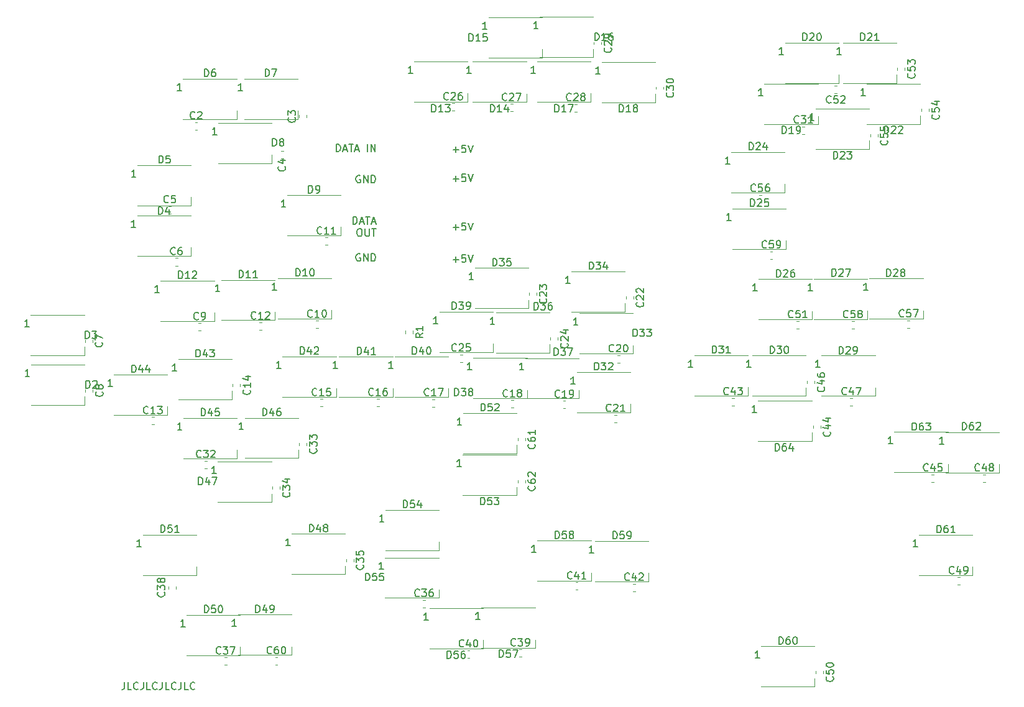
<source format=gbr>
G04 #@! TF.GenerationSoftware,KiCad,Pcbnew,(5.1.6)-1*
G04 #@! TF.CreationDate,2021-02-10T21:53:07+11:00*
G04 #@! TF.ProjectId,ECS Panel PCB V2,45435320-5061-46e6-956c-205043422056,rev?*
G04 #@! TF.SameCoordinates,Original*
G04 #@! TF.FileFunction,Legend,Top*
G04 #@! TF.FilePolarity,Positive*
%FSLAX46Y46*%
G04 Gerber Fmt 4.6, Leading zero omitted, Abs format (unit mm)*
G04 Created by KiCad (PCBNEW (5.1.6)-1) date 2021-02-10 21:53:07*
%MOMM*%
%LPD*%
G01*
G04 APERTURE LIST*
%ADD10C,0.150000*%
%ADD11C,0.120000*%
G04 APERTURE END LIST*
D10*
X35230952Y-157902380D02*
X35230952Y-158616666D01*
X35183333Y-158759523D01*
X35088095Y-158854761D01*
X34945238Y-158902380D01*
X34850000Y-158902380D01*
X36183333Y-158902380D02*
X35707142Y-158902380D01*
X35707142Y-157902380D01*
X37088095Y-158807142D02*
X37040476Y-158854761D01*
X36897619Y-158902380D01*
X36802380Y-158902380D01*
X36659523Y-158854761D01*
X36564285Y-158759523D01*
X36516666Y-158664285D01*
X36469047Y-158473809D01*
X36469047Y-158330952D01*
X36516666Y-158140476D01*
X36564285Y-158045238D01*
X36659523Y-157950000D01*
X36802380Y-157902380D01*
X36897619Y-157902380D01*
X37040476Y-157950000D01*
X37088095Y-157997619D01*
X37802380Y-157902380D02*
X37802380Y-158616666D01*
X37754761Y-158759523D01*
X37659523Y-158854761D01*
X37516666Y-158902380D01*
X37421428Y-158902380D01*
X38754761Y-158902380D02*
X38278571Y-158902380D01*
X38278571Y-157902380D01*
X39659523Y-158807142D02*
X39611904Y-158854761D01*
X39469047Y-158902380D01*
X39373809Y-158902380D01*
X39230952Y-158854761D01*
X39135714Y-158759523D01*
X39088095Y-158664285D01*
X39040476Y-158473809D01*
X39040476Y-158330952D01*
X39088095Y-158140476D01*
X39135714Y-158045238D01*
X39230952Y-157950000D01*
X39373809Y-157902380D01*
X39469047Y-157902380D01*
X39611904Y-157950000D01*
X39659523Y-157997619D01*
X40373809Y-157902380D02*
X40373809Y-158616666D01*
X40326190Y-158759523D01*
X40230952Y-158854761D01*
X40088095Y-158902380D01*
X39992857Y-158902380D01*
X41326190Y-158902380D02*
X40850000Y-158902380D01*
X40850000Y-157902380D01*
X42230952Y-158807142D02*
X42183333Y-158854761D01*
X42040476Y-158902380D01*
X41945238Y-158902380D01*
X41802380Y-158854761D01*
X41707142Y-158759523D01*
X41659523Y-158664285D01*
X41611904Y-158473809D01*
X41611904Y-158330952D01*
X41659523Y-158140476D01*
X41707142Y-158045238D01*
X41802380Y-157950000D01*
X41945238Y-157902380D01*
X42040476Y-157902380D01*
X42183333Y-157950000D01*
X42230952Y-157997619D01*
X42945238Y-157902380D02*
X42945238Y-158616666D01*
X42897619Y-158759523D01*
X42802380Y-158854761D01*
X42659523Y-158902380D01*
X42564285Y-158902380D01*
X43897619Y-158902380D02*
X43421428Y-158902380D01*
X43421428Y-157902380D01*
X44802380Y-158807142D02*
X44754761Y-158854761D01*
X44611904Y-158902380D01*
X44516666Y-158902380D01*
X44373809Y-158854761D01*
X44278571Y-158759523D01*
X44230952Y-158664285D01*
X44183333Y-158473809D01*
X44183333Y-158330952D01*
X44230952Y-158140476D01*
X44278571Y-158045238D01*
X44373809Y-157950000D01*
X44516666Y-157902380D01*
X44611904Y-157902380D01*
X44754761Y-157950000D01*
X44802380Y-157997619D01*
X67320238Y-99550000D02*
X67225000Y-99502380D01*
X67082143Y-99502380D01*
X66939285Y-99550000D01*
X66844047Y-99645238D01*
X66796428Y-99740476D01*
X66748809Y-99930952D01*
X66748809Y-100073809D01*
X66796428Y-100264285D01*
X66844047Y-100359523D01*
X66939285Y-100454761D01*
X67082143Y-100502380D01*
X67177381Y-100502380D01*
X67320238Y-100454761D01*
X67367857Y-100407142D01*
X67367857Y-100073809D01*
X67177381Y-100073809D01*
X67796428Y-100502380D02*
X67796428Y-99502380D01*
X68367857Y-100502380D01*
X68367857Y-99502380D01*
X68844047Y-100502380D02*
X68844047Y-99502380D01*
X69082143Y-99502380D01*
X69225000Y-99550000D01*
X69320238Y-99645238D01*
X69367857Y-99740476D01*
X69415476Y-99930952D01*
X69415476Y-100073809D01*
X69367857Y-100264285D01*
X69320238Y-100359523D01*
X69225000Y-100454761D01*
X69082143Y-100502380D01*
X68844047Y-100502380D01*
X66345357Y-95452380D02*
X66345357Y-94452380D01*
X66583453Y-94452380D01*
X66726310Y-94500000D01*
X66821548Y-94595238D01*
X66869167Y-94690476D01*
X66916786Y-94880952D01*
X66916786Y-95023809D01*
X66869167Y-95214285D01*
X66821548Y-95309523D01*
X66726310Y-95404761D01*
X66583453Y-95452380D01*
X66345357Y-95452380D01*
X67297738Y-95166666D02*
X67773929Y-95166666D01*
X67202500Y-95452380D02*
X67535833Y-94452380D01*
X67869167Y-95452380D01*
X68059643Y-94452380D02*
X68631072Y-94452380D01*
X68345357Y-95452380D02*
X68345357Y-94452380D01*
X68916786Y-95166666D02*
X69392976Y-95166666D01*
X68821548Y-95452380D02*
X69154881Y-94452380D01*
X69488214Y-95452380D01*
X67154881Y-96102380D02*
X67345357Y-96102380D01*
X67440595Y-96150000D01*
X67535833Y-96245238D01*
X67583453Y-96435714D01*
X67583453Y-96769047D01*
X67535833Y-96959523D01*
X67440595Y-97054761D01*
X67345357Y-97102380D01*
X67154881Y-97102380D01*
X67059643Y-97054761D01*
X66964405Y-96959523D01*
X66916786Y-96769047D01*
X66916786Y-96435714D01*
X66964405Y-96245238D01*
X67059643Y-96150000D01*
X67154881Y-96102380D01*
X68012024Y-96102380D02*
X68012024Y-96911904D01*
X68059643Y-97007142D01*
X68107262Y-97054761D01*
X68202500Y-97102380D01*
X68392976Y-97102380D01*
X68488214Y-97054761D01*
X68535833Y-97007142D01*
X68583453Y-96911904D01*
X68583453Y-96102380D01*
X68916786Y-96102380D02*
X69488214Y-96102380D01*
X69202500Y-97102380D02*
X69202500Y-96102380D01*
X67320238Y-88875000D02*
X67225000Y-88827380D01*
X67082143Y-88827380D01*
X66939285Y-88875000D01*
X66844047Y-88970238D01*
X66796428Y-89065476D01*
X66748809Y-89255952D01*
X66748809Y-89398809D01*
X66796428Y-89589285D01*
X66844047Y-89684523D01*
X66939285Y-89779761D01*
X67082143Y-89827380D01*
X67177381Y-89827380D01*
X67320238Y-89779761D01*
X67367857Y-89732142D01*
X67367857Y-89398809D01*
X67177381Y-89398809D01*
X67796428Y-89827380D02*
X67796428Y-88827380D01*
X68367857Y-89827380D01*
X68367857Y-88827380D01*
X68844047Y-89827380D02*
X68844047Y-88827380D01*
X69082143Y-88827380D01*
X69225000Y-88875000D01*
X69320238Y-88970238D01*
X69367857Y-89065476D01*
X69415476Y-89255952D01*
X69415476Y-89398809D01*
X69367857Y-89589285D01*
X69320238Y-89684523D01*
X69225000Y-89779761D01*
X69082143Y-89827380D01*
X68844047Y-89827380D01*
X79964285Y-100271428D02*
X80726190Y-100271428D01*
X80345238Y-100652380D02*
X80345238Y-99890476D01*
X81678571Y-99652380D02*
X81202380Y-99652380D01*
X81154761Y-100128571D01*
X81202380Y-100080952D01*
X81297619Y-100033333D01*
X81535714Y-100033333D01*
X81630952Y-100080952D01*
X81678571Y-100128571D01*
X81726190Y-100223809D01*
X81726190Y-100461904D01*
X81678571Y-100557142D01*
X81630952Y-100604761D01*
X81535714Y-100652380D01*
X81297619Y-100652380D01*
X81202380Y-100604761D01*
X81154761Y-100557142D01*
X82011904Y-99652380D02*
X82345238Y-100652380D01*
X82678571Y-99652380D01*
X79964285Y-95896428D02*
X80726190Y-95896428D01*
X80345238Y-96277380D02*
X80345238Y-95515476D01*
X81678571Y-95277380D02*
X81202380Y-95277380D01*
X81154761Y-95753571D01*
X81202380Y-95705952D01*
X81297619Y-95658333D01*
X81535714Y-95658333D01*
X81630952Y-95705952D01*
X81678571Y-95753571D01*
X81726190Y-95848809D01*
X81726190Y-96086904D01*
X81678571Y-96182142D01*
X81630952Y-96229761D01*
X81535714Y-96277380D01*
X81297619Y-96277380D01*
X81202380Y-96229761D01*
X81154761Y-96182142D01*
X82011904Y-95277380D02*
X82345238Y-96277380D01*
X82678571Y-95277380D01*
X79964285Y-89271428D02*
X80726190Y-89271428D01*
X80345238Y-89652380D02*
X80345238Y-88890476D01*
X81678571Y-88652380D02*
X81202380Y-88652380D01*
X81154761Y-89128571D01*
X81202380Y-89080952D01*
X81297619Y-89033333D01*
X81535714Y-89033333D01*
X81630952Y-89080952D01*
X81678571Y-89128571D01*
X81726190Y-89223809D01*
X81726190Y-89461904D01*
X81678571Y-89557142D01*
X81630952Y-89604761D01*
X81535714Y-89652380D01*
X81297619Y-89652380D01*
X81202380Y-89604761D01*
X81154761Y-89557142D01*
X82011904Y-88652380D02*
X82345238Y-89652380D01*
X82678571Y-88652380D01*
X79964285Y-85321428D02*
X80726190Y-85321428D01*
X80345238Y-85702380D02*
X80345238Y-84940476D01*
X81678571Y-84702380D02*
X81202380Y-84702380D01*
X81154761Y-85178571D01*
X81202380Y-85130952D01*
X81297619Y-85083333D01*
X81535714Y-85083333D01*
X81630952Y-85130952D01*
X81678571Y-85178571D01*
X81726190Y-85273809D01*
X81726190Y-85511904D01*
X81678571Y-85607142D01*
X81630952Y-85654761D01*
X81535714Y-85702380D01*
X81297619Y-85702380D01*
X81202380Y-85654761D01*
X81154761Y-85607142D01*
X82011904Y-84702380D02*
X82345238Y-85702380D01*
X82678571Y-84702380D01*
X64082142Y-85577380D02*
X64082142Y-84577380D01*
X64320238Y-84577380D01*
X64463095Y-84625000D01*
X64558333Y-84720238D01*
X64605952Y-84815476D01*
X64653571Y-85005952D01*
X64653571Y-85148809D01*
X64605952Y-85339285D01*
X64558333Y-85434523D01*
X64463095Y-85529761D01*
X64320238Y-85577380D01*
X64082142Y-85577380D01*
X65034523Y-85291666D02*
X65510714Y-85291666D01*
X64939285Y-85577380D02*
X65272619Y-84577380D01*
X65605952Y-85577380D01*
X65796428Y-84577380D02*
X66367857Y-84577380D01*
X66082142Y-85577380D02*
X66082142Y-84577380D01*
X66653571Y-85291666D02*
X67129761Y-85291666D01*
X66558333Y-85577380D02*
X66891666Y-84577380D01*
X67225000Y-85577380D01*
X68320238Y-85577380D02*
X68320238Y-84577380D01*
X68796428Y-85577380D02*
X68796428Y-84577380D01*
X69367857Y-85577380D01*
X69367857Y-84577380D01*
D11*
G04 #@! TO.C,D8*
X48013600Y-81654200D02*
X55313600Y-81654200D01*
X48013600Y-87154200D02*
X55313600Y-87154200D01*
X55313600Y-87154200D02*
X55313600Y-86004200D01*
G04 #@! TO.C,C62*
X89810000Y-130349221D02*
X89810000Y-130674779D01*
X88790000Y-130349221D02*
X88790000Y-130674779D01*
G04 #@! TO.C,C61*
X89810000Y-124649221D02*
X89810000Y-124974779D01*
X88790000Y-124649221D02*
X88790000Y-124974779D01*
G04 #@! TO.C,C60*
X55749721Y-154490000D02*
X56075279Y-154490000D01*
X55749721Y-155510000D02*
X56075279Y-155510000D01*
G04 #@! TO.C,C59*
X123149221Y-99190000D02*
X123474779Y-99190000D01*
X123149221Y-100210000D02*
X123474779Y-100210000D01*
G04 #@! TO.C,C58*
X134249221Y-108690000D02*
X134574779Y-108690000D01*
X134249221Y-109710000D02*
X134574779Y-109710000D01*
G04 #@! TO.C,C57*
X141849221Y-108590000D02*
X142174779Y-108590000D01*
X141849221Y-109610000D02*
X142174779Y-109610000D01*
G04 #@! TO.C,C56*
X121649221Y-91490000D02*
X121974779Y-91490000D01*
X121649221Y-92510000D02*
X121974779Y-92510000D01*
G04 #@! TO.C,C55*
X137810000Y-83249721D02*
X137810000Y-83575279D01*
X136790000Y-83249721D02*
X136790000Y-83575279D01*
G04 #@! TO.C,C54*
X144810000Y-79749721D02*
X144810000Y-80075279D01*
X143790000Y-79749721D02*
X143790000Y-80075279D01*
G04 #@! TO.C,C53*
X141510000Y-74149721D02*
X141510000Y-74475279D01*
X140490000Y-74149721D02*
X140490000Y-74475279D01*
G04 #@! TO.C,C52*
X132250779Y-77610000D02*
X131925221Y-77610000D01*
X132250779Y-76590000D02*
X131925221Y-76590000D01*
G04 #@! TO.C,C51*
X126749221Y-108690000D02*
X127074779Y-108690000D01*
X126749221Y-109710000D02*
X127074779Y-109710000D01*
G04 #@! TO.C,C50*
X130410000Y-156349221D02*
X130410000Y-156674779D01*
X129390000Y-156349221D02*
X129390000Y-156674779D01*
G04 #@! TO.C,C49*
X148649221Y-143590000D02*
X148974779Y-143590000D01*
X148649221Y-144610000D02*
X148974779Y-144610000D01*
G04 #@! TO.C,C48*
X152149221Y-129590000D02*
X152474779Y-129590000D01*
X152149221Y-130610000D02*
X152474779Y-130610000D01*
G04 #@! TO.C,C47*
X134049221Y-119190000D02*
X134374779Y-119190000D01*
X134049221Y-120210000D02*
X134374779Y-120210000D01*
G04 #@! TO.C,C46*
X129210000Y-116849221D02*
X129210000Y-117174779D01*
X128190000Y-116849221D02*
X128190000Y-117174779D01*
G04 #@! TO.C,C45*
X145149221Y-129590000D02*
X145474779Y-129590000D01*
X145149221Y-130610000D02*
X145474779Y-130610000D01*
G04 #@! TO.C,C44*
X130010000Y-122949221D02*
X130010000Y-123274779D01*
X128990000Y-122949221D02*
X128990000Y-123274779D01*
G04 #@! TO.C,C43*
X117949221Y-119190000D02*
X118274779Y-119190000D01*
X117949221Y-120210000D02*
X118274779Y-120210000D01*
G04 #@! TO.C,C42*
X104449221Y-144490000D02*
X104774779Y-144490000D01*
X104449221Y-145510000D02*
X104774779Y-145510000D01*
G04 #@! TO.C,C41*
X96649721Y-144290000D02*
X96975279Y-144290000D01*
X96649721Y-145310000D02*
X96975279Y-145310000D01*
G04 #@! TO.C,C40*
X81919721Y-153570000D02*
X82245279Y-153570000D01*
X81919721Y-154590000D02*
X82245279Y-154590000D01*
G04 #@! TO.C,C39*
X88965721Y-153414000D02*
X89291279Y-153414000D01*
X88965721Y-154434000D02*
X89291279Y-154434000D01*
G04 #@! TO.C,C38*
X41190000Y-145150279D02*
X41190000Y-144824721D01*
X42210000Y-145150279D02*
X42210000Y-144824721D01*
G04 #@! TO.C,C37*
X48829721Y-154520000D02*
X49155279Y-154520000D01*
X48829721Y-155540000D02*
X49155279Y-155540000D01*
G04 #@! TO.C,C36*
X75869721Y-146690000D02*
X76195279Y-146690000D01*
X75869721Y-147710000D02*
X76195279Y-147710000D01*
G04 #@! TO.C,C35*
X66420000Y-141099221D02*
X66420000Y-141424779D01*
X65400000Y-141099221D02*
X65400000Y-141424779D01*
G04 #@! TO.C,C34*
X56390000Y-131229221D02*
X56390000Y-131554779D01*
X55370000Y-131229221D02*
X55370000Y-131554779D01*
G04 #@! TO.C,C33*
X60050000Y-125269221D02*
X60050000Y-125594779D01*
X59030000Y-125269221D02*
X59030000Y-125594779D01*
G04 #@! TO.C,C32*
X46139721Y-127740000D02*
X46465279Y-127740000D01*
X46139721Y-128760000D02*
X46465279Y-128760000D01*
G04 #@! TO.C,C31*
X127525221Y-82160000D02*
X127850779Y-82160000D01*
X127525221Y-83180000D02*
X127850779Y-83180000D01*
G04 #@! TO.C,C30*
X108630000Y-76739721D02*
X108630000Y-77065279D01*
X107610000Y-76739721D02*
X107610000Y-77065279D01*
G04 #@! TO.C,C29*
X100180000Y-70639721D02*
X100180000Y-70965279D01*
X99160000Y-70639721D02*
X99160000Y-70965279D01*
G04 #@! TO.C,C28*
X96529721Y-79120000D02*
X96855279Y-79120000D01*
X96529721Y-80140000D02*
X96855279Y-80140000D01*
G04 #@! TO.C,C27*
X87779721Y-79100000D02*
X88105279Y-79100000D01*
X87779721Y-80120000D02*
X88105279Y-80120000D01*
G04 #@! TO.C,C26*
X79819721Y-78990000D02*
X80145279Y-78990000D01*
X79819721Y-80010000D02*
X80145279Y-80010000D01*
G04 #@! TO.C,C25*
X80909721Y-113250000D02*
X81235279Y-113250000D01*
X80909721Y-114270000D02*
X81235279Y-114270000D01*
G04 #@! TO.C,C24*
X94260000Y-110905221D02*
X94260000Y-111230779D01*
X93240000Y-110905221D02*
X93240000Y-111230779D01*
G04 #@! TO.C,C23*
X91370000Y-104839221D02*
X91370000Y-105164779D01*
X90350000Y-104839221D02*
X90350000Y-105164779D01*
G04 #@! TO.C,C22*
X104560000Y-105319221D02*
X104560000Y-105644779D01*
X103540000Y-105319221D02*
X103540000Y-105644779D01*
G04 #@! TO.C,C21*
X101947221Y-121480000D02*
X102272779Y-121480000D01*
X101947221Y-122500000D02*
X102272779Y-122500000D01*
G04 #@! TO.C,C20*
X102329221Y-113350000D02*
X102654779Y-113350000D01*
X102329221Y-114370000D02*
X102654779Y-114370000D01*
G04 #@! TO.C,C19*
X94947221Y-119550000D02*
X95272779Y-119550000D01*
X94947221Y-120570000D02*
X95272779Y-120570000D01*
G04 #@! TO.C,C18*
X87889721Y-119480000D02*
X88215279Y-119480000D01*
X87889721Y-120500000D02*
X88215279Y-120500000D01*
G04 #@! TO.C,C17*
X77159721Y-119330000D02*
X77485279Y-119330000D01*
X77159721Y-120350000D02*
X77485279Y-120350000D01*
G04 #@! TO.C,C16*
X69599721Y-119300000D02*
X69925279Y-119300000D01*
X69599721Y-120320000D02*
X69925279Y-120320000D01*
G04 #@! TO.C,C15*
X61879721Y-119310000D02*
X62205279Y-119310000D01*
X61879721Y-120330000D02*
X62205279Y-120330000D01*
G04 #@! TO.C,C14*
X51000000Y-117249221D02*
X51000000Y-117574779D01*
X49980000Y-117249221D02*
X49980000Y-117574779D01*
G04 #@! TO.C,C13*
X38929721Y-121770000D02*
X39255279Y-121770000D01*
X38929721Y-122790000D02*
X39255279Y-122790000D01*
G04 #@! TO.C,C12*
X53579721Y-108870000D02*
X53905279Y-108870000D01*
X53579721Y-109890000D02*
X53905279Y-109890000D01*
G04 #@! TO.C,C11*
X62559721Y-97290000D02*
X62885279Y-97290000D01*
X62559721Y-98310000D02*
X62885279Y-98310000D01*
G04 #@! TO.C,C10*
X61279721Y-108620000D02*
X61605279Y-108620000D01*
X61279721Y-109640000D02*
X61605279Y-109640000D01*
G04 #@! TO.C,C9*
X45309721Y-108960000D02*
X45635279Y-108960000D01*
X45309721Y-109980000D02*
X45635279Y-109980000D01*
G04 #@! TO.C,C8*
X30930000Y-117989221D02*
X30930000Y-118314779D01*
X29910000Y-117989221D02*
X29910000Y-118314779D01*
G04 #@! TO.C,C7*
X30870000Y-111239221D02*
X30870000Y-111564779D01*
X29850000Y-111239221D02*
X29850000Y-111564779D01*
G04 #@! TO.C,C6*
X42139721Y-100100000D02*
X42465279Y-100100000D01*
X42139721Y-101120000D02*
X42465279Y-101120000D01*
G04 #@! TO.C,C5*
X41229721Y-93030000D02*
X41555279Y-93030000D01*
X41229721Y-94050000D02*
X41555279Y-94050000D01*
G04 #@! TO.C,C4*
X56862779Y-86510000D02*
X56537221Y-86510000D01*
X56862779Y-85490000D02*
X56537221Y-85490000D01*
G04 #@! TO.C,C3*
X58990000Y-80950279D02*
X58990000Y-80624721D01*
X60010000Y-80950279D02*
X60010000Y-80624721D01*
G04 #@! TO.C,C2*
X44824721Y-81590000D02*
X45150279Y-81590000D01*
X44824721Y-82610000D02*
X45150279Y-82610000D01*
G04 #@! TO.C,R1*
X73477500Y-109937742D02*
X73477500Y-110412258D01*
X74522500Y-109937742D02*
X74522500Y-110412258D01*
G04 #@! TO.C,D64*
X128821000Y-125026000D02*
X128821000Y-123876000D01*
X121521000Y-125026000D02*
X128821000Y-125026000D01*
X121521000Y-119526000D02*
X128821000Y-119526000D01*
G04 #@! TO.C,D63*
X147363000Y-129293000D02*
X147363000Y-128143000D01*
X140063000Y-129293000D02*
X147363000Y-129293000D01*
X140063000Y-123793000D02*
X147363000Y-123793000D01*
G04 #@! TO.C,D62*
X147023000Y-123818000D02*
X154323000Y-123818000D01*
X147023000Y-129318000D02*
X154323000Y-129318000D01*
X154323000Y-129318000D02*
X154323000Y-128168000D01*
G04 #@! TO.C,D61*
X143441000Y-137814000D02*
X150741000Y-137814000D01*
X143441000Y-143314000D02*
X150741000Y-143314000D01*
X150741000Y-143314000D02*
X150741000Y-142164000D01*
G04 #@! TO.C,D60*
X121928000Y-153003000D02*
X129228000Y-153003000D01*
X121928000Y-158503000D02*
X129228000Y-158503000D01*
X129228000Y-158503000D02*
X129228000Y-157353000D01*
G04 #@! TO.C,D59*
X99322000Y-138652000D02*
X106622000Y-138652000D01*
X99322000Y-144152000D02*
X106622000Y-144152000D01*
X106622000Y-144152000D02*
X106622000Y-143002000D01*
G04 #@! TO.C,D58*
X91473000Y-138601000D02*
X98773000Y-138601000D01*
X91473000Y-144101000D02*
X98773000Y-144101000D01*
X98773000Y-144101000D02*
X98773000Y-142951000D01*
G04 #@! TO.C,D57*
X83853000Y-147745000D02*
X91153000Y-147745000D01*
X83853000Y-153245000D02*
X91153000Y-153245000D01*
X91153000Y-153245000D02*
X91153000Y-152095000D01*
G04 #@! TO.C,D56*
X76791800Y-147821000D02*
X84091800Y-147821000D01*
X76791800Y-153321000D02*
X84091800Y-153321000D01*
X84091800Y-153321000D02*
X84091800Y-152171000D01*
G04 #@! TO.C,D55*
X70721200Y-140912000D02*
X78021200Y-140912000D01*
X70721200Y-146412000D02*
X78021200Y-146412000D01*
X78021200Y-146412000D02*
X78021200Y-145262000D01*
G04 #@! TO.C,D54*
X70772000Y-134410000D02*
X78072000Y-134410000D01*
X70772000Y-139910000D02*
X78072000Y-139910000D01*
X78072000Y-139910000D02*
X78072000Y-138760000D01*
G04 #@! TO.C,D53*
X81313000Y-126917000D02*
X88613000Y-126917000D01*
X81313000Y-132417000D02*
X88613000Y-132417000D01*
X88613000Y-132417000D02*
X88613000Y-131267000D01*
G04 #@! TO.C,D52*
X81338400Y-121227000D02*
X88638400Y-121227000D01*
X81338400Y-126727000D02*
X88638400Y-126727000D01*
X88638400Y-126727000D02*
X88638400Y-125577000D01*
G04 #@! TO.C,D51*
X37726600Y-137814000D02*
X45026600Y-137814000D01*
X37726600Y-143314000D02*
X45026600Y-143314000D01*
X45026600Y-143314000D02*
X45026600Y-142164000D01*
G04 #@! TO.C,D50*
X43684000Y-148710000D02*
X50984000Y-148710000D01*
X43684000Y-154210000D02*
X50984000Y-154210000D01*
X50984000Y-154210000D02*
X50984000Y-153060000D01*
G04 #@! TO.C,D49*
X50680600Y-148685000D02*
X57980600Y-148685000D01*
X50680600Y-154185000D02*
X57980600Y-154185000D01*
X57980600Y-154185000D02*
X57980600Y-153035000D01*
G04 #@! TO.C,D48*
X57995800Y-137687000D02*
X65295800Y-137687000D01*
X57995800Y-143187000D02*
X65295800Y-143187000D01*
X65295800Y-143187000D02*
X65295800Y-142037000D01*
G04 #@! TO.C,D47*
X47937400Y-127857000D02*
X55237400Y-127857000D01*
X47937400Y-133357000D02*
X55237400Y-133357000D01*
X55237400Y-133357000D02*
X55237400Y-132207000D01*
G04 #@! TO.C,D46*
X51620400Y-121862000D02*
X58920400Y-121862000D01*
X51620400Y-127362000D02*
X58920400Y-127362000D01*
X58920400Y-127362000D02*
X58920400Y-126212000D01*
G04 #@! TO.C,D45*
X43238400Y-121888000D02*
X50538400Y-121888000D01*
X43238400Y-127388000D02*
X50538400Y-127388000D01*
X50538400Y-127388000D02*
X50538400Y-126238000D01*
G04 #@! TO.C,D44*
X33789600Y-115970000D02*
X41089600Y-115970000D01*
X33789600Y-121470000D02*
X41089600Y-121470000D01*
X41089600Y-121470000D02*
X41089600Y-120320000D01*
G04 #@! TO.C,D43*
X42552600Y-113861000D02*
X49852600Y-113861000D01*
X42552600Y-119361000D02*
X49852600Y-119361000D01*
X49852600Y-119361000D02*
X49852600Y-118211000D01*
G04 #@! TO.C,D42*
X56751200Y-113506000D02*
X64051200Y-113506000D01*
X56751200Y-119006000D02*
X64051200Y-119006000D01*
X64051200Y-119006000D02*
X64051200Y-117856000D01*
G04 #@! TO.C,D41*
X64447400Y-113506000D02*
X71747400Y-113506000D01*
X64447400Y-119006000D02*
X71747400Y-119006000D01*
X71747400Y-119006000D02*
X71747400Y-117856000D01*
G04 #@! TO.C,D40*
X72016600Y-113506000D02*
X79316600Y-113506000D01*
X72016600Y-119006000D02*
X79316600Y-119006000D01*
X79316600Y-119006000D02*
X79316600Y-117856000D01*
G04 #@! TO.C,D39*
X78112600Y-107435000D02*
X85412600Y-107435000D01*
X78112600Y-112935000D02*
X85412600Y-112935000D01*
X85412600Y-112935000D02*
X85412600Y-111785000D01*
G04 #@! TO.C,D38*
X82735400Y-113709000D02*
X90035400Y-113709000D01*
X82735400Y-119209000D02*
X90035400Y-119209000D01*
X90035400Y-119209000D02*
X90035400Y-118059000D01*
G04 #@! TO.C,D37*
X89810400Y-113735000D02*
X97110400Y-113735000D01*
X89810400Y-119235000D02*
X97110400Y-119235000D01*
X97110400Y-119235000D02*
X97110400Y-118085000D01*
G04 #@! TO.C,D36*
X85834200Y-107511000D02*
X93134200Y-107511000D01*
X85834200Y-113011000D02*
X93134200Y-113011000D01*
X93134200Y-113011000D02*
X93134200Y-111861000D01*
G04 #@! TO.C,D35*
X82964000Y-101441000D02*
X90264000Y-101441000D01*
X82964000Y-106941000D02*
X90264000Y-106941000D01*
X90264000Y-106941000D02*
X90264000Y-105791000D01*
G04 #@! TO.C,D34*
X96095800Y-101923000D02*
X103395800Y-101923000D01*
X96095800Y-107423000D02*
X103395800Y-107423000D01*
X103395800Y-107423000D02*
X103395800Y-106273000D01*
G04 #@! TO.C,D33*
X97188000Y-107613000D02*
X104488000Y-107613000D01*
X97188000Y-113113000D02*
X104488000Y-113113000D01*
X104488000Y-113113000D02*
X104488000Y-111963000D01*
G04 #@! TO.C,D32*
X96821000Y-115639000D02*
X104121000Y-115639000D01*
X96821000Y-121139000D02*
X104121000Y-121139000D01*
X104121000Y-121139000D02*
X104121000Y-119989000D01*
G04 #@! TO.C,D31*
X112834000Y-113353000D02*
X120134000Y-113353000D01*
X112834000Y-118853000D02*
X120134000Y-118853000D01*
X120134000Y-118853000D02*
X120134000Y-117703000D01*
G04 #@! TO.C,D30*
X120734000Y-113379000D02*
X128034000Y-113379000D01*
X120734000Y-118879000D02*
X128034000Y-118879000D01*
X128034000Y-118879000D02*
X128034000Y-117729000D01*
G04 #@! TO.C,D29*
X130157000Y-113379000D02*
X137457000Y-113379000D01*
X130157000Y-118879000D02*
X137457000Y-118879000D01*
X137457000Y-118879000D02*
X137457000Y-117729000D01*
G04 #@! TO.C,D28*
X136685000Y-102889000D02*
X143985000Y-102889000D01*
X136685000Y-108389000D02*
X143985000Y-108389000D01*
X143985000Y-108389000D02*
X143985000Y-107239000D01*
G04 #@! TO.C,D27*
X129116000Y-102914000D02*
X136416000Y-102914000D01*
X129116000Y-108414000D02*
X136416000Y-108414000D01*
X136416000Y-108414000D02*
X136416000Y-107264000D01*
G04 #@! TO.C,D26*
X121597000Y-102965000D02*
X128897000Y-102965000D01*
X121597000Y-108465000D02*
X128897000Y-108465000D01*
X128897000Y-108465000D02*
X128897000Y-107315000D01*
G04 #@! TO.C,D25*
X118041000Y-93338200D02*
X125341000Y-93338200D01*
X118041000Y-98838200D02*
X125341000Y-98838200D01*
X125341000Y-98838200D02*
X125341000Y-97688200D01*
G04 #@! TO.C,D24*
X117864000Y-85642000D02*
X125164000Y-85642000D01*
X117864000Y-91142000D02*
X125164000Y-91142000D01*
X125164000Y-91142000D02*
X125164000Y-89992000D01*
G04 #@! TO.C,D23*
X129358000Y-79724000D02*
X136658000Y-79724000D01*
X129358000Y-85224000D02*
X136658000Y-85224000D01*
X136658000Y-85224000D02*
X136658000Y-84074000D01*
G04 #@! TO.C,D22*
X136329000Y-76320200D02*
X143629000Y-76320200D01*
X136329000Y-81820200D02*
X143629000Y-81820200D01*
X143629000Y-81820200D02*
X143629000Y-80670200D01*
G04 #@! TO.C,D21*
X133053000Y-70732200D02*
X140353000Y-70732200D01*
X133053000Y-76232200D02*
X140353000Y-76232200D01*
X140353000Y-76232200D02*
X140353000Y-75082200D01*
G04 #@! TO.C,D20*
X125179000Y-70732200D02*
X132479000Y-70732200D01*
X125179000Y-76232200D02*
X132479000Y-76232200D01*
X132479000Y-76232200D02*
X132479000Y-75082200D01*
G04 #@! TO.C,D19*
X122373000Y-76371200D02*
X129673000Y-76371200D01*
X122373000Y-81871200D02*
X129673000Y-81871200D01*
X129673000Y-81871200D02*
X129673000Y-80721200D01*
G04 #@! TO.C,D18*
X100211000Y-73373800D02*
X107511000Y-73373800D01*
X100211000Y-78873800D02*
X107511000Y-78873800D01*
X107511000Y-78873800D02*
X107511000Y-77723800D01*
G04 #@! TO.C,D17*
X91396800Y-73297600D02*
X98696800Y-73297600D01*
X91396800Y-78797600D02*
X98696800Y-78797600D01*
X98696800Y-78797600D02*
X98696800Y-77647600D01*
G04 #@! TO.C,D16*
X91766200Y-67227200D02*
X99066200Y-67227200D01*
X91766200Y-72727200D02*
X99066200Y-72727200D01*
X99066200Y-72727200D02*
X99066200Y-71577200D01*
G04 #@! TO.C,D15*
X84804400Y-67278000D02*
X92104400Y-67278000D01*
X84804400Y-72778000D02*
X92104400Y-72778000D01*
X92104400Y-72778000D02*
X92104400Y-71628000D01*
G04 #@! TO.C,D14*
X82659200Y-73323000D02*
X89959200Y-73323000D01*
X82659200Y-78823000D02*
X89959200Y-78823000D01*
X89959200Y-78823000D02*
X89959200Y-77673000D01*
G04 #@! TO.C,D13*
X74683600Y-73297600D02*
X81983600Y-73297600D01*
X74683600Y-78797600D02*
X81983600Y-78797600D01*
X81983600Y-78797600D02*
X81983600Y-77647600D01*
G04 #@! TO.C,D12*
X40165000Y-103168000D02*
X47465000Y-103168000D01*
X40165000Y-108668000D02*
X47465000Y-108668000D01*
X47465000Y-108668000D02*
X47465000Y-107518000D01*
G04 #@! TO.C,D11*
X48420000Y-103066000D02*
X55720000Y-103066000D01*
X48420000Y-108566000D02*
X55720000Y-108566000D01*
X55720000Y-108566000D02*
X55720000Y-107416000D01*
G04 #@! TO.C,D10*
X56141600Y-102838000D02*
X63441600Y-102838000D01*
X56141600Y-108338000D02*
X63441600Y-108338000D01*
X63441600Y-108338000D02*
X63441600Y-107188000D01*
G04 #@! TO.C,D9*
X57386200Y-91509400D02*
X64686200Y-91509400D01*
X57386200Y-97009400D02*
X64686200Y-97009400D01*
X64686200Y-97009400D02*
X64686200Y-95859400D01*
G04 #@! TO.C,D7*
X51518800Y-75659800D02*
X58818800Y-75659800D01*
X51518800Y-81159800D02*
X58818800Y-81159800D01*
X58818800Y-81159800D02*
X58818800Y-80009800D01*
G04 #@! TO.C,D6*
X43213000Y-75659800D02*
X50513000Y-75659800D01*
X43213000Y-81159800D02*
X50513000Y-81159800D01*
X50513000Y-81159800D02*
X50513000Y-80009800D01*
G04 #@! TO.C,D5*
X36990000Y-87420000D02*
X44290000Y-87420000D01*
X36990000Y-92920000D02*
X44290000Y-92920000D01*
X44290000Y-92920000D02*
X44290000Y-91770000D01*
G04 #@! TO.C,D4*
X36964600Y-94278000D02*
X44264600Y-94278000D01*
X36964600Y-99778000D02*
X44264600Y-99778000D01*
X44264600Y-99778000D02*
X44264600Y-98628000D01*
G04 #@! TO.C,D3*
X22461200Y-107842000D02*
X29761200Y-107842000D01*
X22461200Y-113342000D02*
X29761200Y-113342000D01*
X29761200Y-113342000D02*
X29761200Y-112192000D01*
G04 #@! TO.C,D2*
X22512000Y-114598000D02*
X29812000Y-114598000D01*
X22512000Y-120098000D02*
X29812000Y-120098000D01*
X29812000Y-120098000D02*
X29812000Y-118948000D01*
G04 #@! TO.C,D8*
D10*
X55395904Y-84805780D02*
X55395904Y-83805780D01*
X55634000Y-83805780D01*
X55776857Y-83853400D01*
X55872095Y-83948638D01*
X55919714Y-84043876D01*
X55967333Y-84234352D01*
X55967333Y-84377209D01*
X55919714Y-84567685D01*
X55872095Y-84662923D01*
X55776857Y-84758161D01*
X55634000Y-84805780D01*
X55395904Y-84805780D01*
X56538761Y-84234352D02*
X56443523Y-84186733D01*
X56395904Y-84139114D01*
X56348285Y-84043876D01*
X56348285Y-83996257D01*
X56395904Y-83901019D01*
X56443523Y-83853400D01*
X56538761Y-83805780D01*
X56729238Y-83805780D01*
X56824476Y-83853400D01*
X56872095Y-83901019D01*
X56919714Y-83996257D01*
X56919714Y-84043876D01*
X56872095Y-84139114D01*
X56824476Y-84186733D01*
X56729238Y-84234352D01*
X56538761Y-84234352D01*
X56443523Y-84281971D01*
X56395904Y-84329590D01*
X56348285Y-84424828D01*
X56348285Y-84615304D01*
X56395904Y-84710542D01*
X56443523Y-84758161D01*
X56538761Y-84805780D01*
X56729238Y-84805780D01*
X56824476Y-84758161D01*
X56872095Y-84710542D01*
X56919714Y-84615304D01*
X56919714Y-84424828D01*
X56872095Y-84329590D01*
X56824476Y-84281971D01*
X56729238Y-84234352D01*
X47799314Y-83256580D02*
X47227885Y-83256580D01*
X47513600Y-83256580D02*
X47513600Y-82256580D01*
X47418361Y-82399438D01*
X47323123Y-82494676D01*
X47227885Y-82542295D01*
G04 #@! TO.C,C62*
X91087142Y-131154857D02*
X91134761Y-131202476D01*
X91182380Y-131345333D01*
X91182380Y-131440571D01*
X91134761Y-131583428D01*
X91039523Y-131678666D01*
X90944285Y-131726285D01*
X90753809Y-131773904D01*
X90610952Y-131773904D01*
X90420476Y-131726285D01*
X90325238Y-131678666D01*
X90230000Y-131583428D01*
X90182380Y-131440571D01*
X90182380Y-131345333D01*
X90230000Y-131202476D01*
X90277619Y-131154857D01*
X90182380Y-130297714D02*
X90182380Y-130488190D01*
X90230000Y-130583428D01*
X90277619Y-130631047D01*
X90420476Y-130726285D01*
X90610952Y-130773904D01*
X90991904Y-130773904D01*
X91087142Y-130726285D01*
X91134761Y-130678666D01*
X91182380Y-130583428D01*
X91182380Y-130392952D01*
X91134761Y-130297714D01*
X91087142Y-130250095D01*
X90991904Y-130202476D01*
X90753809Y-130202476D01*
X90658571Y-130250095D01*
X90610952Y-130297714D01*
X90563333Y-130392952D01*
X90563333Y-130583428D01*
X90610952Y-130678666D01*
X90658571Y-130726285D01*
X90753809Y-130773904D01*
X90277619Y-129821523D02*
X90230000Y-129773904D01*
X90182380Y-129678666D01*
X90182380Y-129440571D01*
X90230000Y-129345333D01*
X90277619Y-129297714D01*
X90372857Y-129250095D01*
X90468095Y-129250095D01*
X90610952Y-129297714D01*
X91182380Y-129869142D01*
X91182380Y-129250095D01*
G04 #@! TO.C,C61*
X91087142Y-125454857D02*
X91134761Y-125502476D01*
X91182380Y-125645333D01*
X91182380Y-125740571D01*
X91134761Y-125883428D01*
X91039523Y-125978666D01*
X90944285Y-126026285D01*
X90753809Y-126073904D01*
X90610952Y-126073904D01*
X90420476Y-126026285D01*
X90325238Y-125978666D01*
X90230000Y-125883428D01*
X90182380Y-125740571D01*
X90182380Y-125645333D01*
X90230000Y-125502476D01*
X90277619Y-125454857D01*
X90182380Y-124597714D02*
X90182380Y-124788190D01*
X90230000Y-124883428D01*
X90277619Y-124931047D01*
X90420476Y-125026285D01*
X90610952Y-125073904D01*
X90991904Y-125073904D01*
X91087142Y-125026285D01*
X91134761Y-124978666D01*
X91182380Y-124883428D01*
X91182380Y-124692952D01*
X91134761Y-124597714D01*
X91087142Y-124550095D01*
X90991904Y-124502476D01*
X90753809Y-124502476D01*
X90658571Y-124550095D01*
X90610952Y-124597714D01*
X90563333Y-124692952D01*
X90563333Y-124883428D01*
X90610952Y-124978666D01*
X90658571Y-125026285D01*
X90753809Y-125073904D01*
X91182380Y-123550095D02*
X91182380Y-124121523D01*
X91182380Y-123835809D02*
X90182380Y-123835809D01*
X90325238Y-123931047D01*
X90420476Y-124026285D01*
X90468095Y-124121523D01*
G04 #@! TO.C,C60*
X55269642Y-153927142D02*
X55222023Y-153974761D01*
X55079166Y-154022380D01*
X54983928Y-154022380D01*
X54841071Y-153974761D01*
X54745833Y-153879523D01*
X54698214Y-153784285D01*
X54650595Y-153593809D01*
X54650595Y-153450952D01*
X54698214Y-153260476D01*
X54745833Y-153165238D01*
X54841071Y-153070000D01*
X54983928Y-153022380D01*
X55079166Y-153022380D01*
X55222023Y-153070000D01*
X55269642Y-153117619D01*
X56126785Y-153022380D02*
X55936309Y-153022380D01*
X55841071Y-153070000D01*
X55793452Y-153117619D01*
X55698214Y-153260476D01*
X55650595Y-153450952D01*
X55650595Y-153831904D01*
X55698214Y-153927142D01*
X55745833Y-153974761D01*
X55841071Y-154022380D01*
X56031547Y-154022380D01*
X56126785Y-153974761D01*
X56174404Y-153927142D01*
X56222023Y-153831904D01*
X56222023Y-153593809D01*
X56174404Y-153498571D01*
X56126785Y-153450952D01*
X56031547Y-153403333D01*
X55841071Y-153403333D01*
X55745833Y-153450952D01*
X55698214Y-153498571D01*
X55650595Y-153593809D01*
X56841071Y-153022380D02*
X56936309Y-153022380D01*
X57031547Y-153070000D01*
X57079166Y-153117619D01*
X57126785Y-153212857D01*
X57174404Y-153403333D01*
X57174404Y-153641428D01*
X57126785Y-153831904D01*
X57079166Y-153927142D01*
X57031547Y-153974761D01*
X56936309Y-154022380D01*
X56841071Y-154022380D01*
X56745833Y-153974761D01*
X56698214Y-153927142D01*
X56650595Y-153831904D01*
X56602976Y-153641428D01*
X56602976Y-153403333D01*
X56650595Y-153212857D01*
X56698214Y-153117619D01*
X56745833Y-153070000D01*
X56841071Y-153022380D01*
G04 #@! TO.C,C59*
X122669142Y-98627142D02*
X122621523Y-98674761D01*
X122478666Y-98722380D01*
X122383428Y-98722380D01*
X122240571Y-98674761D01*
X122145333Y-98579523D01*
X122097714Y-98484285D01*
X122050095Y-98293809D01*
X122050095Y-98150952D01*
X122097714Y-97960476D01*
X122145333Y-97865238D01*
X122240571Y-97770000D01*
X122383428Y-97722380D01*
X122478666Y-97722380D01*
X122621523Y-97770000D01*
X122669142Y-97817619D01*
X123573904Y-97722380D02*
X123097714Y-97722380D01*
X123050095Y-98198571D01*
X123097714Y-98150952D01*
X123192952Y-98103333D01*
X123431047Y-98103333D01*
X123526285Y-98150952D01*
X123573904Y-98198571D01*
X123621523Y-98293809D01*
X123621523Y-98531904D01*
X123573904Y-98627142D01*
X123526285Y-98674761D01*
X123431047Y-98722380D01*
X123192952Y-98722380D01*
X123097714Y-98674761D01*
X123050095Y-98627142D01*
X124097714Y-98722380D02*
X124288190Y-98722380D01*
X124383428Y-98674761D01*
X124431047Y-98627142D01*
X124526285Y-98484285D01*
X124573904Y-98293809D01*
X124573904Y-97912857D01*
X124526285Y-97817619D01*
X124478666Y-97770000D01*
X124383428Y-97722380D01*
X124192952Y-97722380D01*
X124097714Y-97770000D01*
X124050095Y-97817619D01*
X124002476Y-97912857D01*
X124002476Y-98150952D01*
X124050095Y-98246190D01*
X124097714Y-98293809D01*
X124192952Y-98341428D01*
X124383428Y-98341428D01*
X124478666Y-98293809D01*
X124526285Y-98246190D01*
X124573904Y-98150952D01*
G04 #@! TO.C,C58*
X133769142Y-108127142D02*
X133721523Y-108174761D01*
X133578666Y-108222380D01*
X133483428Y-108222380D01*
X133340571Y-108174761D01*
X133245333Y-108079523D01*
X133197714Y-107984285D01*
X133150095Y-107793809D01*
X133150095Y-107650952D01*
X133197714Y-107460476D01*
X133245333Y-107365238D01*
X133340571Y-107270000D01*
X133483428Y-107222380D01*
X133578666Y-107222380D01*
X133721523Y-107270000D01*
X133769142Y-107317619D01*
X134673904Y-107222380D02*
X134197714Y-107222380D01*
X134150095Y-107698571D01*
X134197714Y-107650952D01*
X134292952Y-107603333D01*
X134531047Y-107603333D01*
X134626285Y-107650952D01*
X134673904Y-107698571D01*
X134721523Y-107793809D01*
X134721523Y-108031904D01*
X134673904Y-108127142D01*
X134626285Y-108174761D01*
X134531047Y-108222380D01*
X134292952Y-108222380D01*
X134197714Y-108174761D01*
X134150095Y-108127142D01*
X135292952Y-107650952D02*
X135197714Y-107603333D01*
X135150095Y-107555714D01*
X135102476Y-107460476D01*
X135102476Y-107412857D01*
X135150095Y-107317619D01*
X135197714Y-107270000D01*
X135292952Y-107222380D01*
X135483428Y-107222380D01*
X135578666Y-107270000D01*
X135626285Y-107317619D01*
X135673904Y-107412857D01*
X135673904Y-107460476D01*
X135626285Y-107555714D01*
X135578666Y-107603333D01*
X135483428Y-107650952D01*
X135292952Y-107650952D01*
X135197714Y-107698571D01*
X135150095Y-107746190D01*
X135102476Y-107841428D01*
X135102476Y-108031904D01*
X135150095Y-108127142D01*
X135197714Y-108174761D01*
X135292952Y-108222380D01*
X135483428Y-108222380D01*
X135578666Y-108174761D01*
X135626285Y-108127142D01*
X135673904Y-108031904D01*
X135673904Y-107841428D01*
X135626285Y-107746190D01*
X135578666Y-107698571D01*
X135483428Y-107650952D01*
G04 #@! TO.C,C57*
X141369142Y-108027142D02*
X141321523Y-108074761D01*
X141178666Y-108122380D01*
X141083428Y-108122380D01*
X140940571Y-108074761D01*
X140845333Y-107979523D01*
X140797714Y-107884285D01*
X140750095Y-107693809D01*
X140750095Y-107550952D01*
X140797714Y-107360476D01*
X140845333Y-107265238D01*
X140940571Y-107170000D01*
X141083428Y-107122380D01*
X141178666Y-107122380D01*
X141321523Y-107170000D01*
X141369142Y-107217619D01*
X142273904Y-107122380D02*
X141797714Y-107122380D01*
X141750095Y-107598571D01*
X141797714Y-107550952D01*
X141892952Y-107503333D01*
X142131047Y-107503333D01*
X142226285Y-107550952D01*
X142273904Y-107598571D01*
X142321523Y-107693809D01*
X142321523Y-107931904D01*
X142273904Y-108027142D01*
X142226285Y-108074761D01*
X142131047Y-108122380D01*
X141892952Y-108122380D01*
X141797714Y-108074761D01*
X141750095Y-108027142D01*
X142654857Y-107122380D02*
X143321523Y-107122380D01*
X142892952Y-108122380D01*
G04 #@! TO.C,C56*
X121169142Y-90927142D02*
X121121523Y-90974761D01*
X120978666Y-91022380D01*
X120883428Y-91022380D01*
X120740571Y-90974761D01*
X120645333Y-90879523D01*
X120597714Y-90784285D01*
X120550095Y-90593809D01*
X120550095Y-90450952D01*
X120597714Y-90260476D01*
X120645333Y-90165238D01*
X120740571Y-90070000D01*
X120883428Y-90022380D01*
X120978666Y-90022380D01*
X121121523Y-90070000D01*
X121169142Y-90117619D01*
X122073904Y-90022380D02*
X121597714Y-90022380D01*
X121550095Y-90498571D01*
X121597714Y-90450952D01*
X121692952Y-90403333D01*
X121931047Y-90403333D01*
X122026285Y-90450952D01*
X122073904Y-90498571D01*
X122121523Y-90593809D01*
X122121523Y-90831904D01*
X122073904Y-90927142D01*
X122026285Y-90974761D01*
X121931047Y-91022380D01*
X121692952Y-91022380D01*
X121597714Y-90974761D01*
X121550095Y-90927142D01*
X122978666Y-90022380D02*
X122788190Y-90022380D01*
X122692952Y-90070000D01*
X122645333Y-90117619D01*
X122550095Y-90260476D01*
X122502476Y-90450952D01*
X122502476Y-90831904D01*
X122550095Y-90927142D01*
X122597714Y-90974761D01*
X122692952Y-91022380D01*
X122883428Y-91022380D01*
X122978666Y-90974761D01*
X123026285Y-90927142D01*
X123073904Y-90831904D01*
X123073904Y-90593809D01*
X123026285Y-90498571D01*
X122978666Y-90450952D01*
X122883428Y-90403333D01*
X122692952Y-90403333D01*
X122597714Y-90450952D01*
X122550095Y-90498571D01*
X122502476Y-90593809D01*
G04 #@! TO.C,C55*
X139087142Y-84055357D02*
X139134761Y-84102976D01*
X139182380Y-84245833D01*
X139182380Y-84341071D01*
X139134761Y-84483928D01*
X139039523Y-84579166D01*
X138944285Y-84626785D01*
X138753809Y-84674404D01*
X138610952Y-84674404D01*
X138420476Y-84626785D01*
X138325238Y-84579166D01*
X138230000Y-84483928D01*
X138182380Y-84341071D01*
X138182380Y-84245833D01*
X138230000Y-84102976D01*
X138277619Y-84055357D01*
X138182380Y-83150595D02*
X138182380Y-83626785D01*
X138658571Y-83674404D01*
X138610952Y-83626785D01*
X138563333Y-83531547D01*
X138563333Y-83293452D01*
X138610952Y-83198214D01*
X138658571Y-83150595D01*
X138753809Y-83102976D01*
X138991904Y-83102976D01*
X139087142Y-83150595D01*
X139134761Y-83198214D01*
X139182380Y-83293452D01*
X139182380Y-83531547D01*
X139134761Y-83626785D01*
X139087142Y-83674404D01*
X138182380Y-82198214D02*
X138182380Y-82674404D01*
X138658571Y-82722023D01*
X138610952Y-82674404D01*
X138563333Y-82579166D01*
X138563333Y-82341071D01*
X138610952Y-82245833D01*
X138658571Y-82198214D01*
X138753809Y-82150595D01*
X138991904Y-82150595D01*
X139087142Y-82198214D01*
X139134761Y-82245833D01*
X139182380Y-82341071D01*
X139182380Y-82579166D01*
X139134761Y-82674404D01*
X139087142Y-82722023D01*
G04 #@! TO.C,C54*
X146087142Y-80555357D02*
X146134761Y-80602976D01*
X146182380Y-80745833D01*
X146182380Y-80841071D01*
X146134761Y-80983928D01*
X146039523Y-81079166D01*
X145944285Y-81126785D01*
X145753809Y-81174404D01*
X145610952Y-81174404D01*
X145420476Y-81126785D01*
X145325238Y-81079166D01*
X145230000Y-80983928D01*
X145182380Y-80841071D01*
X145182380Y-80745833D01*
X145230000Y-80602976D01*
X145277619Y-80555357D01*
X145182380Y-79650595D02*
X145182380Y-80126785D01*
X145658571Y-80174404D01*
X145610952Y-80126785D01*
X145563333Y-80031547D01*
X145563333Y-79793452D01*
X145610952Y-79698214D01*
X145658571Y-79650595D01*
X145753809Y-79602976D01*
X145991904Y-79602976D01*
X146087142Y-79650595D01*
X146134761Y-79698214D01*
X146182380Y-79793452D01*
X146182380Y-80031547D01*
X146134761Y-80126785D01*
X146087142Y-80174404D01*
X145515714Y-78745833D02*
X146182380Y-78745833D01*
X145134761Y-78983928D02*
X145849047Y-79222023D01*
X145849047Y-78602976D01*
G04 #@! TO.C,C53*
X142787142Y-74955357D02*
X142834761Y-75002976D01*
X142882380Y-75145833D01*
X142882380Y-75241071D01*
X142834761Y-75383928D01*
X142739523Y-75479166D01*
X142644285Y-75526785D01*
X142453809Y-75574404D01*
X142310952Y-75574404D01*
X142120476Y-75526785D01*
X142025238Y-75479166D01*
X141930000Y-75383928D01*
X141882380Y-75241071D01*
X141882380Y-75145833D01*
X141930000Y-75002976D01*
X141977619Y-74955357D01*
X141882380Y-74050595D02*
X141882380Y-74526785D01*
X142358571Y-74574404D01*
X142310952Y-74526785D01*
X142263333Y-74431547D01*
X142263333Y-74193452D01*
X142310952Y-74098214D01*
X142358571Y-74050595D01*
X142453809Y-74002976D01*
X142691904Y-74002976D01*
X142787142Y-74050595D01*
X142834761Y-74098214D01*
X142882380Y-74193452D01*
X142882380Y-74431547D01*
X142834761Y-74526785D01*
X142787142Y-74574404D01*
X141882380Y-73669642D02*
X141882380Y-73050595D01*
X142263333Y-73383928D01*
X142263333Y-73241071D01*
X142310952Y-73145833D01*
X142358571Y-73098214D01*
X142453809Y-73050595D01*
X142691904Y-73050595D01*
X142787142Y-73098214D01*
X142834761Y-73145833D01*
X142882380Y-73241071D01*
X142882380Y-73526785D01*
X142834761Y-73622023D01*
X142787142Y-73669642D01*
G04 #@! TO.C,C52*
X131445142Y-78887142D02*
X131397523Y-78934761D01*
X131254666Y-78982380D01*
X131159428Y-78982380D01*
X131016571Y-78934761D01*
X130921333Y-78839523D01*
X130873714Y-78744285D01*
X130826095Y-78553809D01*
X130826095Y-78410952D01*
X130873714Y-78220476D01*
X130921333Y-78125238D01*
X131016571Y-78030000D01*
X131159428Y-77982380D01*
X131254666Y-77982380D01*
X131397523Y-78030000D01*
X131445142Y-78077619D01*
X132349904Y-77982380D02*
X131873714Y-77982380D01*
X131826095Y-78458571D01*
X131873714Y-78410952D01*
X131968952Y-78363333D01*
X132207047Y-78363333D01*
X132302285Y-78410952D01*
X132349904Y-78458571D01*
X132397523Y-78553809D01*
X132397523Y-78791904D01*
X132349904Y-78887142D01*
X132302285Y-78934761D01*
X132207047Y-78982380D01*
X131968952Y-78982380D01*
X131873714Y-78934761D01*
X131826095Y-78887142D01*
X132778476Y-78077619D02*
X132826095Y-78030000D01*
X132921333Y-77982380D01*
X133159428Y-77982380D01*
X133254666Y-78030000D01*
X133302285Y-78077619D01*
X133349904Y-78172857D01*
X133349904Y-78268095D01*
X133302285Y-78410952D01*
X132730857Y-78982380D01*
X133349904Y-78982380D01*
G04 #@! TO.C,C51*
X126269142Y-108127142D02*
X126221523Y-108174761D01*
X126078666Y-108222380D01*
X125983428Y-108222380D01*
X125840571Y-108174761D01*
X125745333Y-108079523D01*
X125697714Y-107984285D01*
X125650095Y-107793809D01*
X125650095Y-107650952D01*
X125697714Y-107460476D01*
X125745333Y-107365238D01*
X125840571Y-107270000D01*
X125983428Y-107222380D01*
X126078666Y-107222380D01*
X126221523Y-107270000D01*
X126269142Y-107317619D01*
X127173904Y-107222380D02*
X126697714Y-107222380D01*
X126650095Y-107698571D01*
X126697714Y-107650952D01*
X126792952Y-107603333D01*
X127031047Y-107603333D01*
X127126285Y-107650952D01*
X127173904Y-107698571D01*
X127221523Y-107793809D01*
X127221523Y-108031904D01*
X127173904Y-108127142D01*
X127126285Y-108174761D01*
X127031047Y-108222380D01*
X126792952Y-108222380D01*
X126697714Y-108174761D01*
X126650095Y-108127142D01*
X128173904Y-108222380D02*
X127602476Y-108222380D01*
X127888190Y-108222380D02*
X127888190Y-107222380D01*
X127792952Y-107365238D01*
X127697714Y-107460476D01*
X127602476Y-107508095D01*
G04 #@! TO.C,C50*
X131687142Y-157154857D02*
X131734761Y-157202476D01*
X131782380Y-157345333D01*
X131782380Y-157440571D01*
X131734761Y-157583428D01*
X131639523Y-157678666D01*
X131544285Y-157726285D01*
X131353809Y-157773904D01*
X131210952Y-157773904D01*
X131020476Y-157726285D01*
X130925238Y-157678666D01*
X130830000Y-157583428D01*
X130782380Y-157440571D01*
X130782380Y-157345333D01*
X130830000Y-157202476D01*
X130877619Y-157154857D01*
X130782380Y-156250095D02*
X130782380Y-156726285D01*
X131258571Y-156773904D01*
X131210952Y-156726285D01*
X131163333Y-156631047D01*
X131163333Y-156392952D01*
X131210952Y-156297714D01*
X131258571Y-156250095D01*
X131353809Y-156202476D01*
X131591904Y-156202476D01*
X131687142Y-156250095D01*
X131734761Y-156297714D01*
X131782380Y-156392952D01*
X131782380Y-156631047D01*
X131734761Y-156726285D01*
X131687142Y-156773904D01*
X130782380Y-155583428D02*
X130782380Y-155488190D01*
X130830000Y-155392952D01*
X130877619Y-155345333D01*
X130972857Y-155297714D01*
X131163333Y-155250095D01*
X131401428Y-155250095D01*
X131591904Y-155297714D01*
X131687142Y-155345333D01*
X131734761Y-155392952D01*
X131782380Y-155488190D01*
X131782380Y-155583428D01*
X131734761Y-155678666D01*
X131687142Y-155726285D01*
X131591904Y-155773904D01*
X131401428Y-155821523D01*
X131163333Y-155821523D01*
X130972857Y-155773904D01*
X130877619Y-155726285D01*
X130830000Y-155678666D01*
X130782380Y-155583428D01*
G04 #@! TO.C,C49*
X148169142Y-143027142D02*
X148121523Y-143074761D01*
X147978666Y-143122380D01*
X147883428Y-143122380D01*
X147740571Y-143074761D01*
X147645333Y-142979523D01*
X147597714Y-142884285D01*
X147550095Y-142693809D01*
X147550095Y-142550952D01*
X147597714Y-142360476D01*
X147645333Y-142265238D01*
X147740571Y-142170000D01*
X147883428Y-142122380D01*
X147978666Y-142122380D01*
X148121523Y-142170000D01*
X148169142Y-142217619D01*
X149026285Y-142455714D02*
X149026285Y-143122380D01*
X148788190Y-142074761D02*
X148550095Y-142789047D01*
X149169142Y-142789047D01*
X149597714Y-143122380D02*
X149788190Y-143122380D01*
X149883428Y-143074761D01*
X149931047Y-143027142D01*
X150026285Y-142884285D01*
X150073904Y-142693809D01*
X150073904Y-142312857D01*
X150026285Y-142217619D01*
X149978666Y-142170000D01*
X149883428Y-142122380D01*
X149692952Y-142122380D01*
X149597714Y-142170000D01*
X149550095Y-142217619D01*
X149502476Y-142312857D01*
X149502476Y-142550952D01*
X149550095Y-142646190D01*
X149597714Y-142693809D01*
X149692952Y-142741428D01*
X149883428Y-142741428D01*
X149978666Y-142693809D01*
X150026285Y-142646190D01*
X150073904Y-142550952D01*
G04 #@! TO.C,C48*
X151669142Y-129027142D02*
X151621523Y-129074761D01*
X151478666Y-129122380D01*
X151383428Y-129122380D01*
X151240571Y-129074761D01*
X151145333Y-128979523D01*
X151097714Y-128884285D01*
X151050095Y-128693809D01*
X151050095Y-128550952D01*
X151097714Y-128360476D01*
X151145333Y-128265238D01*
X151240571Y-128170000D01*
X151383428Y-128122380D01*
X151478666Y-128122380D01*
X151621523Y-128170000D01*
X151669142Y-128217619D01*
X152526285Y-128455714D02*
X152526285Y-129122380D01*
X152288190Y-128074761D02*
X152050095Y-128789047D01*
X152669142Y-128789047D01*
X153192952Y-128550952D02*
X153097714Y-128503333D01*
X153050095Y-128455714D01*
X153002476Y-128360476D01*
X153002476Y-128312857D01*
X153050095Y-128217619D01*
X153097714Y-128170000D01*
X153192952Y-128122380D01*
X153383428Y-128122380D01*
X153478666Y-128170000D01*
X153526285Y-128217619D01*
X153573904Y-128312857D01*
X153573904Y-128360476D01*
X153526285Y-128455714D01*
X153478666Y-128503333D01*
X153383428Y-128550952D01*
X153192952Y-128550952D01*
X153097714Y-128598571D01*
X153050095Y-128646190D01*
X153002476Y-128741428D01*
X153002476Y-128931904D01*
X153050095Y-129027142D01*
X153097714Y-129074761D01*
X153192952Y-129122380D01*
X153383428Y-129122380D01*
X153478666Y-129074761D01*
X153526285Y-129027142D01*
X153573904Y-128931904D01*
X153573904Y-128741428D01*
X153526285Y-128646190D01*
X153478666Y-128598571D01*
X153383428Y-128550952D01*
G04 #@! TO.C,C47*
X133569142Y-118627142D02*
X133521523Y-118674761D01*
X133378666Y-118722380D01*
X133283428Y-118722380D01*
X133140571Y-118674761D01*
X133045333Y-118579523D01*
X132997714Y-118484285D01*
X132950095Y-118293809D01*
X132950095Y-118150952D01*
X132997714Y-117960476D01*
X133045333Y-117865238D01*
X133140571Y-117770000D01*
X133283428Y-117722380D01*
X133378666Y-117722380D01*
X133521523Y-117770000D01*
X133569142Y-117817619D01*
X134426285Y-118055714D02*
X134426285Y-118722380D01*
X134188190Y-117674761D02*
X133950095Y-118389047D01*
X134569142Y-118389047D01*
X134854857Y-117722380D02*
X135521523Y-117722380D01*
X135092952Y-118722380D01*
G04 #@! TO.C,C46*
X130487142Y-117654857D02*
X130534761Y-117702476D01*
X130582380Y-117845333D01*
X130582380Y-117940571D01*
X130534761Y-118083428D01*
X130439523Y-118178666D01*
X130344285Y-118226285D01*
X130153809Y-118273904D01*
X130010952Y-118273904D01*
X129820476Y-118226285D01*
X129725238Y-118178666D01*
X129630000Y-118083428D01*
X129582380Y-117940571D01*
X129582380Y-117845333D01*
X129630000Y-117702476D01*
X129677619Y-117654857D01*
X129915714Y-116797714D02*
X130582380Y-116797714D01*
X129534761Y-117035809D02*
X130249047Y-117273904D01*
X130249047Y-116654857D01*
X129582380Y-115845333D02*
X129582380Y-116035809D01*
X129630000Y-116131047D01*
X129677619Y-116178666D01*
X129820476Y-116273904D01*
X130010952Y-116321523D01*
X130391904Y-116321523D01*
X130487142Y-116273904D01*
X130534761Y-116226285D01*
X130582380Y-116131047D01*
X130582380Y-115940571D01*
X130534761Y-115845333D01*
X130487142Y-115797714D01*
X130391904Y-115750095D01*
X130153809Y-115750095D01*
X130058571Y-115797714D01*
X130010952Y-115845333D01*
X129963333Y-115940571D01*
X129963333Y-116131047D01*
X130010952Y-116226285D01*
X130058571Y-116273904D01*
X130153809Y-116321523D01*
G04 #@! TO.C,C45*
X144669142Y-129027142D02*
X144621523Y-129074761D01*
X144478666Y-129122380D01*
X144383428Y-129122380D01*
X144240571Y-129074761D01*
X144145333Y-128979523D01*
X144097714Y-128884285D01*
X144050095Y-128693809D01*
X144050095Y-128550952D01*
X144097714Y-128360476D01*
X144145333Y-128265238D01*
X144240571Y-128170000D01*
X144383428Y-128122380D01*
X144478666Y-128122380D01*
X144621523Y-128170000D01*
X144669142Y-128217619D01*
X145526285Y-128455714D02*
X145526285Y-129122380D01*
X145288190Y-128074761D02*
X145050095Y-128789047D01*
X145669142Y-128789047D01*
X146526285Y-128122380D02*
X146050095Y-128122380D01*
X146002476Y-128598571D01*
X146050095Y-128550952D01*
X146145333Y-128503333D01*
X146383428Y-128503333D01*
X146478666Y-128550952D01*
X146526285Y-128598571D01*
X146573904Y-128693809D01*
X146573904Y-128931904D01*
X146526285Y-129027142D01*
X146478666Y-129074761D01*
X146383428Y-129122380D01*
X146145333Y-129122380D01*
X146050095Y-129074761D01*
X146002476Y-129027142D01*
G04 #@! TO.C,C44*
X131287142Y-123754857D02*
X131334761Y-123802476D01*
X131382380Y-123945333D01*
X131382380Y-124040571D01*
X131334761Y-124183428D01*
X131239523Y-124278666D01*
X131144285Y-124326285D01*
X130953809Y-124373904D01*
X130810952Y-124373904D01*
X130620476Y-124326285D01*
X130525238Y-124278666D01*
X130430000Y-124183428D01*
X130382380Y-124040571D01*
X130382380Y-123945333D01*
X130430000Y-123802476D01*
X130477619Y-123754857D01*
X130715714Y-122897714D02*
X131382380Y-122897714D01*
X130334761Y-123135809D02*
X131049047Y-123373904D01*
X131049047Y-122754857D01*
X130715714Y-121945333D02*
X131382380Y-121945333D01*
X130334761Y-122183428D02*
X131049047Y-122421523D01*
X131049047Y-121802476D01*
G04 #@! TO.C,C43*
X117469142Y-118627142D02*
X117421523Y-118674761D01*
X117278666Y-118722380D01*
X117183428Y-118722380D01*
X117040571Y-118674761D01*
X116945333Y-118579523D01*
X116897714Y-118484285D01*
X116850095Y-118293809D01*
X116850095Y-118150952D01*
X116897714Y-117960476D01*
X116945333Y-117865238D01*
X117040571Y-117770000D01*
X117183428Y-117722380D01*
X117278666Y-117722380D01*
X117421523Y-117770000D01*
X117469142Y-117817619D01*
X118326285Y-118055714D02*
X118326285Y-118722380D01*
X118088190Y-117674761D02*
X117850095Y-118389047D01*
X118469142Y-118389047D01*
X118754857Y-117722380D02*
X119373904Y-117722380D01*
X119040571Y-118103333D01*
X119183428Y-118103333D01*
X119278666Y-118150952D01*
X119326285Y-118198571D01*
X119373904Y-118293809D01*
X119373904Y-118531904D01*
X119326285Y-118627142D01*
X119278666Y-118674761D01*
X119183428Y-118722380D01*
X118897714Y-118722380D01*
X118802476Y-118674761D01*
X118754857Y-118627142D01*
G04 #@! TO.C,C42*
X103969142Y-143927142D02*
X103921523Y-143974761D01*
X103778666Y-144022380D01*
X103683428Y-144022380D01*
X103540571Y-143974761D01*
X103445333Y-143879523D01*
X103397714Y-143784285D01*
X103350095Y-143593809D01*
X103350095Y-143450952D01*
X103397714Y-143260476D01*
X103445333Y-143165238D01*
X103540571Y-143070000D01*
X103683428Y-143022380D01*
X103778666Y-143022380D01*
X103921523Y-143070000D01*
X103969142Y-143117619D01*
X104826285Y-143355714D02*
X104826285Y-144022380D01*
X104588190Y-142974761D02*
X104350095Y-143689047D01*
X104969142Y-143689047D01*
X105302476Y-143117619D02*
X105350095Y-143070000D01*
X105445333Y-143022380D01*
X105683428Y-143022380D01*
X105778666Y-143070000D01*
X105826285Y-143117619D01*
X105873904Y-143212857D01*
X105873904Y-143308095D01*
X105826285Y-143450952D01*
X105254857Y-144022380D01*
X105873904Y-144022380D01*
G04 #@! TO.C,C41*
X96169642Y-143727142D02*
X96122023Y-143774761D01*
X95979166Y-143822380D01*
X95883928Y-143822380D01*
X95741071Y-143774761D01*
X95645833Y-143679523D01*
X95598214Y-143584285D01*
X95550595Y-143393809D01*
X95550595Y-143250952D01*
X95598214Y-143060476D01*
X95645833Y-142965238D01*
X95741071Y-142870000D01*
X95883928Y-142822380D01*
X95979166Y-142822380D01*
X96122023Y-142870000D01*
X96169642Y-142917619D01*
X97026785Y-143155714D02*
X97026785Y-143822380D01*
X96788690Y-142774761D02*
X96550595Y-143489047D01*
X97169642Y-143489047D01*
X98074404Y-143822380D02*
X97502976Y-143822380D01*
X97788690Y-143822380D02*
X97788690Y-142822380D01*
X97693452Y-142965238D01*
X97598214Y-143060476D01*
X97502976Y-143108095D01*
G04 #@! TO.C,C40*
X81439642Y-153007142D02*
X81392023Y-153054761D01*
X81249166Y-153102380D01*
X81153928Y-153102380D01*
X81011071Y-153054761D01*
X80915833Y-152959523D01*
X80868214Y-152864285D01*
X80820595Y-152673809D01*
X80820595Y-152530952D01*
X80868214Y-152340476D01*
X80915833Y-152245238D01*
X81011071Y-152150000D01*
X81153928Y-152102380D01*
X81249166Y-152102380D01*
X81392023Y-152150000D01*
X81439642Y-152197619D01*
X82296785Y-152435714D02*
X82296785Y-153102380D01*
X82058690Y-152054761D02*
X81820595Y-152769047D01*
X82439642Y-152769047D01*
X83011071Y-152102380D02*
X83106309Y-152102380D01*
X83201547Y-152150000D01*
X83249166Y-152197619D01*
X83296785Y-152292857D01*
X83344404Y-152483333D01*
X83344404Y-152721428D01*
X83296785Y-152911904D01*
X83249166Y-153007142D01*
X83201547Y-153054761D01*
X83106309Y-153102380D01*
X83011071Y-153102380D01*
X82915833Y-153054761D01*
X82868214Y-153007142D01*
X82820595Y-152911904D01*
X82772976Y-152721428D01*
X82772976Y-152483333D01*
X82820595Y-152292857D01*
X82868214Y-152197619D01*
X82915833Y-152150000D01*
X83011071Y-152102380D01*
G04 #@! TO.C,C39*
X88485642Y-152851142D02*
X88438023Y-152898761D01*
X88295166Y-152946380D01*
X88199928Y-152946380D01*
X88057071Y-152898761D01*
X87961833Y-152803523D01*
X87914214Y-152708285D01*
X87866595Y-152517809D01*
X87866595Y-152374952D01*
X87914214Y-152184476D01*
X87961833Y-152089238D01*
X88057071Y-151994000D01*
X88199928Y-151946380D01*
X88295166Y-151946380D01*
X88438023Y-151994000D01*
X88485642Y-152041619D01*
X88818976Y-151946380D02*
X89438023Y-151946380D01*
X89104690Y-152327333D01*
X89247547Y-152327333D01*
X89342785Y-152374952D01*
X89390404Y-152422571D01*
X89438023Y-152517809D01*
X89438023Y-152755904D01*
X89390404Y-152851142D01*
X89342785Y-152898761D01*
X89247547Y-152946380D01*
X88961833Y-152946380D01*
X88866595Y-152898761D01*
X88818976Y-152851142D01*
X89914214Y-152946380D02*
X90104690Y-152946380D01*
X90199928Y-152898761D01*
X90247547Y-152851142D01*
X90342785Y-152708285D01*
X90390404Y-152517809D01*
X90390404Y-152136857D01*
X90342785Y-152041619D01*
X90295166Y-151994000D01*
X90199928Y-151946380D01*
X90009452Y-151946380D01*
X89914214Y-151994000D01*
X89866595Y-152041619D01*
X89818976Y-152136857D01*
X89818976Y-152374952D01*
X89866595Y-152470190D01*
X89914214Y-152517809D01*
X90009452Y-152565428D01*
X90199928Y-152565428D01*
X90295166Y-152517809D01*
X90342785Y-152470190D01*
X90390404Y-152374952D01*
G04 #@! TO.C,C38*
X40627142Y-145630357D02*
X40674761Y-145677976D01*
X40722380Y-145820833D01*
X40722380Y-145916071D01*
X40674761Y-146058928D01*
X40579523Y-146154166D01*
X40484285Y-146201785D01*
X40293809Y-146249404D01*
X40150952Y-146249404D01*
X39960476Y-146201785D01*
X39865238Y-146154166D01*
X39770000Y-146058928D01*
X39722380Y-145916071D01*
X39722380Y-145820833D01*
X39770000Y-145677976D01*
X39817619Y-145630357D01*
X39722380Y-145297023D02*
X39722380Y-144677976D01*
X40103333Y-145011309D01*
X40103333Y-144868452D01*
X40150952Y-144773214D01*
X40198571Y-144725595D01*
X40293809Y-144677976D01*
X40531904Y-144677976D01*
X40627142Y-144725595D01*
X40674761Y-144773214D01*
X40722380Y-144868452D01*
X40722380Y-145154166D01*
X40674761Y-145249404D01*
X40627142Y-145297023D01*
X40150952Y-144106547D02*
X40103333Y-144201785D01*
X40055714Y-144249404D01*
X39960476Y-144297023D01*
X39912857Y-144297023D01*
X39817619Y-144249404D01*
X39770000Y-144201785D01*
X39722380Y-144106547D01*
X39722380Y-143916071D01*
X39770000Y-143820833D01*
X39817619Y-143773214D01*
X39912857Y-143725595D01*
X39960476Y-143725595D01*
X40055714Y-143773214D01*
X40103333Y-143820833D01*
X40150952Y-143916071D01*
X40150952Y-144106547D01*
X40198571Y-144201785D01*
X40246190Y-144249404D01*
X40341428Y-144297023D01*
X40531904Y-144297023D01*
X40627142Y-144249404D01*
X40674761Y-144201785D01*
X40722380Y-144106547D01*
X40722380Y-143916071D01*
X40674761Y-143820833D01*
X40627142Y-143773214D01*
X40531904Y-143725595D01*
X40341428Y-143725595D01*
X40246190Y-143773214D01*
X40198571Y-143820833D01*
X40150952Y-143916071D01*
G04 #@! TO.C,C37*
X48349642Y-153957142D02*
X48302023Y-154004761D01*
X48159166Y-154052380D01*
X48063928Y-154052380D01*
X47921071Y-154004761D01*
X47825833Y-153909523D01*
X47778214Y-153814285D01*
X47730595Y-153623809D01*
X47730595Y-153480952D01*
X47778214Y-153290476D01*
X47825833Y-153195238D01*
X47921071Y-153100000D01*
X48063928Y-153052380D01*
X48159166Y-153052380D01*
X48302023Y-153100000D01*
X48349642Y-153147619D01*
X48682976Y-153052380D02*
X49302023Y-153052380D01*
X48968690Y-153433333D01*
X49111547Y-153433333D01*
X49206785Y-153480952D01*
X49254404Y-153528571D01*
X49302023Y-153623809D01*
X49302023Y-153861904D01*
X49254404Y-153957142D01*
X49206785Y-154004761D01*
X49111547Y-154052380D01*
X48825833Y-154052380D01*
X48730595Y-154004761D01*
X48682976Y-153957142D01*
X49635357Y-153052380D02*
X50302023Y-153052380D01*
X49873452Y-154052380D01*
G04 #@! TO.C,C36*
X75389642Y-146127142D02*
X75342023Y-146174761D01*
X75199166Y-146222380D01*
X75103928Y-146222380D01*
X74961071Y-146174761D01*
X74865833Y-146079523D01*
X74818214Y-145984285D01*
X74770595Y-145793809D01*
X74770595Y-145650952D01*
X74818214Y-145460476D01*
X74865833Y-145365238D01*
X74961071Y-145270000D01*
X75103928Y-145222380D01*
X75199166Y-145222380D01*
X75342023Y-145270000D01*
X75389642Y-145317619D01*
X75722976Y-145222380D02*
X76342023Y-145222380D01*
X76008690Y-145603333D01*
X76151547Y-145603333D01*
X76246785Y-145650952D01*
X76294404Y-145698571D01*
X76342023Y-145793809D01*
X76342023Y-146031904D01*
X76294404Y-146127142D01*
X76246785Y-146174761D01*
X76151547Y-146222380D01*
X75865833Y-146222380D01*
X75770595Y-146174761D01*
X75722976Y-146127142D01*
X77199166Y-145222380D02*
X77008690Y-145222380D01*
X76913452Y-145270000D01*
X76865833Y-145317619D01*
X76770595Y-145460476D01*
X76722976Y-145650952D01*
X76722976Y-146031904D01*
X76770595Y-146127142D01*
X76818214Y-146174761D01*
X76913452Y-146222380D01*
X77103928Y-146222380D01*
X77199166Y-146174761D01*
X77246785Y-146127142D01*
X77294404Y-146031904D01*
X77294404Y-145793809D01*
X77246785Y-145698571D01*
X77199166Y-145650952D01*
X77103928Y-145603333D01*
X76913452Y-145603333D01*
X76818214Y-145650952D01*
X76770595Y-145698571D01*
X76722976Y-145793809D01*
G04 #@! TO.C,C35*
X67697142Y-141904857D02*
X67744761Y-141952476D01*
X67792380Y-142095333D01*
X67792380Y-142190571D01*
X67744761Y-142333428D01*
X67649523Y-142428666D01*
X67554285Y-142476285D01*
X67363809Y-142523904D01*
X67220952Y-142523904D01*
X67030476Y-142476285D01*
X66935238Y-142428666D01*
X66840000Y-142333428D01*
X66792380Y-142190571D01*
X66792380Y-142095333D01*
X66840000Y-141952476D01*
X66887619Y-141904857D01*
X66792380Y-141571523D02*
X66792380Y-140952476D01*
X67173333Y-141285809D01*
X67173333Y-141142952D01*
X67220952Y-141047714D01*
X67268571Y-141000095D01*
X67363809Y-140952476D01*
X67601904Y-140952476D01*
X67697142Y-141000095D01*
X67744761Y-141047714D01*
X67792380Y-141142952D01*
X67792380Y-141428666D01*
X67744761Y-141523904D01*
X67697142Y-141571523D01*
X66792380Y-140047714D02*
X66792380Y-140523904D01*
X67268571Y-140571523D01*
X67220952Y-140523904D01*
X67173333Y-140428666D01*
X67173333Y-140190571D01*
X67220952Y-140095333D01*
X67268571Y-140047714D01*
X67363809Y-140000095D01*
X67601904Y-140000095D01*
X67697142Y-140047714D01*
X67744761Y-140095333D01*
X67792380Y-140190571D01*
X67792380Y-140428666D01*
X67744761Y-140523904D01*
X67697142Y-140571523D01*
G04 #@! TO.C,C34*
X57667142Y-132034857D02*
X57714761Y-132082476D01*
X57762380Y-132225333D01*
X57762380Y-132320571D01*
X57714761Y-132463428D01*
X57619523Y-132558666D01*
X57524285Y-132606285D01*
X57333809Y-132653904D01*
X57190952Y-132653904D01*
X57000476Y-132606285D01*
X56905238Y-132558666D01*
X56810000Y-132463428D01*
X56762380Y-132320571D01*
X56762380Y-132225333D01*
X56810000Y-132082476D01*
X56857619Y-132034857D01*
X56762380Y-131701523D02*
X56762380Y-131082476D01*
X57143333Y-131415809D01*
X57143333Y-131272952D01*
X57190952Y-131177714D01*
X57238571Y-131130095D01*
X57333809Y-131082476D01*
X57571904Y-131082476D01*
X57667142Y-131130095D01*
X57714761Y-131177714D01*
X57762380Y-131272952D01*
X57762380Y-131558666D01*
X57714761Y-131653904D01*
X57667142Y-131701523D01*
X57095714Y-130225333D02*
X57762380Y-130225333D01*
X56714761Y-130463428D02*
X57429047Y-130701523D01*
X57429047Y-130082476D01*
G04 #@! TO.C,C33*
X61327142Y-126074857D02*
X61374761Y-126122476D01*
X61422380Y-126265333D01*
X61422380Y-126360571D01*
X61374761Y-126503428D01*
X61279523Y-126598666D01*
X61184285Y-126646285D01*
X60993809Y-126693904D01*
X60850952Y-126693904D01*
X60660476Y-126646285D01*
X60565238Y-126598666D01*
X60470000Y-126503428D01*
X60422380Y-126360571D01*
X60422380Y-126265333D01*
X60470000Y-126122476D01*
X60517619Y-126074857D01*
X60422380Y-125741523D02*
X60422380Y-125122476D01*
X60803333Y-125455809D01*
X60803333Y-125312952D01*
X60850952Y-125217714D01*
X60898571Y-125170095D01*
X60993809Y-125122476D01*
X61231904Y-125122476D01*
X61327142Y-125170095D01*
X61374761Y-125217714D01*
X61422380Y-125312952D01*
X61422380Y-125598666D01*
X61374761Y-125693904D01*
X61327142Y-125741523D01*
X60422380Y-124789142D02*
X60422380Y-124170095D01*
X60803333Y-124503428D01*
X60803333Y-124360571D01*
X60850952Y-124265333D01*
X60898571Y-124217714D01*
X60993809Y-124170095D01*
X61231904Y-124170095D01*
X61327142Y-124217714D01*
X61374761Y-124265333D01*
X61422380Y-124360571D01*
X61422380Y-124646285D01*
X61374761Y-124741523D01*
X61327142Y-124789142D01*
G04 #@! TO.C,C32*
X45659642Y-127177142D02*
X45612023Y-127224761D01*
X45469166Y-127272380D01*
X45373928Y-127272380D01*
X45231071Y-127224761D01*
X45135833Y-127129523D01*
X45088214Y-127034285D01*
X45040595Y-126843809D01*
X45040595Y-126700952D01*
X45088214Y-126510476D01*
X45135833Y-126415238D01*
X45231071Y-126320000D01*
X45373928Y-126272380D01*
X45469166Y-126272380D01*
X45612023Y-126320000D01*
X45659642Y-126367619D01*
X45992976Y-126272380D02*
X46612023Y-126272380D01*
X46278690Y-126653333D01*
X46421547Y-126653333D01*
X46516785Y-126700952D01*
X46564404Y-126748571D01*
X46612023Y-126843809D01*
X46612023Y-127081904D01*
X46564404Y-127177142D01*
X46516785Y-127224761D01*
X46421547Y-127272380D01*
X46135833Y-127272380D01*
X46040595Y-127224761D01*
X45992976Y-127177142D01*
X46992976Y-126367619D02*
X47040595Y-126320000D01*
X47135833Y-126272380D01*
X47373928Y-126272380D01*
X47469166Y-126320000D01*
X47516785Y-126367619D01*
X47564404Y-126462857D01*
X47564404Y-126558095D01*
X47516785Y-126700952D01*
X46945357Y-127272380D01*
X47564404Y-127272380D01*
G04 #@! TO.C,C31*
X127045142Y-81597142D02*
X126997523Y-81644761D01*
X126854666Y-81692380D01*
X126759428Y-81692380D01*
X126616571Y-81644761D01*
X126521333Y-81549523D01*
X126473714Y-81454285D01*
X126426095Y-81263809D01*
X126426095Y-81120952D01*
X126473714Y-80930476D01*
X126521333Y-80835238D01*
X126616571Y-80740000D01*
X126759428Y-80692380D01*
X126854666Y-80692380D01*
X126997523Y-80740000D01*
X127045142Y-80787619D01*
X127378476Y-80692380D02*
X127997523Y-80692380D01*
X127664190Y-81073333D01*
X127807047Y-81073333D01*
X127902285Y-81120952D01*
X127949904Y-81168571D01*
X127997523Y-81263809D01*
X127997523Y-81501904D01*
X127949904Y-81597142D01*
X127902285Y-81644761D01*
X127807047Y-81692380D01*
X127521333Y-81692380D01*
X127426095Y-81644761D01*
X127378476Y-81597142D01*
X128949904Y-81692380D02*
X128378476Y-81692380D01*
X128664190Y-81692380D02*
X128664190Y-80692380D01*
X128568952Y-80835238D01*
X128473714Y-80930476D01*
X128378476Y-80978095D01*
G04 #@! TO.C,C30*
X109907142Y-77545357D02*
X109954761Y-77592976D01*
X110002380Y-77735833D01*
X110002380Y-77831071D01*
X109954761Y-77973928D01*
X109859523Y-78069166D01*
X109764285Y-78116785D01*
X109573809Y-78164404D01*
X109430952Y-78164404D01*
X109240476Y-78116785D01*
X109145238Y-78069166D01*
X109050000Y-77973928D01*
X109002380Y-77831071D01*
X109002380Y-77735833D01*
X109050000Y-77592976D01*
X109097619Y-77545357D01*
X109002380Y-77212023D02*
X109002380Y-76592976D01*
X109383333Y-76926309D01*
X109383333Y-76783452D01*
X109430952Y-76688214D01*
X109478571Y-76640595D01*
X109573809Y-76592976D01*
X109811904Y-76592976D01*
X109907142Y-76640595D01*
X109954761Y-76688214D01*
X110002380Y-76783452D01*
X110002380Y-77069166D01*
X109954761Y-77164404D01*
X109907142Y-77212023D01*
X109002380Y-75973928D02*
X109002380Y-75878690D01*
X109050000Y-75783452D01*
X109097619Y-75735833D01*
X109192857Y-75688214D01*
X109383333Y-75640595D01*
X109621428Y-75640595D01*
X109811904Y-75688214D01*
X109907142Y-75735833D01*
X109954761Y-75783452D01*
X110002380Y-75878690D01*
X110002380Y-75973928D01*
X109954761Y-76069166D01*
X109907142Y-76116785D01*
X109811904Y-76164404D01*
X109621428Y-76212023D01*
X109383333Y-76212023D01*
X109192857Y-76164404D01*
X109097619Y-76116785D01*
X109050000Y-76069166D01*
X109002380Y-75973928D01*
G04 #@! TO.C,C29*
X101457142Y-71445357D02*
X101504761Y-71492976D01*
X101552380Y-71635833D01*
X101552380Y-71731071D01*
X101504761Y-71873928D01*
X101409523Y-71969166D01*
X101314285Y-72016785D01*
X101123809Y-72064404D01*
X100980952Y-72064404D01*
X100790476Y-72016785D01*
X100695238Y-71969166D01*
X100600000Y-71873928D01*
X100552380Y-71731071D01*
X100552380Y-71635833D01*
X100600000Y-71492976D01*
X100647619Y-71445357D01*
X100647619Y-71064404D02*
X100600000Y-71016785D01*
X100552380Y-70921547D01*
X100552380Y-70683452D01*
X100600000Y-70588214D01*
X100647619Y-70540595D01*
X100742857Y-70492976D01*
X100838095Y-70492976D01*
X100980952Y-70540595D01*
X101552380Y-71112023D01*
X101552380Y-70492976D01*
X101552380Y-70016785D02*
X101552380Y-69826309D01*
X101504761Y-69731071D01*
X101457142Y-69683452D01*
X101314285Y-69588214D01*
X101123809Y-69540595D01*
X100742857Y-69540595D01*
X100647619Y-69588214D01*
X100600000Y-69635833D01*
X100552380Y-69731071D01*
X100552380Y-69921547D01*
X100600000Y-70016785D01*
X100647619Y-70064404D01*
X100742857Y-70112023D01*
X100980952Y-70112023D01*
X101076190Y-70064404D01*
X101123809Y-70016785D01*
X101171428Y-69921547D01*
X101171428Y-69731071D01*
X101123809Y-69635833D01*
X101076190Y-69588214D01*
X100980952Y-69540595D01*
G04 #@! TO.C,C28*
X96049642Y-78557142D02*
X96002023Y-78604761D01*
X95859166Y-78652380D01*
X95763928Y-78652380D01*
X95621071Y-78604761D01*
X95525833Y-78509523D01*
X95478214Y-78414285D01*
X95430595Y-78223809D01*
X95430595Y-78080952D01*
X95478214Y-77890476D01*
X95525833Y-77795238D01*
X95621071Y-77700000D01*
X95763928Y-77652380D01*
X95859166Y-77652380D01*
X96002023Y-77700000D01*
X96049642Y-77747619D01*
X96430595Y-77747619D02*
X96478214Y-77700000D01*
X96573452Y-77652380D01*
X96811547Y-77652380D01*
X96906785Y-77700000D01*
X96954404Y-77747619D01*
X97002023Y-77842857D01*
X97002023Y-77938095D01*
X96954404Y-78080952D01*
X96382976Y-78652380D01*
X97002023Y-78652380D01*
X97573452Y-78080952D02*
X97478214Y-78033333D01*
X97430595Y-77985714D01*
X97382976Y-77890476D01*
X97382976Y-77842857D01*
X97430595Y-77747619D01*
X97478214Y-77700000D01*
X97573452Y-77652380D01*
X97763928Y-77652380D01*
X97859166Y-77700000D01*
X97906785Y-77747619D01*
X97954404Y-77842857D01*
X97954404Y-77890476D01*
X97906785Y-77985714D01*
X97859166Y-78033333D01*
X97763928Y-78080952D01*
X97573452Y-78080952D01*
X97478214Y-78128571D01*
X97430595Y-78176190D01*
X97382976Y-78271428D01*
X97382976Y-78461904D01*
X97430595Y-78557142D01*
X97478214Y-78604761D01*
X97573452Y-78652380D01*
X97763928Y-78652380D01*
X97859166Y-78604761D01*
X97906785Y-78557142D01*
X97954404Y-78461904D01*
X97954404Y-78271428D01*
X97906785Y-78176190D01*
X97859166Y-78128571D01*
X97763928Y-78080952D01*
G04 #@! TO.C,C27*
X87299642Y-78537142D02*
X87252023Y-78584761D01*
X87109166Y-78632380D01*
X87013928Y-78632380D01*
X86871071Y-78584761D01*
X86775833Y-78489523D01*
X86728214Y-78394285D01*
X86680595Y-78203809D01*
X86680595Y-78060952D01*
X86728214Y-77870476D01*
X86775833Y-77775238D01*
X86871071Y-77680000D01*
X87013928Y-77632380D01*
X87109166Y-77632380D01*
X87252023Y-77680000D01*
X87299642Y-77727619D01*
X87680595Y-77727619D02*
X87728214Y-77680000D01*
X87823452Y-77632380D01*
X88061547Y-77632380D01*
X88156785Y-77680000D01*
X88204404Y-77727619D01*
X88252023Y-77822857D01*
X88252023Y-77918095D01*
X88204404Y-78060952D01*
X87632976Y-78632380D01*
X88252023Y-78632380D01*
X88585357Y-77632380D02*
X89252023Y-77632380D01*
X88823452Y-78632380D01*
G04 #@! TO.C,C26*
X79339642Y-78427142D02*
X79292023Y-78474761D01*
X79149166Y-78522380D01*
X79053928Y-78522380D01*
X78911071Y-78474761D01*
X78815833Y-78379523D01*
X78768214Y-78284285D01*
X78720595Y-78093809D01*
X78720595Y-77950952D01*
X78768214Y-77760476D01*
X78815833Y-77665238D01*
X78911071Y-77570000D01*
X79053928Y-77522380D01*
X79149166Y-77522380D01*
X79292023Y-77570000D01*
X79339642Y-77617619D01*
X79720595Y-77617619D02*
X79768214Y-77570000D01*
X79863452Y-77522380D01*
X80101547Y-77522380D01*
X80196785Y-77570000D01*
X80244404Y-77617619D01*
X80292023Y-77712857D01*
X80292023Y-77808095D01*
X80244404Y-77950952D01*
X79672976Y-78522380D01*
X80292023Y-78522380D01*
X81149166Y-77522380D02*
X80958690Y-77522380D01*
X80863452Y-77570000D01*
X80815833Y-77617619D01*
X80720595Y-77760476D01*
X80672976Y-77950952D01*
X80672976Y-78331904D01*
X80720595Y-78427142D01*
X80768214Y-78474761D01*
X80863452Y-78522380D01*
X81053928Y-78522380D01*
X81149166Y-78474761D01*
X81196785Y-78427142D01*
X81244404Y-78331904D01*
X81244404Y-78093809D01*
X81196785Y-77998571D01*
X81149166Y-77950952D01*
X81053928Y-77903333D01*
X80863452Y-77903333D01*
X80768214Y-77950952D01*
X80720595Y-77998571D01*
X80672976Y-78093809D01*
G04 #@! TO.C,C25*
X80429642Y-112687142D02*
X80382023Y-112734761D01*
X80239166Y-112782380D01*
X80143928Y-112782380D01*
X80001071Y-112734761D01*
X79905833Y-112639523D01*
X79858214Y-112544285D01*
X79810595Y-112353809D01*
X79810595Y-112210952D01*
X79858214Y-112020476D01*
X79905833Y-111925238D01*
X80001071Y-111830000D01*
X80143928Y-111782380D01*
X80239166Y-111782380D01*
X80382023Y-111830000D01*
X80429642Y-111877619D01*
X80810595Y-111877619D02*
X80858214Y-111830000D01*
X80953452Y-111782380D01*
X81191547Y-111782380D01*
X81286785Y-111830000D01*
X81334404Y-111877619D01*
X81382023Y-111972857D01*
X81382023Y-112068095D01*
X81334404Y-112210952D01*
X80762976Y-112782380D01*
X81382023Y-112782380D01*
X82286785Y-111782380D02*
X81810595Y-111782380D01*
X81762976Y-112258571D01*
X81810595Y-112210952D01*
X81905833Y-112163333D01*
X82143928Y-112163333D01*
X82239166Y-112210952D01*
X82286785Y-112258571D01*
X82334404Y-112353809D01*
X82334404Y-112591904D01*
X82286785Y-112687142D01*
X82239166Y-112734761D01*
X82143928Y-112782380D01*
X81905833Y-112782380D01*
X81810595Y-112734761D01*
X81762976Y-112687142D01*
G04 #@! TO.C,C24*
X95537142Y-111710857D02*
X95584761Y-111758476D01*
X95632380Y-111901333D01*
X95632380Y-111996571D01*
X95584761Y-112139428D01*
X95489523Y-112234666D01*
X95394285Y-112282285D01*
X95203809Y-112329904D01*
X95060952Y-112329904D01*
X94870476Y-112282285D01*
X94775238Y-112234666D01*
X94680000Y-112139428D01*
X94632380Y-111996571D01*
X94632380Y-111901333D01*
X94680000Y-111758476D01*
X94727619Y-111710857D01*
X94727619Y-111329904D02*
X94680000Y-111282285D01*
X94632380Y-111187047D01*
X94632380Y-110948952D01*
X94680000Y-110853714D01*
X94727619Y-110806095D01*
X94822857Y-110758476D01*
X94918095Y-110758476D01*
X95060952Y-110806095D01*
X95632380Y-111377523D01*
X95632380Y-110758476D01*
X94965714Y-109901333D02*
X95632380Y-109901333D01*
X94584761Y-110139428D02*
X95299047Y-110377523D01*
X95299047Y-109758476D01*
G04 #@! TO.C,C23*
X92647142Y-105644857D02*
X92694761Y-105692476D01*
X92742380Y-105835333D01*
X92742380Y-105930571D01*
X92694761Y-106073428D01*
X92599523Y-106168666D01*
X92504285Y-106216285D01*
X92313809Y-106263904D01*
X92170952Y-106263904D01*
X91980476Y-106216285D01*
X91885238Y-106168666D01*
X91790000Y-106073428D01*
X91742380Y-105930571D01*
X91742380Y-105835333D01*
X91790000Y-105692476D01*
X91837619Y-105644857D01*
X91837619Y-105263904D02*
X91790000Y-105216285D01*
X91742380Y-105121047D01*
X91742380Y-104882952D01*
X91790000Y-104787714D01*
X91837619Y-104740095D01*
X91932857Y-104692476D01*
X92028095Y-104692476D01*
X92170952Y-104740095D01*
X92742380Y-105311523D01*
X92742380Y-104692476D01*
X91742380Y-104359142D02*
X91742380Y-103740095D01*
X92123333Y-104073428D01*
X92123333Y-103930571D01*
X92170952Y-103835333D01*
X92218571Y-103787714D01*
X92313809Y-103740095D01*
X92551904Y-103740095D01*
X92647142Y-103787714D01*
X92694761Y-103835333D01*
X92742380Y-103930571D01*
X92742380Y-104216285D01*
X92694761Y-104311523D01*
X92647142Y-104359142D01*
G04 #@! TO.C,C22*
X105837142Y-106124857D02*
X105884761Y-106172476D01*
X105932380Y-106315333D01*
X105932380Y-106410571D01*
X105884761Y-106553428D01*
X105789523Y-106648666D01*
X105694285Y-106696285D01*
X105503809Y-106743904D01*
X105360952Y-106743904D01*
X105170476Y-106696285D01*
X105075238Y-106648666D01*
X104980000Y-106553428D01*
X104932380Y-106410571D01*
X104932380Y-106315333D01*
X104980000Y-106172476D01*
X105027619Y-106124857D01*
X105027619Y-105743904D02*
X104980000Y-105696285D01*
X104932380Y-105601047D01*
X104932380Y-105362952D01*
X104980000Y-105267714D01*
X105027619Y-105220095D01*
X105122857Y-105172476D01*
X105218095Y-105172476D01*
X105360952Y-105220095D01*
X105932380Y-105791523D01*
X105932380Y-105172476D01*
X105027619Y-104791523D02*
X104980000Y-104743904D01*
X104932380Y-104648666D01*
X104932380Y-104410571D01*
X104980000Y-104315333D01*
X105027619Y-104267714D01*
X105122857Y-104220095D01*
X105218095Y-104220095D01*
X105360952Y-104267714D01*
X105932380Y-104839142D01*
X105932380Y-104220095D01*
G04 #@! TO.C,C21*
X101467142Y-120917142D02*
X101419523Y-120964761D01*
X101276666Y-121012380D01*
X101181428Y-121012380D01*
X101038571Y-120964761D01*
X100943333Y-120869523D01*
X100895714Y-120774285D01*
X100848095Y-120583809D01*
X100848095Y-120440952D01*
X100895714Y-120250476D01*
X100943333Y-120155238D01*
X101038571Y-120060000D01*
X101181428Y-120012380D01*
X101276666Y-120012380D01*
X101419523Y-120060000D01*
X101467142Y-120107619D01*
X101848095Y-120107619D02*
X101895714Y-120060000D01*
X101990952Y-120012380D01*
X102229047Y-120012380D01*
X102324285Y-120060000D01*
X102371904Y-120107619D01*
X102419523Y-120202857D01*
X102419523Y-120298095D01*
X102371904Y-120440952D01*
X101800476Y-121012380D01*
X102419523Y-121012380D01*
X103371904Y-121012380D02*
X102800476Y-121012380D01*
X103086190Y-121012380D02*
X103086190Y-120012380D01*
X102990952Y-120155238D01*
X102895714Y-120250476D01*
X102800476Y-120298095D01*
G04 #@! TO.C,C20*
X101849142Y-112787142D02*
X101801523Y-112834761D01*
X101658666Y-112882380D01*
X101563428Y-112882380D01*
X101420571Y-112834761D01*
X101325333Y-112739523D01*
X101277714Y-112644285D01*
X101230095Y-112453809D01*
X101230095Y-112310952D01*
X101277714Y-112120476D01*
X101325333Y-112025238D01*
X101420571Y-111930000D01*
X101563428Y-111882380D01*
X101658666Y-111882380D01*
X101801523Y-111930000D01*
X101849142Y-111977619D01*
X102230095Y-111977619D02*
X102277714Y-111930000D01*
X102372952Y-111882380D01*
X102611047Y-111882380D01*
X102706285Y-111930000D01*
X102753904Y-111977619D01*
X102801523Y-112072857D01*
X102801523Y-112168095D01*
X102753904Y-112310952D01*
X102182476Y-112882380D01*
X102801523Y-112882380D01*
X103420571Y-111882380D02*
X103515809Y-111882380D01*
X103611047Y-111930000D01*
X103658666Y-111977619D01*
X103706285Y-112072857D01*
X103753904Y-112263333D01*
X103753904Y-112501428D01*
X103706285Y-112691904D01*
X103658666Y-112787142D01*
X103611047Y-112834761D01*
X103515809Y-112882380D01*
X103420571Y-112882380D01*
X103325333Y-112834761D01*
X103277714Y-112787142D01*
X103230095Y-112691904D01*
X103182476Y-112501428D01*
X103182476Y-112263333D01*
X103230095Y-112072857D01*
X103277714Y-111977619D01*
X103325333Y-111930000D01*
X103420571Y-111882380D01*
G04 #@! TO.C,C19*
X94467142Y-118987142D02*
X94419523Y-119034761D01*
X94276666Y-119082380D01*
X94181428Y-119082380D01*
X94038571Y-119034761D01*
X93943333Y-118939523D01*
X93895714Y-118844285D01*
X93848095Y-118653809D01*
X93848095Y-118510952D01*
X93895714Y-118320476D01*
X93943333Y-118225238D01*
X94038571Y-118130000D01*
X94181428Y-118082380D01*
X94276666Y-118082380D01*
X94419523Y-118130000D01*
X94467142Y-118177619D01*
X95419523Y-119082380D02*
X94848095Y-119082380D01*
X95133809Y-119082380D02*
X95133809Y-118082380D01*
X95038571Y-118225238D01*
X94943333Y-118320476D01*
X94848095Y-118368095D01*
X95895714Y-119082380D02*
X96086190Y-119082380D01*
X96181428Y-119034761D01*
X96229047Y-118987142D01*
X96324285Y-118844285D01*
X96371904Y-118653809D01*
X96371904Y-118272857D01*
X96324285Y-118177619D01*
X96276666Y-118130000D01*
X96181428Y-118082380D01*
X95990952Y-118082380D01*
X95895714Y-118130000D01*
X95848095Y-118177619D01*
X95800476Y-118272857D01*
X95800476Y-118510952D01*
X95848095Y-118606190D01*
X95895714Y-118653809D01*
X95990952Y-118701428D01*
X96181428Y-118701428D01*
X96276666Y-118653809D01*
X96324285Y-118606190D01*
X96371904Y-118510952D01*
G04 #@! TO.C,C18*
X87409642Y-118917142D02*
X87362023Y-118964761D01*
X87219166Y-119012380D01*
X87123928Y-119012380D01*
X86981071Y-118964761D01*
X86885833Y-118869523D01*
X86838214Y-118774285D01*
X86790595Y-118583809D01*
X86790595Y-118440952D01*
X86838214Y-118250476D01*
X86885833Y-118155238D01*
X86981071Y-118060000D01*
X87123928Y-118012380D01*
X87219166Y-118012380D01*
X87362023Y-118060000D01*
X87409642Y-118107619D01*
X88362023Y-119012380D02*
X87790595Y-119012380D01*
X88076309Y-119012380D02*
X88076309Y-118012380D01*
X87981071Y-118155238D01*
X87885833Y-118250476D01*
X87790595Y-118298095D01*
X88933452Y-118440952D02*
X88838214Y-118393333D01*
X88790595Y-118345714D01*
X88742976Y-118250476D01*
X88742976Y-118202857D01*
X88790595Y-118107619D01*
X88838214Y-118060000D01*
X88933452Y-118012380D01*
X89123928Y-118012380D01*
X89219166Y-118060000D01*
X89266785Y-118107619D01*
X89314404Y-118202857D01*
X89314404Y-118250476D01*
X89266785Y-118345714D01*
X89219166Y-118393333D01*
X89123928Y-118440952D01*
X88933452Y-118440952D01*
X88838214Y-118488571D01*
X88790595Y-118536190D01*
X88742976Y-118631428D01*
X88742976Y-118821904D01*
X88790595Y-118917142D01*
X88838214Y-118964761D01*
X88933452Y-119012380D01*
X89123928Y-119012380D01*
X89219166Y-118964761D01*
X89266785Y-118917142D01*
X89314404Y-118821904D01*
X89314404Y-118631428D01*
X89266785Y-118536190D01*
X89219166Y-118488571D01*
X89123928Y-118440952D01*
G04 #@! TO.C,C17*
X76679642Y-118767142D02*
X76632023Y-118814761D01*
X76489166Y-118862380D01*
X76393928Y-118862380D01*
X76251071Y-118814761D01*
X76155833Y-118719523D01*
X76108214Y-118624285D01*
X76060595Y-118433809D01*
X76060595Y-118290952D01*
X76108214Y-118100476D01*
X76155833Y-118005238D01*
X76251071Y-117910000D01*
X76393928Y-117862380D01*
X76489166Y-117862380D01*
X76632023Y-117910000D01*
X76679642Y-117957619D01*
X77632023Y-118862380D02*
X77060595Y-118862380D01*
X77346309Y-118862380D02*
X77346309Y-117862380D01*
X77251071Y-118005238D01*
X77155833Y-118100476D01*
X77060595Y-118148095D01*
X77965357Y-117862380D02*
X78632023Y-117862380D01*
X78203452Y-118862380D01*
G04 #@! TO.C,C16*
X69119642Y-118737142D02*
X69072023Y-118784761D01*
X68929166Y-118832380D01*
X68833928Y-118832380D01*
X68691071Y-118784761D01*
X68595833Y-118689523D01*
X68548214Y-118594285D01*
X68500595Y-118403809D01*
X68500595Y-118260952D01*
X68548214Y-118070476D01*
X68595833Y-117975238D01*
X68691071Y-117880000D01*
X68833928Y-117832380D01*
X68929166Y-117832380D01*
X69072023Y-117880000D01*
X69119642Y-117927619D01*
X70072023Y-118832380D02*
X69500595Y-118832380D01*
X69786309Y-118832380D02*
X69786309Y-117832380D01*
X69691071Y-117975238D01*
X69595833Y-118070476D01*
X69500595Y-118118095D01*
X70929166Y-117832380D02*
X70738690Y-117832380D01*
X70643452Y-117880000D01*
X70595833Y-117927619D01*
X70500595Y-118070476D01*
X70452976Y-118260952D01*
X70452976Y-118641904D01*
X70500595Y-118737142D01*
X70548214Y-118784761D01*
X70643452Y-118832380D01*
X70833928Y-118832380D01*
X70929166Y-118784761D01*
X70976785Y-118737142D01*
X71024404Y-118641904D01*
X71024404Y-118403809D01*
X70976785Y-118308571D01*
X70929166Y-118260952D01*
X70833928Y-118213333D01*
X70643452Y-118213333D01*
X70548214Y-118260952D01*
X70500595Y-118308571D01*
X70452976Y-118403809D01*
G04 #@! TO.C,C15*
X61399642Y-118747142D02*
X61352023Y-118794761D01*
X61209166Y-118842380D01*
X61113928Y-118842380D01*
X60971071Y-118794761D01*
X60875833Y-118699523D01*
X60828214Y-118604285D01*
X60780595Y-118413809D01*
X60780595Y-118270952D01*
X60828214Y-118080476D01*
X60875833Y-117985238D01*
X60971071Y-117890000D01*
X61113928Y-117842380D01*
X61209166Y-117842380D01*
X61352023Y-117890000D01*
X61399642Y-117937619D01*
X62352023Y-118842380D02*
X61780595Y-118842380D01*
X62066309Y-118842380D02*
X62066309Y-117842380D01*
X61971071Y-117985238D01*
X61875833Y-118080476D01*
X61780595Y-118128095D01*
X63256785Y-117842380D02*
X62780595Y-117842380D01*
X62732976Y-118318571D01*
X62780595Y-118270952D01*
X62875833Y-118223333D01*
X63113928Y-118223333D01*
X63209166Y-118270952D01*
X63256785Y-118318571D01*
X63304404Y-118413809D01*
X63304404Y-118651904D01*
X63256785Y-118747142D01*
X63209166Y-118794761D01*
X63113928Y-118842380D01*
X62875833Y-118842380D01*
X62780595Y-118794761D01*
X62732976Y-118747142D01*
G04 #@! TO.C,C14*
X52277142Y-118054857D02*
X52324761Y-118102476D01*
X52372380Y-118245333D01*
X52372380Y-118340571D01*
X52324761Y-118483428D01*
X52229523Y-118578666D01*
X52134285Y-118626285D01*
X51943809Y-118673904D01*
X51800952Y-118673904D01*
X51610476Y-118626285D01*
X51515238Y-118578666D01*
X51420000Y-118483428D01*
X51372380Y-118340571D01*
X51372380Y-118245333D01*
X51420000Y-118102476D01*
X51467619Y-118054857D01*
X52372380Y-117102476D02*
X52372380Y-117673904D01*
X52372380Y-117388190D02*
X51372380Y-117388190D01*
X51515238Y-117483428D01*
X51610476Y-117578666D01*
X51658095Y-117673904D01*
X51705714Y-116245333D02*
X52372380Y-116245333D01*
X51324761Y-116483428D02*
X52039047Y-116721523D01*
X52039047Y-116102476D01*
G04 #@! TO.C,C13*
X38449642Y-121207142D02*
X38402023Y-121254761D01*
X38259166Y-121302380D01*
X38163928Y-121302380D01*
X38021071Y-121254761D01*
X37925833Y-121159523D01*
X37878214Y-121064285D01*
X37830595Y-120873809D01*
X37830595Y-120730952D01*
X37878214Y-120540476D01*
X37925833Y-120445238D01*
X38021071Y-120350000D01*
X38163928Y-120302380D01*
X38259166Y-120302380D01*
X38402023Y-120350000D01*
X38449642Y-120397619D01*
X39402023Y-121302380D02*
X38830595Y-121302380D01*
X39116309Y-121302380D02*
X39116309Y-120302380D01*
X39021071Y-120445238D01*
X38925833Y-120540476D01*
X38830595Y-120588095D01*
X39735357Y-120302380D02*
X40354404Y-120302380D01*
X40021071Y-120683333D01*
X40163928Y-120683333D01*
X40259166Y-120730952D01*
X40306785Y-120778571D01*
X40354404Y-120873809D01*
X40354404Y-121111904D01*
X40306785Y-121207142D01*
X40259166Y-121254761D01*
X40163928Y-121302380D01*
X39878214Y-121302380D01*
X39782976Y-121254761D01*
X39735357Y-121207142D01*
G04 #@! TO.C,C12*
X53099642Y-108307142D02*
X53052023Y-108354761D01*
X52909166Y-108402380D01*
X52813928Y-108402380D01*
X52671071Y-108354761D01*
X52575833Y-108259523D01*
X52528214Y-108164285D01*
X52480595Y-107973809D01*
X52480595Y-107830952D01*
X52528214Y-107640476D01*
X52575833Y-107545238D01*
X52671071Y-107450000D01*
X52813928Y-107402380D01*
X52909166Y-107402380D01*
X53052023Y-107450000D01*
X53099642Y-107497619D01*
X54052023Y-108402380D02*
X53480595Y-108402380D01*
X53766309Y-108402380D02*
X53766309Y-107402380D01*
X53671071Y-107545238D01*
X53575833Y-107640476D01*
X53480595Y-107688095D01*
X54432976Y-107497619D02*
X54480595Y-107450000D01*
X54575833Y-107402380D01*
X54813928Y-107402380D01*
X54909166Y-107450000D01*
X54956785Y-107497619D01*
X55004404Y-107592857D01*
X55004404Y-107688095D01*
X54956785Y-107830952D01*
X54385357Y-108402380D01*
X55004404Y-108402380D01*
G04 #@! TO.C,C11*
X62079642Y-96727142D02*
X62032023Y-96774761D01*
X61889166Y-96822380D01*
X61793928Y-96822380D01*
X61651071Y-96774761D01*
X61555833Y-96679523D01*
X61508214Y-96584285D01*
X61460595Y-96393809D01*
X61460595Y-96250952D01*
X61508214Y-96060476D01*
X61555833Y-95965238D01*
X61651071Y-95870000D01*
X61793928Y-95822380D01*
X61889166Y-95822380D01*
X62032023Y-95870000D01*
X62079642Y-95917619D01*
X63032023Y-96822380D02*
X62460595Y-96822380D01*
X62746309Y-96822380D02*
X62746309Y-95822380D01*
X62651071Y-95965238D01*
X62555833Y-96060476D01*
X62460595Y-96108095D01*
X63984404Y-96822380D02*
X63412976Y-96822380D01*
X63698690Y-96822380D02*
X63698690Y-95822380D01*
X63603452Y-95965238D01*
X63508214Y-96060476D01*
X63412976Y-96108095D01*
G04 #@! TO.C,C10*
X60799642Y-108057142D02*
X60752023Y-108104761D01*
X60609166Y-108152380D01*
X60513928Y-108152380D01*
X60371071Y-108104761D01*
X60275833Y-108009523D01*
X60228214Y-107914285D01*
X60180595Y-107723809D01*
X60180595Y-107580952D01*
X60228214Y-107390476D01*
X60275833Y-107295238D01*
X60371071Y-107200000D01*
X60513928Y-107152380D01*
X60609166Y-107152380D01*
X60752023Y-107200000D01*
X60799642Y-107247619D01*
X61752023Y-108152380D02*
X61180595Y-108152380D01*
X61466309Y-108152380D02*
X61466309Y-107152380D01*
X61371071Y-107295238D01*
X61275833Y-107390476D01*
X61180595Y-107438095D01*
X62371071Y-107152380D02*
X62466309Y-107152380D01*
X62561547Y-107200000D01*
X62609166Y-107247619D01*
X62656785Y-107342857D01*
X62704404Y-107533333D01*
X62704404Y-107771428D01*
X62656785Y-107961904D01*
X62609166Y-108057142D01*
X62561547Y-108104761D01*
X62466309Y-108152380D01*
X62371071Y-108152380D01*
X62275833Y-108104761D01*
X62228214Y-108057142D01*
X62180595Y-107961904D01*
X62132976Y-107771428D01*
X62132976Y-107533333D01*
X62180595Y-107342857D01*
X62228214Y-107247619D01*
X62275833Y-107200000D01*
X62371071Y-107152380D01*
G04 #@! TO.C,C9*
X45305833Y-108397142D02*
X45258214Y-108444761D01*
X45115357Y-108492380D01*
X45020119Y-108492380D01*
X44877261Y-108444761D01*
X44782023Y-108349523D01*
X44734404Y-108254285D01*
X44686785Y-108063809D01*
X44686785Y-107920952D01*
X44734404Y-107730476D01*
X44782023Y-107635238D01*
X44877261Y-107540000D01*
X45020119Y-107492380D01*
X45115357Y-107492380D01*
X45258214Y-107540000D01*
X45305833Y-107587619D01*
X45782023Y-108492380D02*
X45972500Y-108492380D01*
X46067738Y-108444761D01*
X46115357Y-108397142D01*
X46210595Y-108254285D01*
X46258214Y-108063809D01*
X46258214Y-107682857D01*
X46210595Y-107587619D01*
X46162976Y-107540000D01*
X46067738Y-107492380D01*
X45877261Y-107492380D01*
X45782023Y-107540000D01*
X45734404Y-107587619D01*
X45686785Y-107682857D01*
X45686785Y-107920952D01*
X45734404Y-108016190D01*
X45782023Y-108063809D01*
X45877261Y-108111428D01*
X46067738Y-108111428D01*
X46162976Y-108063809D01*
X46210595Y-108016190D01*
X46258214Y-107920952D01*
G04 #@! TO.C,C8*
X32207142Y-118318666D02*
X32254761Y-118366285D01*
X32302380Y-118509142D01*
X32302380Y-118604380D01*
X32254761Y-118747238D01*
X32159523Y-118842476D01*
X32064285Y-118890095D01*
X31873809Y-118937714D01*
X31730952Y-118937714D01*
X31540476Y-118890095D01*
X31445238Y-118842476D01*
X31350000Y-118747238D01*
X31302380Y-118604380D01*
X31302380Y-118509142D01*
X31350000Y-118366285D01*
X31397619Y-118318666D01*
X31730952Y-117747238D02*
X31683333Y-117842476D01*
X31635714Y-117890095D01*
X31540476Y-117937714D01*
X31492857Y-117937714D01*
X31397619Y-117890095D01*
X31350000Y-117842476D01*
X31302380Y-117747238D01*
X31302380Y-117556761D01*
X31350000Y-117461523D01*
X31397619Y-117413904D01*
X31492857Y-117366285D01*
X31540476Y-117366285D01*
X31635714Y-117413904D01*
X31683333Y-117461523D01*
X31730952Y-117556761D01*
X31730952Y-117747238D01*
X31778571Y-117842476D01*
X31826190Y-117890095D01*
X31921428Y-117937714D01*
X32111904Y-117937714D01*
X32207142Y-117890095D01*
X32254761Y-117842476D01*
X32302380Y-117747238D01*
X32302380Y-117556761D01*
X32254761Y-117461523D01*
X32207142Y-117413904D01*
X32111904Y-117366285D01*
X31921428Y-117366285D01*
X31826190Y-117413904D01*
X31778571Y-117461523D01*
X31730952Y-117556761D01*
G04 #@! TO.C,C7*
X32147142Y-111568666D02*
X32194761Y-111616285D01*
X32242380Y-111759142D01*
X32242380Y-111854380D01*
X32194761Y-111997238D01*
X32099523Y-112092476D01*
X32004285Y-112140095D01*
X31813809Y-112187714D01*
X31670952Y-112187714D01*
X31480476Y-112140095D01*
X31385238Y-112092476D01*
X31290000Y-111997238D01*
X31242380Y-111854380D01*
X31242380Y-111759142D01*
X31290000Y-111616285D01*
X31337619Y-111568666D01*
X31242380Y-111235333D02*
X31242380Y-110568666D01*
X32242380Y-110997238D01*
G04 #@! TO.C,C6*
X42135833Y-99537142D02*
X42088214Y-99584761D01*
X41945357Y-99632380D01*
X41850119Y-99632380D01*
X41707261Y-99584761D01*
X41612023Y-99489523D01*
X41564404Y-99394285D01*
X41516785Y-99203809D01*
X41516785Y-99060952D01*
X41564404Y-98870476D01*
X41612023Y-98775238D01*
X41707261Y-98680000D01*
X41850119Y-98632380D01*
X41945357Y-98632380D01*
X42088214Y-98680000D01*
X42135833Y-98727619D01*
X42992976Y-98632380D02*
X42802500Y-98632380D01*
X42707261Y-98680000D01*
X42659642Y-98727619D01*
X42564404Y-98870476D01*
X42516785Y-99060952D01*
X42516785Y-99441904D01*
X42564404Y-99537142D01*
X42612023Y-99584761D01*
X42707261Y-99632380D01*
X42897738Y-99632380D01*
X42992976Y-99584761D01*
X43040595Y-99537142D01*
X43088214Y-99441904D01*
X43088214Y-99203809D01*
X43040595Y-99108571D01*
X42992976Y-99060952D01*
X42897738Y-99013333D01*
X42707261Y-99013333D01*
X42612023Y-99060952D01*
X42564404Y-99108571D01*
X42516785Y-99203809D01*
G04 #@! TO.C,C5*
X41225833Y-92467142D02*
X41178214Y-92514761D01*
X41035357Y-92562380D01*
X40940119Y-92562380D01*
X40797261Y-92514761D01*
X40702023Y-92419523D01*
X40654404Y-92324285D01*
X40606785Y-92133809D01*
X40606785Y-91990952D01*
X40654404Y-91800476D01*
X40702023Y-91705238D01*
X40797261Y-91610000D01*
X40940119Y-91562380D01*
X41035357Y-91562380D01*
X41178214Y-91610000D01*
X41225833Y-91657619D01*
X42130595Y-91562380D02*
X41654404Y-91562380D01*
X41606785Y-92038571D01*
X41654404Y-91990952D01*
X41749642Y-91943333D01*
X41987738Y-91943333D01*
X42082976Y-91990952D01*
X42130595Y-92038571D01*
X42178214Y-92133809D01*
X42178214Y-92371904D01*
X42130595Y-92467142D01*
X42082976Y-92514761D01*
X41987738Y-92562380D01*
X41749642Y-92562380D01*
X41654404Y-92514761D01*
X41606785Y-92467142D01*
G04 #@! TO.C,C4*
X57057142Y-87596666D02*
X57104761Y-87644285D01*
X57152380Y-87787142D01*
X57152380Y-87882380D01*
X57104761Y-88025238D01*
X57009523Y-88120476D01*
X56914285Y-88168095D01*
X56723809Y-88215714D01*
X56580952Y-88215714D01*
X56390476Y-88168095D01*
X56295238Y-88120476D01*
X56200000Y-88025238D01*
X56152380Y-87882380D01*
X56152380Y-87787142D01*
X56200000Y-87644285D01*
X56247619Y-87596666D01*
X56485714Y-86739523D02*
X57152380Y-86739523D01*
X56104761Y-86977619D02*
X56819047Y-87215714D01*
X56819047Y-86596666D01*
G04 #@! TO.C,C3*
X58427142Y-80954166D02*
X58474761Y-81001785D01*
X58522380Y-81144642D01*
X58522380Y-81239880D01*
X58474761Y-81382738D01*
X58379523Y-81477976D01*
X58284285Y-81525595D01*
X58093809Y-81573214D01*
X57950952Y-81573214D01*
X57760476Y-81525595D01*
X57665238Y-81477976D01*
X57570000Y-81382738D01*
X57522380Y-81239880D01*
X57522380Y-81144642D01*
X57570000Y-81001785D01*
X57617619Y-80954166D01*
X57522380Y-80620833D02*
X57522380Y-80001785D01*
X57903333Y-80335119D01*
X57903333Y-80192261D01*
X57950952Y-80097023D01*
X57998571Y-80049404D01*
X58093809Y-80001785D01*
X58331904Y-80001785D01*
X58427142Y-80049404D01*
X58474761Y-80097023D01*
X58522380Y-80192261D01*
X58522380Y-80477976D01*
X58474761Y-80573214D01*
X58427142Y-80620833D01*
G04 #@! TO.C,C2*
X44820833Y-81027142D02*
X44773214Y-81074761D01*
X44630357Y-81122380D01*
X44535119Y-81122380D01*
X44392261Y-81074761D01*
X44297023Y-80979523D01*
X44249404Y-80884285D01*
X44201785Y-80693809D01*
X44201785Y-80550952D01*
X44249404Y-80360476D01*
X44297023Y-80265238D01*
X44392261Y-80170000D01*
X44535119Y-80122380D01*
X44630357Y-80122380D01*
X44773214Y-80170000D01*
X44820833Y-80217619D01*
X45201785Y-80217619D02*
X45249404Y-80170000D01*
X45344642Y-80122380D01*
X45582738Y-80122380D01*
X45677976Y-80170000D01*
X45725595Y-80217619D01*
X45773214Y-80312857D01*
X45773214Y-80408095D01*
X45725595Y-80550952D01*
X45154166Y-81122380D01*
X45773214Y-81122380D01*
G04 #@! TO.C,R1*
X75882380Y-110341666D02*
X75406190Y-110675000D01*
X75882380Y-110913095D02*
X74882380Y-110913095D01*
X74882380Y-110532142D01*
X74930000Y-110436904D01*
X74977619Y-110389285D01*
X75072857Y-110341666D01*
X75215714Y-110341666D01*
X75310952Y-110389285D01*
X75358571Y-110436904D01*
X75406190Y-110532142D01*
X75406190Y-110913095D01*
X75882380Y-109389285D02*
X75882380Y-109960714D01*
X75882380Y-109675000D02*
X74882380Y-109675000D01*
X75025238Y-109770238D01*
X75120476Y-109865476D01*
X75168095Y-109960714D01*
G04 #@! TO.C,D64*
X123855114Y-126360580D02*
X123855114Y-125360580D01*
X124093209Y-125360580D01*
X124236066Y-125408200D01*
X124331304Y-125503438D01*
X124378923Y-125598676D01*
X124426542Y-125789152D01*
X124426542Y-125932009D01*
X124378923Y-126122485D01*
X124331304Y-126217723D01*
X124236066Y-126312961D01*
X124093209Y-126360580D01*
X123855114Y-126360580D01*
X125283685Y-125360580D02*
X125093209Y-125360580D01*
X124997971Y-125408200D01*
X124950352Y-125455819D01*
X124855114Y-125598676D01*
X124807495Y-125789152D01*
X124807495Y-126170104D01*
X124855114Y-126265342D01*
X124902733Y-126312961D01*
X124997971Y-126360580D01*
X125188447Y-126360580D01*
X125283685Y-126312961D01*
X125331304Y-126265342D01*
X125378923Y-126170104D01*
X125378923Y-125932009D01*
X125331304Y-125836771D01*
X125283685Y-125789152D01*
X125188447Y-125741533D01*
X124997971Y-125741533D01*
X124902733Y-125789152D01*
X124855114Y-125836771D01*
X124807495Y-125932009D01*
X126236066Y-125693914D02*
X126236066Y-126360580D01*
X125997971Y-125312961D02*
X125759876Y-126027247D01*
X126378923Y-126027247D01*
X121306714Y-121128380D02*
X120735285Y-121128380D01*
X121021000Y-121128380D02*
X121021000Y-120128380D01*
X120925761Y-120271238D01*
X120830523Y-120366476D01*
X120735285Y-120414095D01*
G04 #@! TO.C,D63*
X142524314Y-123540780D02*
X142524314Y-122540780D01*
X142762409Y-122540780D01*
X142905266Y-122588400D01*
X143000504Y-122683638D01*
X143048123Y-122778876D01*
X143095742Y-122969352D01*
X143095742Y-123112209D01*
X143048123Y-123302685D01*
X143000504Y-123397923D01*
X142905266Y-123493161D01*
X142762409Y-123540780D01*
X142524314Y-123540780D01*
X143952885Y-122540780D02*
X143762409Y-122540780D01*
X143667171Y-122588400D01*
X143619552Y-122636019D01*
X143524314Y-122778876D01*
X143476695Y-122969352D01*
X143476695Y-123350304D01*
X143524314Y-123445542D01*
X143571933Y-123493161D01*
X143667171Y-123540780D01*
X143857647Y-123540780D01*
X143952885Y-123493161D01*
X144000504Y-123445542D01*
X144048123Y-123350304D01*
X144048123Y-123112209D01*
X144000504Y-123016971D01*
X143952885Y-122969352D01*
X143857647Y-122921733D01*
X143667171Y-122921733D01*
X143571933Y-122969352D01*
X143524314Y-123016971D01*
X143476695Y-123112209D01*
X144381457Y-122540780D02*
X145000504Y-122540780D01*
X144667171Y-122921733D01*
X144810028Y-122921733D01*
X144905266Y-122969352D01*
X144952885Y-123016971D01*
X145000504Y-123112209D01*
X145000504Y-123350304D01*
X144952885Y-123445542D01*
X144905266Y-123493161D01*
X144810028Y-123540780D01*
X144524314Y-123540780D01*
X144429076Y-123493161D01*
X144381457Y-123445542D01*
X139848714Y-125395380D02*
X139277285Y-125395380D01*
X139563000Y-125395380D02*
X139563000Y-124395380D01*
X139467761Y-124538238D01*
X139372523Y-124633476D01*
X139277285Y-124681095D01*
G04 #@! TO.C,D62*
X149331714Y-123489780D02*
X149331714Y-122489780D01*
X149569809Y-122489780D01*
X149712666Y-122537400D01*
X149807904Y-122632638D01*
X149855523Y-122727876D01*
X149903142Y-122918352D01*
X149903142Y-123061209D01*
X149855523Y-123251685D01*
X149807904Y-123346923D01*
X149712666Y-123442161D01*
X149569809Y-123489780D01*
X149331714Y-123489780D01*
X150760285Y-122489780D02*
X150569809Y-122489780D01*
X150474571Y-122537400D01*
X150426952Y-122585019D01*
X150331714Y-122727876D01*
X150284095Y-122918352D01*
X150284095Y-123299304D01*
X150331714Y-123394542D01*
X150379333Y-123442161D01*
X150474571Y-123489780D01*
X150665047Y-123489780D01*
X150760285Y-123442161D01*
X150807904Y-123394542D01*
X150855523Y-123299304D01*
X150855523Y-123061209D01*
X150807904Y-122965971D01*
X150760285Y-122918352D01*
X150665047Y-122870733D01*
X150474571Y-122870733D01*
X150379333Y-122918352D01*
X150331714Y-122965971D01*
X150284095Y-123061209D01*
X151236476Y-122585019D02*
X151284095Y-122537400D01*
X151379333Y-122489780D01*
X151617428Y-122489780D01*
X151712666Y-122537400D01*
X151760285Y-122585019D01*
X151807904Y-122680257D01*
X151807904Y-122775495D01*
X151760285Y-122918352D01*
X151188857Y-123489780D01*
X151807904Y-123489780D01*
X146808714Y-125420380D02*
X146237285Y-125420380D01*
X146523000Y-125420380D02*
X146523000Y-124420380D01*
X146427761Y-124563238D01*
X146332523Y-124658476D01*
X146237285Y-124706095D01*
G04 #@! TO.C,D61*
X145876714Y-137516380D02*
X145876714Y-136516380D01*
X146114809Y-136516380D01*
X146257666Y-136564000D01*
X146352904Y-136659238D01*
X146400523Y-136754476D01*
X146448142Y-136944952D01*
X146448142Y-137087809D01*
X146400523Y-137278285D01*
X146352904Y-137373523D01*
X146257666Y-137468761D01*
X146114809Y-137516380D01*
X145876714Y-137516380D01*
X147305285Y-136516380D02*
X147114809Y-136516380D01*
X147019571Y-136564000D01*
X146971952Y-136611619D01*
X146876714Y-136754476D01*
X146829095Y-136944952D01*
X146829095Y-137325904D01*
X146876714Y-137421142D01*
X146924333Y-137468761D01*
X147019571Y-137516380D01*
X147210047Y-137516380D01*
X147305285Y-137468761D01*
X147352904Y-137421142D01*
X147400523Y-137325904D01*
X147400523Y-137087809D01*
X147352904Y-136992571D01*
X147305285Y-136944952D01*
X147210047Y-136897333D01*
X147019571Y-136897333D01*
X146924333Y-136944952D01*
X146876714Y-136992571D01*
X146829095Y-137087809D01*
X148352904Y-137516380D02*
X147781476Y-137516380D01*
X148067190Y-137516380D02*
X148067190Y-136516380D01*
X147971952Y-136659238D01*
X147876714Y-136754476D01*
X147781476Y-136802095D01*
X143226714Y-139416380D02*
X142655285Y-139416380D01*
X142941000Y-139416380D02*
X142941000Y-138416380D01*
X142845761Y-138559238D01*
X142750523Y-138654476D01*
X142655285Y-138702095D01*
G04 #@! TO.C,D60*
X124363714Y-152705380D02*
X124363714Y-151705380D01*
X124601809Y-151705380D01*
X124744666Y-151753000D01*
X124839904Y-151848238D01*
X124887523Y-151943476D01*
X124935142Y-152133952D01*
X124935142Y-152276809D01*
X124887523Y-152467285D01*
X124839904Y-152562523D01*
X124744666Y-152657761D01*
X124601809Y-152705380D01*
X124363714Y-152705380D01*
X125792285Y-151705380D02*
X125601809Y-151705380D01*
X125506571Y-151753000D01*
X125458952Y-151800619D01*
X125363714Y-151943476D01*
X125316095Y-152133952D01*
X125316095Y-152514904D01*
X125363714Y-152610142D01*
X125411333Y-152657761D01*
X125506571Y-152705380D01*
X125697047Y-152705380D01*
X125792285Y-152657761D01*
X125839904Y-152610142D01*
X125887523Y-152514904D01*
X125887523Y-152276809D01*
X125839904Y-152181571D01*
X125792285Y-152133952D01*
X125697047Y-152086333D01*
X125506571Y-152086333D01*
X125411333Y-152133952D01*
X125363714Y-152181571D01*
X125316095Y-152276809D01*
X126506571Y-151705380D02*
X126601809Y-151705380D01*
X126697047Y-151753000D01*
X126744666Y-151800619D01*
X126792285Y-151895857D01*
X126839904Y-152086333D01*
X126839904Y-152324428D01*
X126792285Y-152514904D01*
X126744666Y-152610142D01*
X126697047Y-152657761D01*
X126601809Y-152705380D01*
X126506571Y-152705380D01*
X126411333Y-152657761D01*
X126363714Y-152610142D01*
X126316095Y-152514904D01*
X126268476Y-152324428D01*
X126268476Y-152086333D01*
X126316095Y-151895857D01*
X126363714Y-151800619D01*
X126411333Y-151753000D01*
X126506571Y-151705380D01*
X121713714Y-154605380D02*
X121142285Y-154605380D01*
X121428000Y-154605380D02*
X121428000Y-153605380D01*
X121332761Y-153748238D01*
X121237523Y-153843476D01*
X121142285Y-153891095D01*
G04 #@! TO.C,D59*
X101757714Y-138354380D02*
X101757714Y-137354380D01*
X101995809Y-137354380D01*
X102138666Y-137402000D01*
X102233904Y-137497238D01*
X102281523Y-137592476D01*
X102329142Y-137782952D01*
X102329142Y-137925809D01*
X102281523Y-138116285D01*
X102233904Y-138211523D01*
X102138666Y-138306761D01*
X101995809Y-138354380D01*
X101757714Y-138354380D01*
X103233904Y-137354380D02*
X102757714Y-137354380D01*
X102710095Y-137830571D01*
X102757714Y-137782952D01*
X102852952Y-137735333D01*
X103091047Y-137735333D01*
X103186285Y-137782952D01*
X103233904Y-137830571D01*
X103281523Y-137925809D01*
X103281523Y-138163904D01*
X103233904Y-138259142D01*
X103186285Y-138306761D01*
X103091047Y-138354380D01*
X102852952Y-138354380D01*
X102757714Y-138306761D01*
X102710095Y-138259142D01*
X103757714Y-138354380D02*
X103948190Y-138354380D01*
X104043428Y-138306761D01*
X104091047Y-138259142D01*
X104186285Y-138116285D01*
X104233904Y-137925809D01*
X104233904Y-137544857D01*
X104186285Y-137449619D01*
X104138666Y-137402000D01*
X104043428Y-137354380D01*
X103852952Y-137354380D01*
X103757714Y-137402000D01*
X103710095Y-137449619D01*
X103662476Y-137544857D01*
X103662476Y-137782952D01*
X103710095Y-137878190D01*
X103757714Y-137925809D01*
X103852952Y-137973428D01*
X104043428Y-137973428D01*
X104138666Y-137925809D01*
X104186285Y-137878190D01*
X104233904Y-137782952D01*
X99107714Y-140254380D02*
X98536285Y-140254380D01*
X98822000Y-140254380D02*
X98822000Y-139254380D01*
X98726761Y-139397238D01*
X98631523Y-139492476D01*
X98536285Y-139540095D01*
G04 #@! TO.C,D58*
X93908714Y-138303380D02*
X93908714Y-137303380D01*
X94146809Y-137303380D01*
X94289666Y-137351000D01*
X94384904Y-137446238D01*
X94432523Y-137541476D01*
X94480142Y-137731952D01*
X94480142Y-137874809D01*
X94432523Y-138065285D01*
X94384904Y-138160523D01*
X94289666Y-138255761D01*
X94146809Y-138303380D01*
X93908714Y-138303380D01*
X95384904Y-137303380D02*
X94908714Y-137303380D01*
X94861095Y-137779571D01*
X94908714Y-137731952D01*
X95003952Y-137684333D01*
X95242047Y-137684333D01*
X95337285Y-137731952D01*
X95384904Y-137779571D01*
X95432523Y-137874809D01*
X95432523Y-138112904D01*
X95384904Y-138208142D01*
X95337285Y-138255761D01*
X95242047Y-138303380D01*
X95003952Y-138303380D01*
X94908714Y-138255761D01*
X94861095Y-138208142D01*
X96003952Y-137731952D02*
X95908714Y-137684333D01*
X95861095Y-137636714D01*
X95813476Y-137541476D01*
X95813476Y-137493857D01*
X95861095Y-137398619D01*
X95908714Y-137351000D01*
X96003952Y-137303380D01*
X96194428Y-137303380D01*
X96289666Y-137351000D01*
X96337285Y-137398619D01*
X96384904Y-137493857D01*
X96384904Y-137541476D01*
X96337285Y-137636714D01*
X96289666Y-137684333D01*
X96194428Y-137731952D01*
X96003952Y-137731952D01*
X95908714Y-137779571D01*
X95861095Y-137827190D01*
X95813476Y-137922428D01*
X95813476Y-138112904D01*
X95861095Y-138208142D01*
X95908714Y-138255761D01*
X96003952Y-138303380D01*
X96194428Y-138303380D01*
X96289666Y-138255761D01*
X96337285Y-138208142D01*
X96384904Y-138112904D01*
X96384904Y-137922428D01*
X96337285Y-137827190D01*
X96289666Y-137779571D01*
X96194428Y-137731952D01*
X91258714Y-140203380D02*
X90687285Y-140203380D01*
X90973000Y-140203380D02*
X90973000Y-139203380D01*
X90877761Y-139346238D01*
X90782523Y-139441476D01*
X90687285Y-139489095D01*
G04 #@! TO.C,D57*
X86288714Y-154503380D02*
X86288714Y-153503380D01*
X86526809Y-153503380D01*
X86669666Y-153551000D01*
X86764904Y-153646238D01*
X86812523Y-153741476D01*
X86860142Y-153931952D01*
X86860142Y-154074809D01*
X86812523Y-154265285D01*
X86764904Y-154360523D01*
X86669666Y-154455761D01*
X86526809Y-154503380D01*
X86288714Y-154503380D01*
X87764904Y-153503380D02*
X87288714Y-153503380D01*
X87241095Y-153979571D01*
X87288714Y-153931952D01*
X87383952Y-153884333D01*
X87622047Y-153884333D01*
X87717285Y-153931952D01*
X87764904Y-153979571D01*
X87812523Y-154074809D01*
X87812523Y-154312904D01*
X87764904Y-154408142D01*
X87717285Y-154455761D01*
X87622047Y-154503380D01*
X87383952Y-154503380D01*
X87288714Y-154455761D01*
X87241095Y-154408142D01*
X88145857Y-153503380D02*
X88812523Y-153503380D01*
X88383952Y-154503380D01*
X83638714Y-149347380D02*
X83067285Y-149347380D01*
X83353000Y-149347380D02*
X83353000Y-148347380D01*
X83257761Y-148490238D01*
X83162523Y-148585476D01*
X83067285Y-148633095D01*
G04 #@! TO.C,D56*
X79176714Y-154630180D02*
X79176714Y-153630180D01*
X79414809Y-153630180D01*
X79557666Y-153677800D01*
X79652904Y-153773038D01*
X79700523Y-153868276D01*
X79748142Y-154058752D01*
X79748142Y-154201609D01*
X79700523Y-154392085D01*
X79652904Y-154487323D01*
X79557666Y-154582561D01*
X79414809Y-154630180D01*
X79176714Y-154630180D01*
X80652904Y-153630180D02*
X80176714Y-153630180D01*
X80129095Y-154106371D01*
X80176714Y-154058752D01*
X80271952Y-154011133D01*
X80510047Y-154011133D01*
X80605285Y-154058752D01*
X80652904Y-154106371D01*
X80700523Y-154201609D01*
X80700523Y-154439704D01*
X80652904Y-154534942D01*
X80605285Y-154582561D01*
X80510047Y-154630180D01*
X80271952Y-154630180D01*
X80176714Y-154582561D01*
X80129095Y-154534942D01*
X81557666Y-153630180D02*
X81367190Y-153630180D01*
X81271952Y-153677800D01*
X81224333Y-153725419D01*
X81129095Y-153868276D01*
X81081476Y-154058752D01*
X81081476Y-154439704D01*
X81129095Y-154534942D01*
X81176714Y-154582561D01*
X81271952Y-154630180D01*
X81462428Y-154630180D01*
X81557666Y-154582561D01*
X81605285Y-154534942D01*
X81652904Y-154439704D01*
X81652904Y-154201609D01*
X81605285Y-154106371D01*
X81557666Y-154058752D01*
X81462428Y-154011133D01*
X81271952Y-154011133D01*
X81176714Y-154058752D01*
X81129095Y-154106371D01*
X81081476Y-154201609D01*
X76577514Y-149423380D02*
X76006085Y-149423380D01*
X76291800Y-149423380D02*
X76291800Y-148423380D01*
X76196561Y-148566238D01*
X76101323Y-148661476D01*
X76006085Y-148709095D01*
G04 #@! TO.C,D55*
X68051514Y-144038180D02*
X68051514Y-143038180D01*
X68289609Y-143038180D01*
X68432466Y-143085800D01*
X68527704Y-143181038D01*
X68575323Y-143276276D01*
X68622942Y-143466752D01*
X68622942Y-143609609D01*
X68575323Y-143800085D01*
X68527704Y-143895323D01*
X68432466Y-143990561D01*
X68289609Y-144038180D01*
X68051514Y-144038180D01*
X69527704Y-143038180D02*
X69051514Y-143038180D01*
X69003895Y-143514371D01*
X69051514Y-143466752D01*
X69146752Y-143419133D01*
X69384847Y-143419133D01*
X69480085Y-143466752D01*
X69527704Y-143514371D01*
X69575323Y-143609609D01*
X69575323Y-143847704D01*
X69527704Y-143942942D01*
X69480085Y-143990561D01*
X69384847Y-144038180D01*
X69146752Y-144038180D01*
X69051514Y-143990561D01*
X69003895Y-143942942D01*
X70480085Y-143038180D02*
X70003895Y-143038180D01*
X69956276Y-143514371D01*
X70003895Y-143466752D01*
X70099133Y-143419133D01*
X70337228Y-143419133D01*
X70432466Y-143466752D01*
X70480085Y-143514371D01*
X70527704Y-143609609D01*
X70527704Y-143847704D01*
X70480085Y-143942942D01*
X70432466Y-143990561D01*
X70337228Y-144038180D01*
X70099133Y-144038180D01*
X70003895Y-143990561D01*
X69956276Y-143942942D01*
X70506914Y-142514380D02*
X69935485Y-142514380D01*
X70221200Y-142514380D02*
X70221200Y-141514380D01*
X70125961Y-141657238D01*
X70030723Y-141752476D01*
X69935485Y-141800095D01*
G04 #@! TO.C,D54*
X73207714Y-134112380D02*
X73207714Y-133112380D01*
X73445809Y-133112380D01*
X73588666Y-133160000D01*
X73683904Y-133255238D01*
X73731523Y-133350476D01*
X73779142Y-133540952D01*
X73779142Y-133683809D01*
X73731523Y-133874285D01*
X73683904Y-133969523D01*
X73588666Y-134064761D01*
X73445809Y-134112380D01*
X73207714Y-134112380D01*
X74683904Y-133112380D02*
X74207714Y-133112380D01*
X74160095Y-133588571D01*
X74207714Y-133540952D01*
X74302952Y-133493333D01*
X74541047Y-133493333D01*
X74636285Y-133540952D01*
X74683904Y-133588571D01*
X74731523Y-133683809D01*
X74731523Y-133921904D01*
X74683904Y-134017142D01*
X74636285Y-134064761D01*
X74541047Y-134112380D01*
X74302952Y-134112380D01*
X74207714Y-134064761D01*
X74160095Y-134017142D01*
X75588666Y-133445714D02*
X75588666Y-134112380D01*
X75350571Y-133064761D02*
X75112476Y-133779047D01*
X75731523Y-133779047D01*
X70557714Y-136012380D02*
X69986285Y-136012380D01*
X70272000Y-136012380D02*
X70272000Y-135012380D01*
X70176761Y-135155238D01*
X70081523Y-135250476D01*
X69986285Y-135298095D01*
G04 #@! TO.C,D53*
X83748514Y-133700780D02*
X83748514Y-132700780D01*
X83986609Y-132700780D01*
X84129466Y-132748400D01*
X84224704Y-132843638D01*
X84272323Y-132938876D01*
X84319942Y-133129352D01*
X84319942Y-133272209D01*
X84272323Y-133462685D01*
X84224704Y-133557923D01*
X84129466Y-133653161D01*
X83986609Y-133700780D01*
X83748514Y-133700780D01*
X85224704Y-132700780D02*
X84748514Y-132700780D01*
X84700895Y-133176971D01*
X84748514Y-133129352D01*
X84843752Y-133081733D01*
X85081847Y-133081733D01*
X85177085Y-133129352D01*
X85224704Y-133176971D01*
X85272323Y-133272209D01*
X85272323Y-133510304D01*
X85224704Y-133605542D01*
X85177085Y-133653161D01*
X85081847Y-133700780D01*
X84843752Y-133700780D01*
X84748514Y-133653161D01*
X84700895Y-133605542D01*
X85605657Y-132700780D02*
X86224704Y-132700780D01*
X85891371Y-133081733D01*
X86034228Y-133081733D01*
X86129466Y-133129352D01*
X86177085Y-133176971D01*
X86224704Y-133272209D01*
X86224704Y-133510304D01*
X86177085Y-133605542D01*
X86129466Y-133653161D01*
X86034228Y-133700780D01*
X85748514Y-133700780D01*
X85653276Y-133653161D01*
X85605657Y-133605542D01*
X81098714Y-128519380D02*
X80527285Y-128519380D01*
X80813000Y-128519380D02*
X80813000Y-127519380D01*
X80717761Y-127662238D01*
X80622523Y-127757476D01*
X80527285Y-127805095D01*
G04 #@! TO.C,D52*
X83774114Y-120929380D02*
X83774114Y-119929380D01*
X84012209Y-119929380D01*
X84155066Y-119977000D01*
X84250304Y-120072238D01*
X84297923Y-120167476D01*
X84345542Y-120357952D01*
X84345542Y-120500809D01*
X84297923Y-120691285D01*
X84250304Y-120786523D01*
X84155066Y-120881761D01*
X84012209Y-120929380D01*
X83774114Y-120929380D01*
X85250304Y-119929380D02*
X84774114Y-119929380D01*
X84726495Y-120405571D01*
X84774114Y-120357952D01*
X84869352Y-120310333D01*
X85107447Y-120310333D01*
X85202685Y-120357952D01*
X85250304Y-120405571D01*
X85297923Y-120500809D01*
X85297923Y-120738904D01*
X85250304Y-120834142D01*
X85202685Y-120881761D01*
X85107447Y-120929380D01*
X84869352Y-120929380D01*
X84774114Y-120881761D01*
X84726495Y-120834142D01*
X85678876Y-120024619D02*
X85726495Y-119977000D01*
X85821733Y-119929380D01*
X86059828Y-119929380D01*
X86155066Y-119977000D01*
X86202685Y-120024619D01*
X86250304Y-120119857D01*
X86250304Y-120215095D01*
X86202685Y-120357952D01*
X85631257Y-120929380D01*
X86250304Y-120929380D01*
X81124114Y-122829380D02*
X80552685Y-122829380D01*
X80838400Y-122829380D02*
X80838400Y-121829380D01*
X80743161Y-121972238D01*
X80647923Y-122067476D01*
X80552685Y-122115095D01*
G04 #@! TO.C,D51*
X40187714Y-137460380D02*
X40187714Y-136460380D01*
X40425809Y-136460380D01*
X40568666Y-136508000D01*
X40663904Y-136603238D01*
X40711523Y-136698476D01*
X40759142Y-136888952D01*
X40759142Y-137031809D01*
X40711523Y-137222285D01*
X40663904Y-137317523D01*
X40568666Y-137412761D01*
X40425809Y-137460380D01*
X40187714Y-137460380D01*
X41663904Y-136460380D02*
X41187714Y-136460380D01*
X41140095Y-136936571D01*
X41187714Y-136888952D01*
X41282952Y-136841333D01*
X41521047Y-136841333D01*
X41616285Y-136888952D01*
X41663904Y-136936571D01*
X41711523Y-137031809D01*
X41711523Y-137269904D01*
X41663904Y-137365142D01*
X41616285Y-137412761D01*
X41521047Y-137460380D01*
X41282952Y-137460380D01*
X41187714Y-137412761D01*
X41140095Y-137365142D01*
X42663904Y-137460380D02*
X42092476Y-137460380D01*
X42378190Y-137460380D02*
X42378190Y-136460380D01*
X42282952Y-136603238D01*
X42187714Y-136698476D01*
X42092476Y-136746095D01*
X37512314Y-139416380D02*
X36940885Y-139416380D01*
X37226600Y-139416380D02*
X37226600Y-138416380D01*
X37131361Y-138559238D01*
X37036123Y-138654476D01*
X36940885Y-138702095D01*
G04 #@! TO.C,D50*
X46119714Y-148412380D02*
X46119714Y-147412380D01*
X46357809Y-147412380D01*
X46500666Y-147460000D01*
X46595904Y-147555238D01*
X46643523Y-147650476D01*
X46691142Y-147840952D01*
X46691142Y-147983809D01*
X46643523Y-148174285D01*
X46595904Y-148269523D01*
X46500666Y-148364761D01*
X46357809Y-148412380D01*
X46119714Y-148412380D01*
X47595904Y-147412380D02*
X47119714Y-147412380D01*
X47072095Y-147888571D01*
X47119714Y-147840952D01*
X47214952Y-147793333D01*
X47453047Y-147793333D01*
X47548285Y-147840952D01*
X47595904Y-147888571D01*
X47643523Y-147983809D01*
X47643523Y-148221904D01*
X47595904Y-148317142D01*
X47548285Y-148364761D01*
X47453047Y-148412380D01*
X47214952Y-148412380D01*
X47119714Y-148364761D01*
X47072095Y-148317142D01*
X48262571Y-147412380D02*
X48357809Y-147412380D01*
X48453047Y-147460000D01*
X48500666Y-147507619D01*
X48548285Y-147602857D01*
X48595904Y-147793333D01*
X48595904Y-148031428D01*
X48548285Y-148221904D01*
X48500666Y-148317142D01*
X48453047Y-148364761D01*
X48357809Y-148412380D01*
X48262571Y-148412380D01*
X48167333Y-148364761D01*
X48119714Y-148317142D01*
X48072095Y-148221904D01*
X48024476Y-148031428D01*
X48024476Y-147793333D01*
X48072095Y-147602857D01*
X48119714Y-147507619D01*
X48167333Y-147460000D01*
X48262571Y-147412380D01*
X43469714Y-150312380D02*
X42898285Y-150312380D01*
X43184000Y-150312380D02*
X43184000Y-149312380D01*
X43088761Y-149455238D01*
X42993523Y-149550476D01*
X42898285Y-149598095D01*
G04 #@! TO.C,D49*
X53116314Y-148387380D02*
X53116314Y-147387380D01*
X53354409Y-147387380D01*
X53497266Y-147435000D01*
X53592504Y-147530238D01*
X53640123Y-147625476D01*
X53687742Y-147815952D01*
X53687742Y-147958809D01*
X53640123Y-148149285D01*
X53592504Y-148244523D01*
X53497266Y-148339761D01*
X53354409Y-148387380D01*
X53116314Y-148387380D01*
X54544885Y-147720714D02*
X54544885Y-148387380D01*
X54306790Y-147339761D02*
X54068695Y-148054047D01*
X54687742Y-148054047D01*
X55116314Y-148387380D02*
X55306790Y-148387380D01*
X55402028Y-148339761D01*
X55449647Y-148292142D01*
X55544885Y-148149285D01*
X55592504Y-147958809D01*
X55592504Y-147577857D01*
X55544885Y-147482619D01*
X55497266Y-147435000D01*
X55402028Y-147387380D01*
X55211552Y-147387380D01*
X55116314Y-147435000D01*
X55068695Y-147482619D01*
X55021076Y-147577857D01*
X55021076Y-147815952D01*
X55068695Y-147911190D01*
X55116314Y-147958809D01*
X55211552Y-148006428D01*
X55402028Y-148006428D01*
X55497266Y-147958809D01*
X55544885Y-147911190D01*
X55592504Y-147815952D01*
X50466314Y-150287380D02*
X49894885Y-150287380D01*
X50180600Y-150287380D02*
X50180600Y-149287380D01*
X50085361Y-149430238D01*
X49990123Y-149525476D01*
X49894885Y-149573095D01*
G04 #@! TO.C,D48*
X60431514Y-137389380D02*
X60431514Y-136389380D01*
X60669609Y-136389380D01*
X60812466Y-136437000D01*
X60907704Y-136532238D01*
X60955323Y-136627476D01*
X61002942Y-136817952D01*
X61002942Y-136960809D01*
X60955323Y-137151285D01*
X60907704Y-137246523D01*
X60812466Y-137341761D01*
X60669609Y-137389380D01*
X60431514Y-137389380D01*
X61860085Y-136722714D02*
X61860085Y-137389380D01*
X61621990Y-136341761D02*
X61383895Y-137056047D01*
X62002942Y-137056047D01*
X62526752Y-136817952D02*
X62431514Y-136770333D01*
X62383895Y-136722714D01*
X62336276Y-136627476D01*
X62336276Y-136579857D01*
X62383895Y-136484619D01*
X62431514Y-136437000D01*
X62526752Y-136389380D01*
X62717228Y-136389380D01*
X62812466Y-136437000D01*
X62860085Y-136484619D01*
X62907704Y-136579857D01*
X62907704Y-136627476D01*
X62860085Y-136722714D01*
X62812466Y-136770333D01*
X62717228Y-136817952D01*
X62526752Y-136817952D01*
X62431514Y-136865571D01*
X62383895Y-136913190D01*
X62336276Y-137008428D01*
X62336276Y-137198904D01*
X62383895Y-137294142D01*
X62431514Y-137341761D01*
X62526752Y-137389380D01*
X62717228Y-137389380D01*
X62812466Y-137341761D01*
X62860085Y-137294142D01*
X62907704Y-137198904D01*
X62907704Y-137008428D01*
X62860085Y-136913190D01*
X62812466Y-136865571D01*
X62717228Y-136817952D01*
X57781514Y-139289380D02*
X57210085Y-139289380D01*
X57495800Y-139289380D02*
X57495800Y-138289380D01*
X57400561Y-138432238D01*
X57305323Y-138527476D01*
X57210085Y-138575095D01*
G04 #@! TO.C,D47*
X45318514Y-130983180D02*
X45318514Y-129983180D01*
X45556609Y-129983180D01*
X45699466Y-130030800D01*
X45794704Y-130126038D01*
X45842323Y-130221276D01*
X45889942Y-130411752D01*
X45889942Y-130554609D01*
X45842323Y-130745085D01*
X45794704Y-130840323D01*
X45699466Y-130935561D01*
X45556609Y-130983180D01*
X45318514Y-130983180D01*
X46747085Y-130316514D02*
X46747085Y-130983180D01*
X46508990Y-129935561D02*
X46270895Y-130649847D01*
X46889942Y-130649847D01*
X47175657Y-129983180D02*
X47842323Y-129983180D01*
X47413752Y-130983180D01*
X47723114Y-129459380D02*
X47151685Y-129459380D01*
X47437400Y-129459380D02*
X47437400Y-128459380D01*
X47342161Y-128602238D01*
X47246923Y-128697476D01*
X47151685Y-128745095D01*
G04 #@! TO.C,D46*
X54056114Y-121564380D02*
X54056114Y-120564380D01*
X54294209Y-120564380D01*
X54437066Y-120612000D01*
X54532304Y-120707238D01*
X54579923Y-120802476D01*
X54627542Y-120992952D01*
X54627542Y-121135809D01*
X54579923Y-121326285D01*
X54532304Y-121421523D01*
X54437066Y-121516761D01*
X54294209Y-121564380D01*
X54056114Y-121564380D01*
X55484685Y-120897714D02*
X55484685Y-121564380D01*
X55246590Y-120516761D02*
X55008495Y-121231047D01*
X55627542Y-121231047D01*
X56437066Y-120564380D02*
X56246590Y-120564380D01*
X56151352Y-120612000D01*
X56103733Y-120659619D01*
X56008495Y-120802476D01*
X55960876Y-120992952D01*
X55960876Y-121373904D01*
X56008495Y-121469142D01*
X56056114Y-121516761D01*
X56151352Y-121564380D01*
X56341828Y-121564380D01*
X56437066Y-121516761D01*
X56484685Y-121469142D01*
X56532304Y-121373904D01*
X56532304Y-121135809D01*
X56484685Y-121040571D01*
X56437066Y-120992952D01*
X56341828Y-120945333D01*
X56151352Y-120945333D01*
X56056114Y-120992952D01*
X56008495Y-121040571D01*
X55960876Y-121135809D01*
X51406114Y-123464380D02*
X50834685Y-123464380D01*
X51120400Y-123464380D02*
X51120400Y-122464380D01*
X51025161Y-122607238D01*
X50929923Y-122702476D01*
X50834685Y-122750095D01*
G04 #@! TO.C,D45*
X45674114Y-121590380D02*
X45674114Y-120590380D01*
X45912209Y-120590380D01*
X46055066Y-120638000D01*
X46150304Y-120733238D01*
X46197923Y-120828476D01*
X46245542Y-121018952D01*
X46245542Y-121161809D01*
X46197923Y-121352285D01*
X46150304Y-121447523D01*
X46055066Y-121542761D01*
X45912209Y-121590380D01*
X45674114Y-121590380D01*
X47102685Y-120923714D02*
X47102685Y-121590380D01*
X46864590Y-120542761D02*
X46626495Y-121257047D01*
X47245542Y-121257047D01*
X48102685Y-120590380D02*
X47626495Y-120590380D01*
X47578876Y-121066571D01*
X47626495Y-121018952D01*
X47721733Y-120971333D01*
X47959828Y-120971333D01*
X48055066Y-121018952D01*
X48102685Y-121066571D01*
X48150304Y-121161809D01*
X48150304Y-121399904D01*
X48102685Y-121495142D01*
X48055066Y-121542761D01*
X47959828Y-121590380D01*
X47721733Y-121590380D01*
X47626495Y-121542761D01*
X47578876Y-121495142D01*
X43024114Y-123490380D02*
X42452685Y-123490380D01*
X42738400Y-123490380D02*
X42738400Y-122490380D01*
X42643161Y-122633238D01*
X42547923Y-122728476D01*
X42452685Y-122776095D01*
G04 #@! TO.C,D44*
X36225314Y-115672380D02*
X36225314Y-114672380D01*
X36463409Y-114672380D01*
X36606266Y-114720000D01*
X36701504Y-114815238D01*
X36749123Y-114910476D01*
X36796742Y-115100952D01*
X36796742Y-115243809D01*
X36749123Y-115434285D01*
X36701504Y-115529523D01*
X36606266Y-115624761D01*
X36463409Y-115672380D01*
X36225314Y-115672380D01*
X37653885Y-115005714D02*
X37653885Y-115672380D01*
X37415790Y-114624761D02*
X37177695Y-115339047D01*
X37796742Y-115339047D01*
X38606266Y-115005714D02*
X38606266Y-115672380D01*
X38368171Y-114624761D02*
X38130076Y-115339047D01*
X38749123Y-115339047D01*
X33575314Y-117572380D02*
X33003885Y-117572380D01*
X33289600Y-117572380D02*
X33289600Y-116572380D01*
X33194361Y-116715238D01*
X33099123Y-116810476D01*
X33003885Y-116858095D01*
G04 #@! TO.C,D43*
X44988314Y-113563380D02*
X44988314Y-112563380D01*
X45226409Y-112563380D01*
X45369266Y-112611000D01*
X45464504Y-112706238D01*
X45512123Y-112801476D01*
X45559742Y-112991952D01*
X45559742Y-113134809D01*
X45512123Y-113325285D01*
X45464504Y-113420523D01*
X45369266Y-113515761D01*
X45226409Y-113563380D01*
X44988314Y-113563380D01*
X46416885Y-112896714D02*
X46416885Y-113563380D01*
X46178790Y-112515761D02*
X45940695Y-113230047D01*
X46559742Y-113230047D01*
X46845457Y-112563380D02*
X47464504Y-112563380D01*
X47131171Y-112944333D01*
X47274028Y-112944333D01*
X47369266Y-112991952D01*
X47416885Y-113039571D01*
X47464504Y-113134809D01*
X47464504Y-113372904D01*
X47416885Y-113468142D01*
X47369266Y-113515761D01*
X47274028Y-113563380D01*
X46988314Y-113563380D01*
X46893076Y-113515761D01*
X46845457Y-113468142D01*
X42338314Y-115463380D02*
X41766885Y-115463380D01*
X42052600Y-115463380D02*
X42052600Y-114463380D01*
X41957361Y-114606238D01*
X41862123Y-114701476D01*
X41766885Y-114749095D01*
G04 #@! TO.C,D42*
X59186914Y-113208380D02*
X59186914Y-112208380D01*
X59425009Y-112208380D01*
X59567866Y-112256000D01*
X59663104Y-112351238D01*
X59710723Y-112446476D01*
X59758342Y-112636952D01*
X59758342Y-112779809D01*
X59710723Y-112970285D01*
X59663104Y-113065523D01*
X59567866Y-113160761D01*
X59425009Y-113208380D01*
X59186914Y-113208380D01*
X60615485Y-112541714D02*
X60615485Y-113208380D01*
X60377390Y-112160761D02*
X60139295Y-112875047D01*
X60758342Y-112875047D01*
X61091676Y-112303619D02*
X61139295Y-112256000D01*
X61234533Y-112208380D01*
X61472628Y-112208380D01*
X61567866Y-112256000D01*
X61615485Y-112303619D01*
X61663104Y-112398857D01*
X61663104Y-112494095D01*
X61615485Y-112636952D01*
X61044057Y-113208380D01*
X61663104Y-113208380D01*
X56536914Y-115108380D02*
X55965485Y-115108380D01*
X56251200Y-115108380D02*
X56251200Y-114108380D01*
X56155961Y-114251238D01*
X56060723Y-114346476D01*
X55965485Y-114394095D01*
G04 #@! TO.C,D41*
X66933914Y-113228580D02*
X66933914Y-112228580D01*
X67172009Y-112228580D01*
X67314866Y-112276200D01*
X67410104Y-112371438D01*
X67457723Y-112466676D01*
X67505342Y-112657152D01*
X67505342Y-112800009D01*
X67457723Y-112990485D01*
X67410104Y-113085723D01*
X67314866Y-113180961D01*
X67172009Y-113228580D01*
X66933914Y-113228580D01*
X68362485Y-112561914D02*
X68362485Y-113228580D01*
X68124390Y-112180961D02*
X67886295Y-112895247D01*
X68505342Y-112895247D01*
X69410104Y-113228580D02*
X68838676Y-113228580D01*
X69124390Y-113228580D02*
X69124390Y-112228580D01*
X69029152Y-112371438D01*
X68933914Y-112466676D01*
X68838676Y-112514295D01*
X64233114Y-115108380D02*
X63661685Y-115108380D01*
X63947400Y-115108380D02*
X63947400Y-114108380D01*
X63852161Y-114251238D01*
X63756923Y-114346476D01*
X63661685Y-114394095D01*
G04 #@! TO.C,D40*
X74452314Y-113208380D02*
X74452314Y-112208380D01*
X74690409Y-112208380D01*
X74833266Y-112256000D01*
X74928504Y-112351238D01*
X74976123Y-112446476D01*
X75023742Y-112636952D01*
X75023742Y-112779809D01*
X74976123Y-112970285D01*
X74928504Y-113065523D01*
X74833266Y-113160761D01*
X74690409Y-113208380D01*
X74452314Y-113208380D01*
X75880885Y-112541714D02*
X75880885Y-113208380D01*
X75642790Y-112160761D02*
X75404695Y-112875047D01*
X76023742Y-112875047D01*
X76595171Y-112208380D02*
X76690409Y-112208380D01*
X76785647Y-112256000D01*
X76833266Y-112303619D01*
X76880885Y-112398857D01*
X76928504Y-112589333D01*
X76928504Y-112827428D01*
X76880885Y-113017904D01*
X76833266Y-113113142D01*
X76785647Y-113160761D01*
X76690409Y-113208380D01*
X76595171Y-113208380D01*
X76499933Y-113160761D01*
X76452314Y-113113142D01*
X76404695Y-113017904D01*
X76357076Y-112827428D01*
X76357076Y-112589333D01*
X76404695Y-112398857D01*
X76452314Y-112303619D01*
X76499933Y-112256000D01*
X76595171Y-112208380D01*
X71802314Y-115108380D02*
X71230885Y-115108380D01*
X71516600Y-115108380D02*
X71516600Y-114108380D01*
X71421361Y-114251238D01*
X71326123Y-114346476D01*
X71230885Y-114394095D01*
G04 #@! TO.C,D39*
X79862514Y-107081380D02*
X79862514Y-106081380D01*
X80100609Y-106081380D01*
X80243466Y-106129000D01*
X80338704Y-106224238D01*
X80386323Y-106319476D01*
X80433942Y-106509952D01*
X80433942Y-106652809D01*
X80386323Y-106843285D01*
X80338704Y-106938523D01*
X80243466Y-107033761D01*
X80100609Y-107081380D01*
X79862514Y-107081380D01*
X80767276Y-106081380D02*
X81386323Y-106081380D01*
X81052990Y-106462333D01*
X81195847Y-106462333D01*
X81291085Y-106509952D01*
X81338704Y-106557571D01*
X81386323Y-106652809D01*
X81386323Y-106890904D01*
X81338704Y-106986142D01*
X81291085Y-107033761D01*
X81195847Y-107081380D01*
X80910133Y-107081380D01*
X80814895Y-107033761D01*
X80767276Y-106986142D01*
X81862514Y-107081380D02*
X82052990Y-107081380D01*
X82148228Y-107033761D01*
X82195847Y-106986142D01*
X82291085Y-106843285D01*
X82338704Y-106652809D01*
X82338704Y-106271857D01*
X82291085Y-106176619D01*
X82243466Y-106129000D01*
X82148228Y-106081380D01*
X81957752Y-106081380D01*
X81862514Y-106129000D01*
X81814895Y-106176619D01*
X81767276Y-106271857D01*
X81767276Y-106509952D01*
X81814895Y-106605190D01*
X81862514Y-106652809D01*
X81957752Y-106700428D01*
X82148228Y-106700428D01*
X82243466Y-106652809D01*
X82291085Y-106605190D01*
X82338704Y-106509952D01*
X77898314Y-109037380D02*
X77326885Y-109037380D01*
X77612600Y-109037380D02*
X77612600Y-108037380D01*
X77517361Y-108180238D01*
X77422123Y-108275476D01*
X77326885Y-108323095D01*
G04 #@! TO.C,D38*
X80192714Y-118841780D02*
X80192714Y-117841780D01*
X80430809Y-117841780D01*
X80573666Y-117889400D01*
X80668904Y-117984638D01*
X80716523Y-118079876D01*
X80764142Y-118270352D01*
X80764142Y-118413209D01*
X80716523Y-118603685D01*
X80668904Y-118698923D01*
X80573666Y-118794161D01*
X80430809Y-118841780D01*
X80192714Y-118841780D01*
X81097476Y-117841780D02*
X81716523Y-117841780D01*
X81383190Y-118222733D01*
X81526047Y-118222733D01*
X81621285Y-118270352D01*
X81668904Y-118317971D01*
X81716523Y-118413209D01*
X81716523Y-118651304D01*
X81668904Y-118746542D01*
X81621285Y-118794161D01*
X81526047Y-118841780D01*
X81240333Y-118841780D01*
X81145095Y-118794161D01*
X81097476Y-118746542D01*
X82287952Y-118270352D02*
X82192714Y-118222733D01*
X82145095Y-118175114D01*
X82097476Y-118079876D01*
X82097476Y-118032257D01*
X82145095Y-117937019D01*
X82192714Y-117889400D01*
X82287952Y-117841780D01*
X82478428Y-117841780D01*
X82573666Y-117889400D01*
X82621285Y-117937019D01*
X82668904Y-118032257D01*
X82668904Y-118079876D01*
X82621285Y-118175114D01*
X82573666Y-118222733D01*
X82478428Y-118270352D01*
X82287952Y-118270352D01*
X82192714Y-118317971D01*
X82145095Y-118365590D01*
X82097476Y-118460828D01*
X82097476Y-118651304D01*
X82145095Y-118746542D01*
X82192714Y-118794161D01*
X82287952Y-118841780D01*
X82478428Y-118841780D01*
X82573666Y-118794161D01*
X82621285Y-118746542D01*
X82668904Y-118651304D01*
X82668904Y-118460828D01*
X82621285Y-118365590D01*
X82573666Y-118317971D01*
X82478428Y-118270352D01*
X82521114Y-115311380D02*
X81949685Y-115311380D01*
X82235400Y-115311380D02*
X82235400Y-114311380D01*
X82140161Y-114454238D01*
X82044923Y-114549476D01*
X81949685Y-114597095D01*
G04 #@! TO.C,D37*
X93756314Y-113355780D02*
X93756314Y-112355780D01*
X93994409Y-112355780D01*
X94137266Y-112403400D01*
X94232504Y-112498638D01*
X94280123Y-112593876D01*
X94327742Y-112784352D01*
X94327742Y-112927209D01*
X94280123Y-113117685D01*
X94232504Y-113212923D01*
X94137266Y-113308161D01*
X93994409Y-113355780D01*
X93756314Y-113355780D01*
X94661076Y-112355780D02*
X95280123Y-112355780D01*
X94946790Y-112736733D01*
X95089647Y-112736733D01*
X95184885Y-112784352D01*
X95232504Y-112831971D01*
X95280123Y-112927209D01*
X95280123Y-113165304D01*
X95232504Y-113260542D01*
X95184885Y-113308161D01*
X95089647Y-113355780D01*
X94803933Y-113355780D01*
X94708695Y-113308161D01*
X94661076Y-113260542D01*
X95613457Y-112355780D02*
X96280123Y-112355780D01*
X95851552Y-113355780D01*
X89596114Y-115337380D02*
X89024685Y-115337380D01*
X89310400Y-115337380D02*
X89310400Y-114337380D01*
X89215161Y-114480238D01*
X89119923Y-114575476D01*
X89024685Y-114623095D01*
G04 #@! TO.C,D36*
X91013114Y-107131980D02*
X91013114Y-106131980D01*
X91251209Y-106131980D01*
X91394066Y-106179600D01*
X91489304Y-106274838D01*
X91536923Y-106370076D01*
X91584542Y-106560552D01*
X91584542Y-106703409D01*
X91536923Y-106893885D01*
X91489304Y-106989123D01*
X91394066Y-107084361D01*
X91251209Y-107131980D01*
X91013114Y-107131980D01*
X91917876Y-106131980D02*
X92536923Y-106131980D01*
X92203590Y-106512933D01*
X92346447Y-106512933D01*
X92441685Y-106560552D01*
X92489304Y-106608171D01*
X92536923Y-106703409D01*
X92536923Y-106941504D01*
X92489304Y-107036742D01*
X92441685Y-107084361D01*
X92346447Y-107131980D01*
X92060733Y-107131980D01*
X91965495Y-107084361D01*
X91917876Y-107036742D01*
X93394066Y-106131980D02*
X93203590Y-106131980D01*
X93108352Y-106179600D01*
X93060733Y-106227219D01*
X92965495Y-106370076D01*
X92917876Y-106560552D01*
X92917876Y-106941504D01*
X92965495Y-107036742D01*
X93013114Y-107084361D01*
X93108352Y-107131980D01*
X93298828Y-107131980D01*
X93394066Y-107084361D01*
X93441685Y-107036742D01*
X93489304Y-106941504D01*
X93489304Y-106703409D01*
X93441685Y-106608171D01*
X93394066Y-106560552D01*
X93298828Y-106512933D01*
X93108352Y-106512933D01*
X93013114Y-106560552D01*
X92965495Y-106608171D01*
X92917876Y-106703409D01*
X85619914Y-109113380D02*
X85048485Y-109113380D01*
X85334200Y-109113380D02*
X85334200Y-108113380D01*
X85238961Y-108256238D01*
X85143723Y-108351476D01*
X85048485Y-108399095D01*
G04 #@! TO.C,D35*
X85399714Y-101143380D02*
X85399714Y-100143380D01*
X85637809Y-100143380D01*
X85780666Y-100191000D01*
X85875904Y-100286238D01*
X85923523Y-100381476D01*
X85971142Y-100571952D01*
X85971142Y-100714809D01*
X85923523Y-100905285D01*
X85875904Y-101000523D01*
X85780666Y-101095761D01*
X85637809Y-101143380D01*
X85399714Y-101143380D01*
X86304476Y-100143380D02*
X86923523Y-100143380D01*
X86590190Y-100524333D01*
X86733047Y-100524333D01*
X86828285Y-100571952D01*
X86875904Y-100619571D01*
X86923523Y-100714809D01*
X86923523Y-100952904D01*
X86875904Y-101048142D01*
X86828285Y-101095761D01*
X86733047Y-101143380D01*
X86447333Y-101143380D01*
X86352095Y-101095761D01*
X86304476Y-101048142D01*
X87828285Y-100143380D02*
X87352095Y-100143380D01*
X87304476Y-100619571D01*
X87352095Y-100571952D01*
X87447333Y-100524333D01*
X87685428Y-100524333D01*
X87780666Y-100571952D01*
X87828285Y-100619571D01*
X87875904Y-100714809D01*
X87875904Y-100952904D01*
X87828285Y-101048142D01*
X87780666Y-101095761D01*
X87685428Y-101143380D01*
X87447333Y-101143380D01*
X87352095Y-101095761D01*
X87304476Y-101048142D01*
X82749714Y-103043380D02*
X82178285Y-103043380D01*
X82464000Y-103043380D02*
X82464000Y-102043380D01*
X82368761Y-102186238D01*
X82273523Y-102281476D01*
X82178285Y-102329095D01*
G04 #@! TO.C,D34*
X98531514Y-101625380D02*
X98531514Y-100625380D01*
X98769609Y-100625380D01*
X98912466Y-100673000D01*
X99007704Y-100768238D01*
X99055323Y-100863476D01*
X99102942Y-101053952D01*
X99102942Y-101196809D01*
X99055323Y-101387285D01*
X99007704Y-101482523D01*
X98912466Y-101577761D01*
X98769609Y-101625380D01*
X98531514Y-101625380D01*
X99436276Y-100625380D02*
X100055323Y-100625380D01*
X99721990Y-101006333D01*
X99864847Y-101006333D01*
X99960085Y-101053952D01*
X100007704Y-101101571D01*
X100055323Y-101196809D01*
X100055323Y-101434904D01*
X100007704Y-101530142D01*
X99960085Y-101577761D01*
X99864847Y-101625380D01*
X99579133Y-101625380D01*
X99483895Y-101577761D01*
X99436276Y-101530142D01*
X100912466Y-100958714D02*
X100912466Y-101625380D01*
X100674371Y-100577761D02*
X100436276Y-101292047D01*
X101055323Y-101292047D01*
X95881514Y-103525380D02*
X95310085Y-103525380D01*
X95595800Y-103525380D02*
X95595800Y-102525380D01*
X95500561Y-102668238D01*
X95405323Y-102763476D01*
X95310085Y-102811095D01*
G04 #@! TO.C,D33*
X104500514Y-110764580D02*
X104500514Y-109764580D01*
X104738609Y-109764580D01*
X104881466Y-109812200D01*
X104976704Y-109907438D01*
X105024323Y-110002676D01*
X105071942Y-110193152D01*
X105071942Y-110336009D01*
X105024323Y-110526485D01*
X104976704Y-110621723D01*
X104881466Y-110716961D01*
X104738609Y-110764580D01*
X104500514Y-110764580D01*
X105405276Y-109764580D02*
X106024323Y-109764580D01*
X105690990Y-110145533D01*
X105833847Y-110145533D01*
X105929085Y-110193152D01*
X105976704Y-110240771D01*
X106024323Y-110336009D01*
X106024323Y-110574104D01*
X105976704Y-110669342D01*
X105929085Y-110716961D01*
X105833847Y-110764580D01*
X105548133Y-110764580D01*
X105452895Y-110716961D01*
X105405276Y-110669342D01*
X106357657Y-109764580D02*
X106976704Y-109764580D01*
X106643371Y-110145533D01*
X106786228Y-110145533D01*
X106881466Y-110193152D01*
X106929085Y-110240771D01*
X106976704Y-110336009D01*
X106976704Y-110574104D01*
X106929085Y-110669342D01*
X106881466Y-110716961D01*
X106786228Y-110764580D01*
X106500514Y-110764580D01*
X106405276Y-110716961D01*
X106357657Y-110669342D01*
X96973714Y-109215380D02*
X96402285Y-109215380D01*
X96688000Y-109215380D02*
X96688000Y-108215380D01*
X96592761Y-108358238D01*
X96497523Y-108453476D01*
X96402285Y-108501095D01*
G04 #@! TO.C,D32*
X99256714Y-115341380D02*
X99256714Y-114341380D01*
X99494809Y-114341380D01*
X99637666Y-114389000D01*
X99732904Y-114484238D01*
X99780523Y-114579476D01*
X99828142Y-114769952D01*
X99828142Y-114912809D01*
X99780523Y-115103285D01*
X99732904Y-115198523D01*
X99637666Y-115293761D01*
X99494809Y-115341380D01*
X99256714Y-115341380D01*
X100161476Y-114341380D02*
X100780523Y-114341380D01*
X100447190Y-114722333D01*
X100590047Y-114722333D01*
X100685285Y-114769952D01*
X100732904Y-114817571D01*
X100780523Y-114912809D01*
X100780523Y-115150904D01*
X100732904Y-115246142D01*
X100685285Y-115293761D01*
X100590047Y-115341380D01*
X100304333Y-115341380D01*
X100209095Y-115293761D01*
X100161476Y-115246142D01*
X101161476Y-114436619D02*
X101209095Y-114389000D01*
X101304333Y-114341380D01*
X101542428Y-114341380D01*
X101637666Y-114389000D01*
X101685285Y-114436619D01*
X101732904Y-114531857D01*
X101732904Y-114627095D01*
X101685285Y-114769952D01*
X101113857Y-115341380D01*
X101732904Y-115341380D01*
X96606714Y-117241380D02*
X96035285Y-117241380D01*
X96321000Y-117241380D02*
X96321000Y-116241380D01*
X96225761Y-116384238D01*
X96130523Y-116479476D01*
X96035285Y-116527095D01*
G04 #@! TO.C,D31*
X115269714Y-113055380D02*
X115269714Y-112055380D01*
X115507809Y-112055380D01*
X115650666Y-112103000D01*
X115745904Y-112198238D01*
X115793523Y-112293476D01*
X115841142Y-112483952D01*
X115841142Y-112626809D01*
X115793523Y-112817285D01*
X115745904Y-112912523D01*
X115650666Y-113007761D01*
X115507809Y-113055380D01*
X115269714Y-113055380D01*
X116174476Y-112055380D02*
X116793523Y-112055380D01*
X116460190Y-112436333D01*
X116603047Y-112436333D01*
X116698285Y-112483952D01*
X116745904Y-112531571D01*
X116793523Y-112626809D01*
X116793523Y-112864904D01*
X116745904Y-112960142D01*
X116698285Y-113007761D01*
X116603047Y-113055380D01*
X116317333Y-113055380D01*
X116222095Y-113007761D01*
X116174476Y-112960142D01*
X117745904Y-113055380D02*
X117174476Y-113055380D01*
X117460190Y-113055380D02*
X117460190Y-112055380D01*
X117364952Y-112198238D01*
X117269714Y-112293476D01*
X117174476Y-112341095D01*
X112619714Y-114955380D02*
X112048285Y-114955380D01*
X112334000Y-114955380D02*
X112334000Y-113955380D01*
X112238761Y-114098238D01*
X112143523Y-114193476D01*
X112048285Y-114241095D01*
G04 #@! TO.C,D30*
X123169714Y-113081380D02*
X123169714Y-112081380D01*
X123407809Y-112081380D01*
X123550666Y-112129000D01*
X123645904Y-112224238D01*
X123693523Y-112319476D01*
X123741142Y-112509952D01*
X123741142Y-112652809D01*
X123693523Y-112843285D01*
X123645904Y-112938523D01*
X123550666Y-113033761D01*
X123407809Y-113081380D01*
X123169714Y-113081380D01*
X124074476Y-112081380D02*
X124693523Y-112081380D01*
X124360190Y-112462333D01*
X124503047Y-112462333D01*
X124598285Y-112509952D01*
X124645904Y-112557571D01*
X124693523Y-112652809D01*
X124693523Y-112890904D01*
X124645904Y-112986142D01*
X124598285Y-113033761D01*
X124503047Y-113081380D01*
X124217333Y-113081380D01*
X124122095Y-113033761D01*
X124074476Y-112986142D01*
X125312571Y-112081380D02*
X125407809Y-112081380D01*
X125503047Y-112129000D01*
X125550666Y-112176619D01*
X125598285Y-112271857D01*
X125645904Y-112462333D01*
X125645904Y-112700428D01*
X125598285Y-112890904D01*
X125550666Y-112986142D01*
X125503047Y-113033761D01*
X125407809Y-113081380D01*
X125312571Y-113081380D01*
X125217333Y-113033761D01*
X125169714Y-112986142D01*
X125122095Y-112890904D01*
X125074476Y-112700428D01*
X125074476Y-112462333D01*
X125122095Y-112271857D01*
X125169714Y-112176619D01*
X125217333Y-112129000D01*
X125312571Y-112081380D01*
X120519714Y-114981380D02*
X119948285Y-114981380D01*
X120234000Y-114981380D02*
X120234000Y-113981380D01*
X120138761Y-114124238D01*
X120043523Y-114219476D01*
X119948285Y-114267095D01*
G04 #@! TO.C,D29*
X132541914Y-113152380D02*
X132541914Y-112152380D01*
X132780009Y-112152380D01*
X132922866Y-112200000D01*
X133018104Y-112295238D01*
X133065723Y-112390476D01*
X133113342Y-112580952D01*
X133113342Y-112723809D01*
X133065723Y-112914285D01*
X133018104Y-113009523D01*
X132922866Y-113104761D01*
X132780009Y-113152380D01*
X132541914Y-113152380D01*
X133494295Y-112247619D02*
X133541914Y-112200000D01*
X133637152Y-112152380D01*
X133875247Y-112152380D01*
X133970485Y-112200000D01*
X134018104Y-112247619D01*
X134065723Y-112342857D01*
X134065723Y-112438095D01*
X134018104Y-112580952D01*
X133446676Y-113152380D01*
X134065723Y-113152380D01*
X134541914Y-113152380D02*
X134732390Y-113152380D01*
X134827628Y-113104761D01*
X134875247Y-113057142D01*
X134970485Y-112914285D01*
X135018104Y-112723809D01*
X135018104Y-112342857D01*
X134970485Y-112247619D01*
X134922866Y-112200000D01*
X134827628Y-112152380D01*
X134637152Y-112152380D01*
X134541914Y-112200000D01*
X134494295Y-112247619D01*
X134446676Y-112342857D01*
X134446676Y-112580952D01*
X134494295Y-112676190D01*
X134541914Y-112723809D01*
X134637152Y-112771428D01*
X134827628Y-112771428D01*
X134922866Y-112723809D01*
X134970485Y-112676190D01*
X135018104Y-112580952D01*
X129942714Y-114981380D02*
X129371285Y-114981380D01*
X129657000Y-114981380D02*
X129657000Y-113981380D01*
X129561761Y-114124238D01*
X129466523Y-114219476D01*
X129371285Y-114267095D01*
G04 #@! TO.C,D28*
X139019114Y-102586180D02*
X139019114Y-101586180D01*
X139257209Y-101586180D01*
X139400066Y-101633800D01*
X139495304Y-101729038D01*
X139542923Y-101824276D01*
X139590542Y-102014752D01*
X139590542Y-102157609D01*
X139542923Y-102348085D01*
X139495304Y-102443323D01*
X139400066Y-102538561D01*
X139257209Y-102586180D01*
X139019114Y-102586180D01*
X139971495Y-101681419D02*
X140019114Y-101633800D01*
X140114352Y-101586180D01*
X140352447Y-101586180D01*
X140447685Y-101633800D01*
X140495304Y-101681419D01*
X140542923Y-101776657D01*
X140542923Y-101871895D01*
X140495304Y-102014752D01*
X139923876Y-102586180D01*
X140542923Y-102586180D01*
X141114352Y-102014752D02*
X141019114Y-101967133D01*
X140971495Y-101919514D01*
X140923876Y-101824276D01*
X140923876Y-101776657D01*
X140971495Y-101681419D01*
X141019114Y-101633800D01*
X141114352Y-101586180D01*
X141304828Y-101586180D01*
X141400066Y-101633800D01*
X141447685Y-101681419D01*
X141495304Y-101776657D01*
X141495304Y-101824276D01*
X141447685Y-101919514D01*
X141400066Y-101967133D01*
X141304828Y-102014752D01*
X141114352Y-102014752D01*
X141019114Y-102062371D01*
X140971495Y-102109990D01*
X140923876Y-102205228D01*
X140923876Y-102395704D01*
X140971495Y-102490942D01*
X141019114Y-102538561D01*
X141114352Y-102586180D01*
X141304828Y-102586180D01*
X141400066Y-102538561D01*
X141447685Y-102490942D01*
X141495304Y-102395704D01*
X141495304Y-102205228D01*
X141447685Y-102109990D01*
X141400066Y-102062371D01*
X141304828Y-102014752D01*
X136470714Y-104491380D02*
X135899285Y-104491380D01*
X136185000Y-104491380D02*
X136185000Y-103491380D01*
X136089761Y-103634238D01*
X135994523Y-103729476D01*
X135899285Y-103777095D01*
G04 #@! TO.C,D27*
X131577114Y-102560380D02*
X131577114Y-101560380D01*
X131815209Y-101560380D01*
X131958066Y-101608000D01*
X132053304Y-101703238D01*
X132100923Y-101798476D01*
X132148542Y-101988952D01*
X132148542Y-102131809D01*
X132100923Y-102322285D01*
X132053304Y-102417523D01*
X131958066Y-102512761D01*
X131815209Y-102560380D01*
X131577114Y-102560380D01*
X132529495Y-101655619D02*
X132577114Y-101608000D01*
X132672352Y-101560380D01*
X132910447Y-101560380D01*
X133005685Y-101608000D01*
X133053304Y-101655619D01*
X133100923Y-101750857D01*
X133100923Y-101846095D01*
X133053304Y-101988952D01*
X132481876Y-102560380D01*
X133100923Y-102560380D01*
X133434257Y-101560380D02*
X134100923Y-101560380D01*
X133672352Y-102560380D01*
X128901714Y-104516380D02*
X128330285Y-104516380D01*
X128616000Y-104516380D02*
X128616000Y-103516380D01*
X128520761Y-103659238D01*
X128425523Y-103754476D01*
X128330285Y-103802095D01*
G04 #@! TO.C,D26*
X124032714Y-102667380D02*
X124032714Y-101667380D01*
X124270809Y-101667380D01*
X124413666Y-101715000D01*
X124508904Y-101810238D01*
X124556523Y-101905476D01*
X124604142Y-102095952D01*
X124604142Y-102238809D01*
X124556523Y-102429285D01*
X124508904Y-102524523D01*
X124413666Y-102619761D01*
X124270809Y-102667380D01*
X124032714Y-102667380D01*
X124985095Y-101762619D02*
X125032714Y-101715000D01*
X125127952Y-101667380D01*
X125366047Y-101667380D01*
X125461285Y-101715000D01*
X125508904Y-101762619D01*
X125556523Y-101857857D01*
X125556523Y-101953095D01*
X125508904Y-102095952D01*
X124937476Y-102667380D01*
X125556523Y-102667380D01*
X126413666Y-101667380D02*
X126223190Y-101667380D01*
X126127952Y-101715000D01*
X126080333Y-101762619D01*
X125985095Y-101905476D01*
X125937476Y-102095952D01*
X125937476Y-102476904D01*
X125985095Y-102572142D01*
X126032714Y-102619761D01*
X126127952Y-102667380D01*
X126318428Y-102667380D01*
X126413666Y-102619761D01*
X126461285Y-102572142D01*
X126508904Y-102476904D01*
X126508904Y-102238809D01*
X126461285Y-102143571D01*
X126413666Y-102095952D01*
X126318428Y-102048333D01*
X126127952Y-102048333D01*
X126032714Y-102095952D01*
X125985095Y-102143571D01*
X125937476Y-102238809D01*
X121382714Y-104567380D02*
X120811285Y-104567380D01*
X121097000Y-104567380D02*
X121097000Y-103567380D01*
X121001761Y-103710238D01*
X120906523Y-103805476D01*
X120811285Y-103853095D01*
G04 #@! TO.C,D25*
X120476714Y-93040580D02*
X120476714Y-92040580D01*
X120714809Y-92040580D01*
X120857666Y-92088200D01*
X120952904Y-92183438D01*
X121000523Y-92278676D01*
X121048142Y-92469152D01*
X121048142Y-92612009D01*
X121000523Y-92802485D01*
X120952904Y-92897723D01*
X120857666Y-92992961D01*
X120714809Y-93040580D01*
X120476714Y-93040580D01*
X121429095Y-92135819D02*
X121476714Y-92088200D01*
X121571952Y-92040580D01*
X121810047Y-92040580D01*
X121905285Y-92088200D01*
X121952904Y-92135819D01*
X122000523Y-92231057D01*
X122000523Y-92326295D01*
X121952904Y-92469152D01*
X121381476Y-93040580D01*
X122000523Y-93040580D01*
X122905285Y-92040580D02*
X122429095Y-92040580D01*
X122381476Y-92516771D01*
X122429095Y-92469152D01*
X122524333Y-92421533D01*
X122762428Y-92421533D01*
X122857666Y-92469152D01*
X122905285Y-92516771D01*
X122952904Y-92612009D01*
X122952904Y-92850104D01*
X122905285Y-92945342D01*
X122857666Y-92992961D01*
X122762428Y-93040580D01*
X122524333Y-93040580D01*
X122429095Y-92992961D01*
X122381476Y-92945342D01*
X117826714Y-94940580D02*
X117255285Y-94940580D01*
X117541000Y-94940580D02*
X117541000Y-93940580D01*
X117445761Y-94083438D01*
X117350523Y-94178676D01*
X117255285Y-94226295D01*
G04 #@! TO.C,D24*
X120299714Y-85344380D02*
X120299714Y-84344380D01*
X120537809Y-84344380D01*
X120680666Y-84392000D01*
X120775904Y-84487238D01*
X120823523Y-84582476D01*
X120871142Y-84772952D01*
X120871142Y-84915809D01*
X120823523Y-85106285D01*
X120775904Y-85201523D01*
X120680666Y-85296761D01*
X120537809Y-85344380D01*
X120299714Y-85344380D01*
X121252095Y-84439619D02*
X121299714Y-84392000D01*
X121394952Y-84344380D01*
X121633047Y-84344380D01*
X121728285Y-84392000D01*
X121775904Y-84439619D01*
X121823523Y-84534857D01*
X121823523Y-84630095D01*
X121775904Y-84772952D01*
X121204476Y-85344380D01*
X121823523Y-85344380D01*
X122680666Y-84677714D02*
X122680666Y-85344380D01*
X122442571Y-84296761D02*
X122204476Y-85011047D01*
X122823523Y-85011047D01*
X117649714Y-87244380D02*
X117078285Y-87244380D01*
X117364000Y-87244380D02*
X117364000Y-86244380D01*
X117268761Y-86387238D01*
X117173523Y-86482476D01*
X117078285Y-86530095D01*
G04 #@! TO.C,D23*
X131780114Y-86558380D02*
X131780114Y-85558380D01*
X132018209Y-85558380D01*
X132161066Y-85606000D01*
X132256304Y-85701238D01*
X132303923Y-85796476D01*
X132351542Y-85986952D01*
X132351542Y-86129809D01*
X132303923Y-86320285D01*
X132256304Y-86415523D01*
X132161066Y-86510761D01*
X132018209Y-86558380D01*
X131780114Y-86558380D01*
X132732495Y-85653619D02*
X132780114Y-85606000D01*
X132875352Y-85558380D01*
X133113447Y-85558380D01*
X133208685Y-85606000D01*
X133256304Y-85653619D01*
X133303923Y-85748857D01*
X133303923Y-85844095D01*
X133256304Y-85986952D01*
X132684876Y-86558380D01*
X133303923Y-86558380D01*
X133637257Y-85558380D02*
X134256304Y-85558380D01*
X133922971Y-85939333D01*
X134065828Y-85939333D01*
X134161066Y-85986952D01*
X134208685Y-86034571D01*
X134256304Y-86129809D01*
X134256304Y-86367904D01*
X134208685Y-86463142D01*
X134161066Y-86510761D01*
X134065828Y-86558380D01*
X133780114Y-86558380D01*
X133684876Y-86510761D01*
X133637257Y-86463142D01*
X129143714Y-81326380D02*
X128572285Y-81326380D01*
X128858000Y-81326380D02*
X128858000Y-80326380D01*
X128762761Y-80469238D01*
X128667523Y-80564476D01*
X128572285Y-80612095D01*
G04 #@! TO.C,D22*
X138739314Y-83103980D02*
X138739314Y-82103980D01*
X138977409Y-82103980D01*
X139120266Y-82151600D01*
X139215504Y-82246838D01*
X139263123Y-82342076D01*
X139310742Y-82532552D01*
X139310742Y-82675409D01*
X139263123Y-82865885D01*
X139215504Y-82961123D01*
X139120266Y-83056361D01*
X138977409Y-83103980D01*
X138739314Y-83103980D01*
X139691695Y-82199219D02*
X139739314Y-82151600D01*
X139834552Y-82103980D01*
X140072647Y-82103980D01*
X140167885Y-82151600D01*
X140215504Y-82199219D01*
X140263123Y-82294457D01*
X140263123Y-82389695D01*
X140215504Y-82532552D01*
X139644076Y-83103980D01*
X140263123Y-83103980D01*
X140644076Y-82199219D02*
X140691695Y-82151600D01*
X140786933Y-82103980D01*
X141025028Y-82103980D01*
X141120266Y-82151600D01*
X141167885Y-82199219D01*
X141215504Y-82294457D01*
X141215504Y-82389695D01*
X141167885Y-82532552D01*
X140596457Y-83103980D01*
X141215504Y-83103980D01*
X136114714Y-77922580D02*
X135543285Y-77922580D01*
X135829000Y-77922580D02*
X135829000Y-76922580D01*
X135733761Y-77065438D01*
X135638523Y-77160676D01*
X135543285Y-77208295D01*
G04 #@! TO.C,D21*
X135488714Y-70434580D02*
X135488714Y-69434580D01*
X135726809Y-69434580D01*
X135869666Y-69482200D01*
X135964904Y-69577438D01*
X136012523Y-69672676D01*
X136060142Y-69863152D01*
X136060142Y-70006009D01*
X136012523Y-70196485D01*
X135964904Y-70291723D01*
X135869666Y-70386961D01*
X135726809Y-70434580D01*
X135488714Y-70434580D01*
X136441095Y-69529819D02*
X136488714Y-69482200D01*
X136583952Y-69434580D01*
X136822047Y-69434580D01*
X136917285Y-69482200D01*
X136964904Y-69529819D01*
X137012523Y-69625057D01*
X137012523Y-69720295D01*
X136964904Y-69863152D01*
X136393476Y-70434580D01*
X137012523Y-70434580D01*
X137964904Y-70434580D02*
X137393476Y-70434580D01*
X137679190Y-70434580D02*
X137679190Y-69434580D01*
X137583952Y-69577438D01*
X137488714Y-69672676D01*
X137393476Y-69720295D01*
X132838714Y-72334580D02*
X132267285Y-72334580D01*
X132553000Y-72334580D02*
X132553000Y-71334580D01*
X132457761Y-71477438D01*
X132362523Y-71572676D01*
X132267285Y-71620295D01*
G04 #@! TO.C,D20*
X127614714Y-70434580D02*
X127614714Y-69434580D01*
X127852809Y-69434580D01*
X127995666Y-69482200D01*
X128090904Y-69577438D01*
X128138523Y-69672676D01*
X128186142Y-69863152D01*
X128186142Y-70006009D01*
X128138523Y-70196485D01*
X128090904Y-70291723D01*
X127995666Y-70386961D01*
X127852809Y-70434580D01*
X127614714Y-70434580D01*
X128567095Y-69529819D02*
X128614714Y-69482200D01*
X128709952Y-69434580D01*
X128948047Y-69434580D01*
X129043285Y-69482200D01*
X129090904Y-69529819D01*
X129138523Y-69625057D01*
X129138523Y-69720295D01*
X129090904Y-69863152D01*
X128519476Y-70434580D01*
X129138523Y-70434580D01*
X129757571Y-69434580D02*
X129852809Y-69434580D01*
X129948047Y-69482200D01*
X129995666Y-69529819D01*
X130043285Y-69625057D01*
X130090904Y-69815533D01*
X130090904Y-70053628D01*
X130043285Y-70244104D01*
X129995666Y-70339342D01*
X129948047Y-70386961D01*
X129852809Y-70434580D01*
X129757571Y-70434580D01*
X129662333Y-70386961D01*
X129614714Y-70339342D01*
X129567095Y-70244104D01*
X129519476Y-70053628D01*
X129519476Y-69815533D01*
X129567095Y-69625057D01*
X129614714Y-69529819D01*
X129662333Y-69482200D01*
X129757571Y-69434580D01*
X124964714Y-72334580D02*
X124393285Y-72334580D01*
X124679000Y-72334580D02*
X124679000Y-71334580D01*
X124583761Y-71477438D01*
X124488523Y-71572676D01*
X124393285Y-71620295D01*
G04 #@! TO.C,D19*
X124794914Y-83129380D02*
X124794914Y-82129380D01*
X125033009Y-82129380D01*
X125175866Y-82177000D01*
X125271104Y-82272238D01*
X125318723Y-82367476D01*
X125366342Y-82557952D01*
X125366342Y-82700809D01*
X125318723Y-82891285D01*
X125271104Y-82986523D01*
X125175866Y-83081761D01*
X125033009Y-83129380D01*
X124794914Y-83129380D01*
X126318723Y-83129380D02*
X125747295Y-83129380D01*
X126033009Y-83129380D02*
X126033009Y-82129380D01*
X125937771Y-82272238D01*
X125842533Y-82367476D01*
X125747295Y-82415095D01*
X126794914Y-83129380D02*
X126985390Y-83129380D01*
X127080628Y-83081761D01*
X127128247Y-83034142D01*
X127223485Y-82891285D01*
X127271104Y-82700809D01*
X127271104Y-82319857D01*
X127223485Y-82224619D01*
X127175866Y-82177000D01*
X127080628Y-82129380D01*
X126890152Y-82129380D01*
X126794914Y-82177000D01*
X126747295Y-82224619D01*
X126699676Y-82319857D01*
X126699676Y-82557952D01*
X126747295Y-82653190D01*
X126794914Y-82700809D01*
X126890152Y-82748428D01*
X127080628Y-82748428D01*
X127175866Y-82700809D01*
X127223485Y-82653190D01*
X127271104Y-82557952D01*
X122158714Y-77973580D02*
X121587285Y-77973580D01*
X121873000Y-77973580D02*
X121873000Y-76973580D01*
X121777761Y-77116438D01*
X121682523Y-77211676D01*
X121587285Y-77259295D01*
G04 #@! TO.C,D18*
X102621314Y-80182980D02*
X102621314Y-79182980D01*
X102859409Y-79182980D01*
X103002266Y-79230600D01*
X103097504Y-79325838D01*
X103145123Y-79421076D01*
X103192742Y-79611552D01*
X103192742Y-79754409D01*
X103145123Y-79944885D01*
X103097504Y-80040123D01*
X103002266Y-80135361D01*
X102859409Y-80182980D01*
X102621314Y-80182980D01*
X104145123Y-80182980D02*
X103573695Y-80182980D01*
X103859409Y-80182980D02*
X103859409Y-79182980D01*
X103764171Y-79325838D01*
X103668933Y-79421076D01*
X103573695Y-79468695D01*
X104716552Y-79611552D02*
X104621314Y-79563933D01*
X104573695Y-79516314D01*
X104526076Y-79421076D01*
X104526076Y-79373457D01*
X104573695Y-79278219D01*
X104621314Y-79230600D01*
X104716552Y-79182980D01*
X104907028Y-79182980D01*
X105002266Y-79230600D01*
X105049885Y-79278219D01*
X105097504Y-79373457D01*
X105097504Y-79421076D01*
X105049885Y-79516314D01*
X105002266Y-79563933D01*
X104907028Y-79611552D01*
X104716552Y-79611552D01*
X104621314Y-79659171D01*
X104573695Y-79706790D01*
X104526076Y-79802028D01*
X104526076Y-79992504D01*
X104573695Y-80087742D01*
X104621314Y-80135361D01*
X104716552Y-80182980D01*
X104907028Y-80182980D01*
X105002266Y-80135361D01*
X105049885Y-80087742D01*
X105097504Y-79992504D01*
X105097504Y-79802028D01*
X105049885Y-79706790D01*
X105002266Y-79659171D01*
X104907028Y-79611552D01*
X99996714Y-74976180D02*
X99425285Y-74976180D01*
X99711000Y-74976180D02*
X99711000Y-73976180D01*
X99615761Y-74119038D01*
X99520523Y-74214276D01*
X99425285Y-74261895D01*
G04 #@! TO.C,D17*
X93832514Y-80182980D02*
X93832514Y-79182980D01*
X94070609Y-79182980D01*
X94213466Y-79230600D01*
X94308704Y-79325838D01*
X94356323Y-79421076D01*
X94403942Y-79611552D01*
X94403942Y-79754409D01*
X94356323Y-79944885D01*
X94308704Y-80040123D01*
X94213466Y-80135361D01*
X94070609Y-80182980D01*
X93832514Y-80182980D01*
X95356323Y-80182980D02*
X94784895Y-80182980D01*
X95070609Y-80182980D02*
X95070609Y-79182980D01*
X94975371Y-79325838D01*
X94880133Y-79421076D01*
X94784895Y-79468695D01*
X95689657Y-79182980D02*
X96356323Y-79182980D01*
X95927752Y-80182980D01*
X91182514Y-74899980D02*
X90611085Y-74899980D01*
X90896800Y-74899980D02*
X90896800Y-73899980D01*
X90801561Y-74042838D01*
X90706323Y-74138076D01*
X90611085Y-74185695D01*
G04 #@! TO.C,D16*
X99293514Y-70429380D02*
X99293514Y-69429380D01*
X99531609Y-69429380D01*
X99674466Y-69477000D01*
X99769704Y-69572238D01*
X99817323Y-69667476D01*
X99864942Y-69857952D01*
X99864942Y-70000809D01*
X99817323Y-70191285D01*
X99769704Y-70286523D01*
X99674466Y-70381761D01*
X99531609Y-70429380D01*
X99293514Y-70429380D01*
X100817323Y-70429380D02*
X100245895Y-70429380D01*
X100531609Y-70429380D02*
X100531609Y-69429380D01*
X100436371Y-69572238D01*
X100341133Y-69667476D01*
X100245895Y-69715095D01*
X101674466Y-69429380D02*
X101483990Y-69429380D01*
X101388752Y-69477000D01*
X101341133Y-69524619D01*
X101245895Y-69667476D01*
X101198276Y-69857952D01*
X101198276Y-70238904D01*
X101245895Y-70334142D01*
X101293514Y-70381761D01*
X101388752Y-70429380D01*
X101579228Y-70429380D01*
X101674466Y-70381761D01*
X101722085Y-70334142D01*
X101769704Y-70238904D01*
X101769704Y-70000809D01*
X101722085Y-69905571D01*
X101674466Y-69857952D01*
X101579228Y-69810333D01*
X101388752Y-69810333D01*
X101293514Y-69857952D01*
X101245895Y-69905571D01*
X101198276Y-70000809D01*
X91551914Y-68829580D02*
X90980485Y-68829580D01*
X91266200Y-68829580D02*
X91266200Y-67829580D01*
X91170961Y-67972438D01*
X91075723Y-68067676D01*
X90980485Y-68115295D01*
G04 #@! TO.C,D15*
X82148514Y-70530980D02*
X82148514Y-69530980D01*
X82386609Y-69530980D01*
X82529466Y-69578600D01*
X82624704Y-69673838D01*
X82672323Y-69769076D01*
X82719942Y-69959552D01*
X82719942Y-70102409D01*
X82672323Y-70292885D01*
X82624704Y-70388123D01*
X82529466Y-70483361D01*
X82386609Y-70530980D01*
X82148514Y-70530980D01*
X83672323Y-70530980D02*
X83100895Y-70530980D01*
X83386609Y-70530980D02*
X83386609Y-69530980D01*
X83291371Y-69673838D01*
X83196133Y-69769076D01*
X83100895Y-69816695D01*
X84577085Y-69530980D02*
X84100895Y-69530980D01*
X84053276Y-70007171D01*
X84100895Y-69959552D01*
X84196133Y-69911933D01*
X84434228Y-69911933D01*
X84529466Y-69959552D01*
X84577085Y-70007171D01*
X84624704Y-70102409D01*
X84624704Y-70340504D01*
X84577085Y-70435742D01*
X84529466Y-70483361D01*
X84434228Y-70530980D01*
X84196133Y-70530980D01*
X84100895Y-70483361D01*
X84053276Y-70435742D01*
X84590114Y-68880380D02*
X84018685Y-68880380D01*
X84304400Y-68880380D02*
X84304400Y-67880380D01*
X84209161Y-68023238D01*
X84113923Y-68118476D01*
X84018685Y-68166095D01*
G04 #@! TO.C,D14*
X85069514Y-80182980D02*
X85069514Y-79182980D01*
X85307609Y-79182980D01*
X85450466Y-79230600D01*
X85545704Y-79325838D01*
X85593323Y-79421076D01*
X85640942Y-79611552D01*
X85640942Y-79754409D01*
X85593323Y-79944885D01*
X85545704Y-80040123D01*
X85450466Y-80135361D01*
X85307609Y-80182980D01*
X85069514Y-80182980D01*
X86593323Y-80182980D02*
X86021895Y-80182980D01*
X86307609Y-80182980D02*
X86307609Y-79182980D01*
X86212371Y-79325838D01*
X86117133Y-79421076D01*
X86021895Y-79468695D01*
X87450466Y-79516314D02*
X87450466Y-80182980D01*
X87212371Y-79135361D02*
X86974276Y-79849647D01*
X87593323Y-79849647D01*
X82444914Y-74925380D02*
X81873485Y-74925380D01*
X82159200Y-74925380D02*
X82159200Y-73925380D01*
X82063961Y-74068238D01*
X81968723Y-74163476D01*
X81873485Y-74211095D01*
G04 #@! TO.C,D13*
X77068514Y-80182980D02*
X77068514Y-79182980D01*
X77306609Y-79182980D01*
X77449466Y-79230600D01*
X77544704Y-79325838D01*
X77592323Y-79421076D01*
X77639942Y-79611552D01*
X77639942Y-79754409D01*
X77592323Y-79944885D01*
X77544704Y-80040123D01*
X77449466Y-80135361D01*
X77306609Y-80182980D01*
X77068514Y-80182980D01*
X78592323Y-80182980D02*
X78020895Y-80182980D01*
X78306609Y-80182980D02*
X78306609Y-79182980D01*
X78211371Y-79325838D01*
X78116133Y-79421076D01*
X78020895Y-79468695D01*
X78925657Y-79182980D02*
X79544704Y-79182980D01*
X79211371Y-79563933D01*
X79354228Y-79563933D01*
X79449466Y-79611552D01*
X79497085Y-79659171D01*
X79544704Y-79754409D01*
X79544704Y-79992504D01*
X79497085Y-80087742D01*
X79449466Y-80135361D01*
X79354228Y-80182980D01*
X79068514Y-80182980D01*
X78973276Y-80135361D01*
X78925657Y-80087742D01*
X74469314Y-74899980D02*
X73897885Y-74899980D01*
X74183600Y-74899980D02*
X74183600Y-73899980D01*
X74088361Y-74042838D01*
X73993123Y-74138076D01*
X73897885Y-74185695D01*
G04 #@! TO.C,D12*
X42600714Y-102870380D02*
X42600714Y-101870380D01*
X42838809Y-101870380D01*
X42981666Y-101918000D01*
X43076904Y-102013238D01*
X43124523Y-102108476D01*
X43172142Y-102298952D01*
X43172142Y-102441809D01*
X43124523Y-102632285D01*
X43076904Y-102727523D01*
X42981666Y-102822761D01*
X42838809Y-102870380D01*
X42600714Y-102870380D01*
X44124523Y-102870380D02*
X43553095Y-102870380D01*
X43838809Y-102870380D02*
X43838809Y-101870380D01*
X43743571Y-102013238D01*
X43648333Y-102108476D01*
X43553095Y-102156095D01*
X44505476Y-101965619D02*
X44553095Y-101918000D01*
X44648333Y-101870380D01*
X44886428Y-101870380D01*
X44981666Y-101918000D01*
X45029285Y-101965619D01*
X45076904Y-102060857D01*
X45076904Y-102156095D01*
X45029285Y-102298952D01*
X44457857Y-102870380D01*
X45076904Y-102870380D01*
X39950714Y-104770380D02*
X39379285Y-104770380D01*
X39665000Y-104770380D02*
X39665000Y-103770380D01*
X39569761Y-103913238D01*
X39474523Y-104008476D01*
X39379285Y-104056095D01*
G04 #@! TO.C,D11*
X50855714Y-102768380D02*
X50855714Y-101768380D01*
X51093809Y-101768380D01*
X51236666Y-101816000D01*
X51331904Y-101911238D01*
X51379523Y-102006476D01*
X51427142Y-102196952D01*
X51427142Y-102339809D01*
X51379523Y-102530285D01*
X51331904Y-102625523D01*
X51236666Y-102720761D01*
X51093809Y-102768380D01*
X50855714Y-102768380D01*
X52379523Y-102768380D02*
X51808095Y-102768380D01*
X52093809Y-102768380D02*
X52093809Y-101768380D01*
X51998571Y-101911238D01*
X51903333Y-102006476D01*
X51808095Y-102054095D01*
X53331904Y-102768380D02*
X52760476Y-102768380D01*
X53046190Y-102768380D02*
X53046190Y-101768380D01*
X52950952Y-101911238D01*
X52855714Y-102006476D01*
X52760476Y-102054095D01*
X48205714Y-104668380D02*
X47634285Y-104668380D01*
X47920000Y-104668380D02*
X47920000Y-103668380D01*
X47824761Y-103811238D01*
X47729523Y-103906476D01*
X47634285Y-103954095D01*
G04 #@! TO.C,D10*
X58577314Y-102540380D02*
X58577314Y-101540380D01*
X58815409Y-101540380D01*
X58958266Y-101588000D01*
X59053504Y-101683238D01*
X59101123Y-101778476D01*
X59148742Y-101968952D01*
X59148742Y-102111809D01*
X59101123Y-102302285D01*
X59053504Y-102397523D01*
X58958266Y-102492761D01*
X58815409Y-102540380D01*
X58577314Y-102540380D01*
X60101123Y-102540380D02*
X59529695Y-102540380D01*
X59815409Y-102540380D02*
X59815409Y-101540380D01*
X59720171Y-101683238D01*
X59624933Y-101778476D01*
X59529695Y-101826095D01*
X60720171Y-101540380D02*
X60815409Y-101540380D01*
X60910647Y-101588000D01*
X60958266Y-101635619D01*
X61005885Y-101730857D01*
X61053504Y-101921333D01*
X61053504Y-102159428D01*
X61005885Y-102349904D01*
X60958266Y-102445142D01*
X60910647Y-102492761D01*
X60815409Y-102540380D01*
X60720171Y-102540380D01*
X60624933Y-102492761D01*
X60577314Y-102445142D01*
X60529695Y-102349904D01*
X60482076Y-102159428D01*
X60482076Y-101921333D01*
X60529695Y-101730857D01*
X60577314Y-101635619D01*
X60624933Y-101588000D01*
X60720171Y-101540380D01*
X55927314Y-104440380D02*
X55355885Y-104440380D01*
X55641600Y-104440380D02*
X55641600Y-103440380D01*
X55546361Y-103583238D01*
X55451123Y-103678476D01*
X55355885Y-103726095D01*
G04 #@! TO.C,D9*
X60298104Y-91211780D02*
X60298104Y-90211780D01*
X60536200Y-90211780D01*
X60679057Y-90259400D01*
X60774295Y-90354638D01*
X60821914Y-90449876D01*
X60869533Y-90640352D01*
X60869533Y-90783209D01*
X60821914Y-90973685D01*
X60774295Y-91068923D01*
X60679057Y-91164161D01*
X60536200Y-91211780D01*
X60298104Y-91211780D01*
X61345723Y-91211780D02*
X61536200Y-91211780D01*
X61631438Y-91164161D01*
X61679057Y-91116542D01*
X61774295Y-90973685D01*
X61821914Y-90783209D01*
X61821914Y-90402257D01*
X61774295Y-90307019D01*
X61726676Y-90259400D01*
X61631438Y-90211780D01*
X61440961Y-90211780D01*
X61345723Y-90259400D01*
X61298104Y-90307019D01*
X61250485Y-90402257D01*
X61250485Y-90640352D01*
X61298104Y-90735590D01*
X61345723Y-90783209D01*
X61440961Y-90830828D01*
X61631438Y-90830828D01*
X61726676Y-90783209D01*
X61774295Y-90735590D01*
X61821914Y-90640352D01*
X57171914Y-93111780D02*
X56600485Y-93111780D01*
X56886200Y-93111780D02*
X56886200Y-92111780D01*
X56790961Y-92254638D01*
X56695723Y-92349876D01*
X56600485Y-92397495D01*
G04 #@! TO.C,D7*
X54405304Y-75331580D02*
X54405304Y-74331580D01*
X54643400Y-74331580D01*
X54786257Y-74379200D01*
X54881495Y-74474438D01*
X54929114Y-74569676D01*
X54976733Y-74760152D01*
X54976733Y-74903009D01*
X54929114Y-75093485D01*
X54881495Y-75188723D01*
X54786257Y-75283961D01*
X54643400Y-75331580D01*
X54405304Y-75331580D01*
X55310066Y-74331580D02*
X55976733Y-74331580D01*
X55548161Y-75331580D01*
X51304514Y-77262180D02*
X50733085Y-77262180D01*
X51018800Y-77262180D02*
X51018800Y-76262180D01*
X50923561Y-76405038D01*
X50828323Y-76500276D01*
X50733085Y-76547895D01*
G04 #@! TO.C,D6*
X46124904Y-75362180D02*
X46124904Y-74362180D01*
X46363000Y-74362180D01*
X46505857Y-74409800D01*
X46601095Y-74505038D01*
X46648714Y-74600276D01*
X46696333Y-74790752D01*
X46696333Y-74933609D01*
X46648714Y-75124085D01*
X46601095Y-75219323D01*
X46505857Y-75314561D01*
X46363000Y-75362180D01*
X46124904Y-75362180D01*
X47553476Y-74362180D02*
X47363000Y-74362180D01*
X47267761Y-74409800D01*
X47220142Y-74457419D01*
X47124904Y-74600276D01*
X47077285Y-74790752D01*
X47077285Y-75171704D01*
X47124904Y-75266942D01*
X47172523Y-75314561D01*
X47267761Y-75362180D01*
X47458238Y-75362180D01*
X47553476Y-75314561D01*
X47601095Y-75266942D01*
X47648714Y-75171704D01*
X47648714Y-74933609D01*
X47601095Y-74838371D01*
X47553476Y-74790752D01*
X47458238Y-74743133D01*
X47267761Y-74743133D01*
X47172523Y-74790752D01*
X47124904Y-74838371D01*
X47077285Y-74933609D01*
X42998714Y-77262180D02*
X42427285Y-77262180D01*
X42713000Y-77262180D02*
X42713000Y-76262180D01*
X42617761Y-76405038D01*
X42522523Y-76500276D01*
X42427285Y-76547895D01*
G04 #@! TO.C,D5*
X39927304Y-87142580D02*
X39927304Y-86142580D01*
X40165400Y-86142580D01*
X40308257Y-86190200D01*
X40403495Y-86285438D01*
X40451114Y-86380676D01*
X40498733Y-86571152D01*
X40498733Y-86714009D01*
X40451114Y-86904485D01*
X40403495Y-86999723D01*
X40308257Y-87094961D01*
X40165400Y-87142580D01*
X39927304Y-87142580D01*
X41403495Y-86142580D02*
X40927304Y-86142580D01*
X40879685Y-86618771D01*
X40927304Y-86571152D01*
X41022542Y-86523533D01*
X41260638Y-86523533D01*
X41355876Y-86571152D01*
X41403495Y-86618771D01*
X41451114Y-86714009D01*
X41451114Y-86952104D01*
X41403495Y-87047342D01*
X41355876Y-87094961D01*
X41260638Y-87142580D01*
X41022542Y-87142580D01*
X40927304Y-87094961D01*
X40879685Y-87047342D01*
X36775714Y-89022380D02*
X36204285Y-89022380D01*
X36490000Y-89022380D02*
X36490000Y-88022380D01*
X36394761Y-88165238D01*
X36299523Y-88260476D01*
X36204285Y-88308095D01*
G04 #@! TO.C,D4*
X39876504Y-94127580D02*
X39876504Y-93127580D01*
X40114600Y-93127580D01*
X40257457Y-93175200D01*
X40352695Y-93270438D01*
X40400314Y-93365676D01*
X40447933Y-93556152D01*
X40447933Y-93699009D01*
X40400314Y-93889485D01*
X40352695Y-93984723D01*
X40257457Y-94079961D01*
X40114600Y-94127580D01*
X39876504Y-94127580D01*
X41305076Y-93460914D02*
X41305076Y-94127580D01*
X41066980Y-93079961D02*
X40828885Y-93794247D01*
X41447933Y-93794247D01*
X36750314Y-95880380D02*
X36178885Y-95880380D01*
X36464600Y-95880380D02*
X36464600Y-94880380D01*
X36369361Y-95023238D01*
X36274123Y-95118476D01*
X36178885Y-95166095D01*
G04 #@! TO.C,D3*
X29919704Y-111044380D02*
X29919704Y-110044380D01*
X30157800Y-110044380D01*
X30300657Y-110092000D01*
X30395895Y-110187238D01*
X30443514Y-110282476D01*
X30491133Y-110472952D01*
X30491133Y-110615809D01*
X30443514Y-110806285D01*
X30395895Y-110901523D01*
X30300657Y-110996761D01*
X30157800Y-111044380D01*
X29919704Y-111044380D01*
X30824466Y-110044380D02*
X31443514Y-110044380D01*
X31110180Y-110425333D01*
X31253038Y-110425333D01*
X31348276Y-110472952D01*
X31395895Y-110520571D01*
X31443514Y-110615809D01*
X31443514Y-110853904D01*
X31395895Y-110949142D01*
X31348276Y-110996761D01*
X31253038Y-111044380D01*
X30967323Y-111044380D01*
X30872085Y-110996761D01*
X30824466Y-110949142D01*
X22246914Y-109444380D02*
X21675485Y-109444380D01*
X21961200Y-109444380D02*
X21961200Y-108444380D01*
X21865961Y-108587238D01*
X21770723Y-108682476D01*
X21675485Y-108730095D01*
G04 #@! TO.C,D2*
X29970504Y-117800380D02*
X29970504Y-116800380D01*
X30208600Y-116800380D01*
X30351457Y-116848000D01*
X30446695Y-116943238D01*
X30494314Y-117038476D01*
X30541933Y-117228952D01*
X30541933Y-117371809D01*
X30494314Y-117562285D01*
X30446695Y-117657523D01*
X30351457Y-117752761D01*
X30208600Y-117800380D01*
X29970504Y-117800380D01*
X30922885Y-116895619D02*
X30970504Y-116848000D01*
X31065742Y-116800380D01*
X31303838Y-116800380D01*
X31399076Y-116848000D01*
X31446695Y-116895619D01*
X31494314Y-116990857D01*
X31494314Y-117086095D01*
X31446695Y-117228952D01*
X30875266Y-117800380D01*
X31494314Y-117800380D01*
X22297714Y-116200380D02*
X21726285Y-116200380D01*
X22012000Y-116200380D02*
X22012000Y-115200380D01*
X21916761Y-115343238D01*
X21821523Y-115438476D01*
X21726285Y-115486095D01*
G04 #@! TD*
M02*

</source>
